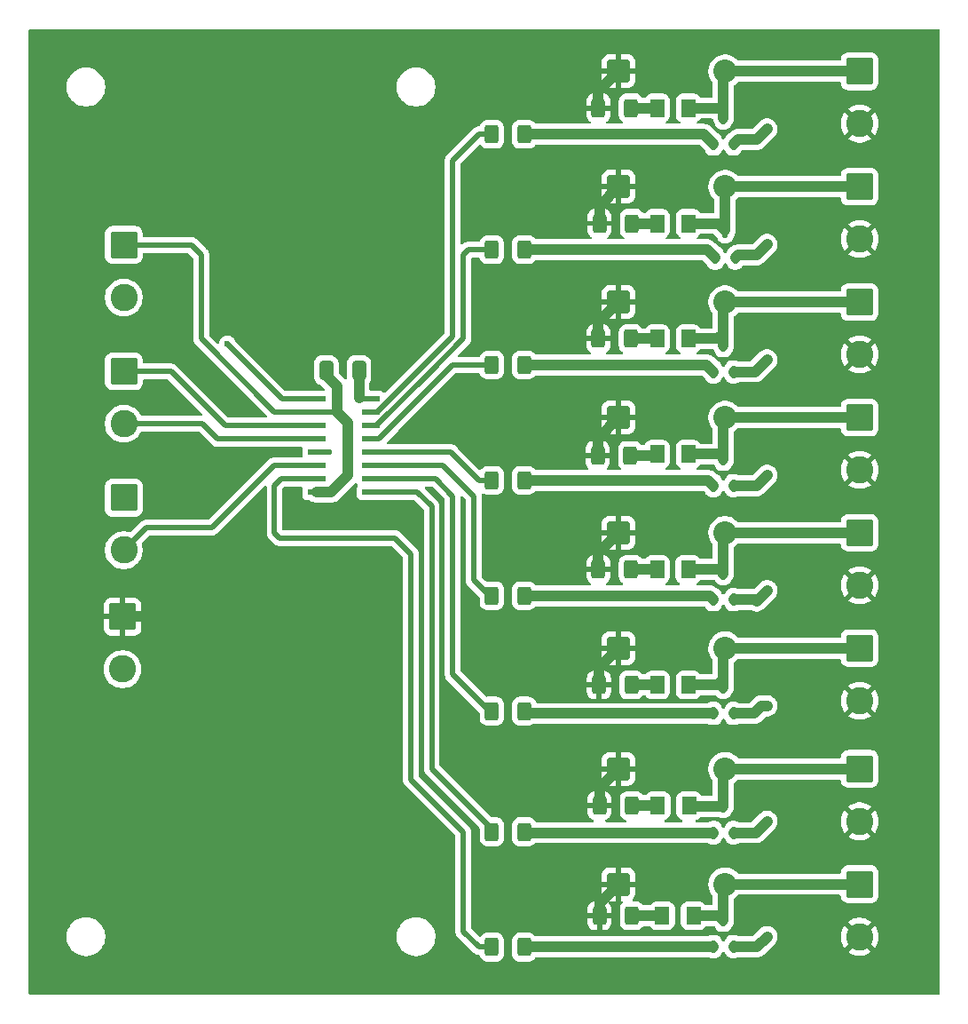
<source format=gbr>
%TF.GenerationSoftware,KiCad,Pcbnew,9.0.7*%
%TF.CreationDate,2026-02-04T22:16:56+01:00*%
%TF.ProjectId,shiftBoard,73686966-7442-46f6-9172-642e6b696361,rev?*%
%TF.SameCoordinates,Original*%
%TF.FileFunction,Copper,L1,Top*%
%TF.FilePolarity,Positive*%
%FSLAX46Y46*%
G04 Gerber Fmt 4.6, Leading zero omitted, Abs format (unit mm)*
G04 Created by KiCad (PCBNEW 9.0.7) date 2026-02-04 22:16:56*
%MOMM*%
%LPD*%
G01*
G04 APERTURE LIST*
G04 Aperture macros list*
%AMRoundRect*
0 Rectangle with rounded corners*
0 $1 Rounding radius*
0 $2 $3 $4 $5 $6 $7 $8 $9 X,Y pos of 4 corners*
0 Add a 4 corners polygon primitive as box body*
4,1,4,$2,$3,$4,$5,$6,$7,$8,$9,$2,$3,0*
0 Add four circle primitives for the rounded corners*
1,1,$1+$1,$2,$3*
1,1,$1+$1,$4,$5*
1,1,$1+$1,$6,$7*
1,1,$1+$1,$8,$9*
0 Add four rect primitives between the rounded corners*
20,1,$1+$1,$2,$3,$4,$5,0*
20,1,$1+$1,$4,$5,$6,$7,0*
20,1,$1+$1,$6,$7,$8,$9,0*
20,1,$1+$1,$8,$9,$2,$3,0*%
G04 Aperture macros list end*
%TA.AperFunction,ComponentPad*%
%ADD10RoundRect,0.249999X-0.850001X-0.850001X0.850001X-0.850001X0.850001X0.850001X-0.850001X0.850001X0*%
%TD*%
%TA.AperFunction,ComponentPad*%
%ADD11C,2.200000*%
%TD*%
%TA.AperFunction,SMDPad,CuDef*%
%ADD12RoundRect,0.147500X0.147500X-0.457500X0.147500X0.457500X-0.147500X0.457500X-0.147500X-0.457500X0*%
%TD*%
%TA.AperFunction,SMDPad,CuDef*%
%ADD13RoundRect,0.250000X0.400000X0.625000X-0.400000X0.625000X-0.400000X-0.625000X0.400000X-0.625000X0*%
%TD*%
%TA.AperFunction,SMDPad,CuDef*%
%ADD14RoundRect,0.250001X0.462499X0.624999X-0.462499X0.624999X-0.462499X-0.624999X0.462499X-0.624999X0*%
%TD*%
%TA.AperFunction,ComponentPad*%
%ADD15RoundRect,0.250000X-1.050000X1.050000X-1.050000X-1.050000X1.050000X-1.050000X1.050000X1.050000X0*%
%TD*%
%TA.AperFunction,ComponentPad*%
%ADD16C,2.600000*%
%TD*%
%TA.AperFunction,SMDPad,CuDef*%
%ADD17RoundRect,0.250000X-0.412500X-0.650000X0.412500X-0.650000X0.412500X0.650000X-0.412500X0.650000X0*%
%TD*%
%TA.AperFunction,SMDPad,CuDef*%
%ADD18R,1.701800X0.533400*%
%TD*%
%TA.AperFunction,ViaPad*%
%ADD19C,0.600000*%
%TD*%
%TA.AperFunction,Conductor*%
%ADD20C,0.500000*%
%TD*%
%TA.AperFunction,Conductor*%
%ADD21C,1.000000*%
%TD*%
%TA.AperFunction,Conductor*%
%ADD22C,0.200000*%
%TD*%
G04 APERTURE END LIST*
D10*
%TO.P,D6,1,K*%
%TO.N,/12v*%
X218827500Y-63500000D03*
D11*
%TO.P,D6,2,A*%
%TO.N,Net-(D14-K)*%
X228987500Y-63500000D03*
%TD*%
D12*
%TO.P,Q3,1*%
%TO.N,Net-(Q3-Pad1)*%
X227877500Y-102724285D03*
%TO.P,Q3,2*%
%TO.N,/GND*%
X229777500Y-102724285D03*
%TO.P,Q3,3*%
%TO.N,Net-(D11-K)*%
X228827500Y-100214285D03*
%TD*%
D13*
%TO.P,R14,1*%
%TO.N,Net-(Q6-Pad1)*%
X209827500Y-69500000D03*
%TO.P,R14,2*%
%TO.N,/Q6*%
X206727500Y-69500000D03*
%TD*%
D12*
%TO.P,Q7,1*%
%TO.N,Net-(Q7-Pad1)*%
X228050000Y-59295714D03*
%TO.P,Q7,2*%
%TO.N,/GND*%
X229950000Y-59295714D03*
%TO.P,Q7,3*%
%TO.N,Net-(D15-K)*%
X229000000Y-56785714D03*
%TD*%
D10*
%TO.P,D5,1,K*%
%TO.N,/12v*%
X218827500Y-74500000D03*
D11*
%TO.P,D5,2,A*%
%TO.N,Net-(D13-K)*%
X228987500Y-74500000D03*
%TD*%
D14*
%TO.P,D15,1,K*%
%TO.N,Net-(D15-K)*%
X225500000Y-56000000D03*
%TO.P,D15,2,A*%
%TO.N,Net-(D15-A)*%
X222525000Y-56000000D03*
%TD*%
D13*
%TO.P,R13,1*%
%TO.N,Net-(Q5-Pad1)*%
X209827500Y-80500000D03*
%TO.P,R13,2*%
%TO.N,/Q5*%
X206727500Y-80500000D03*
%TD*%
D14*
%TO.P,D9,1,K*%
%TO.N,Net-(D1-A)*%
X225975000Y-122000000D03*
%TO.P,D9,2,A*%
%TO.N,Net-(D9-A)*%
X223000000Y-122000000D03*
%TD*%
D15*
%TO.P,J8,1,Pin_1*%
%TO.N,Net-(D12-K)*%
X241827500Y-85500000D03*
D16*
%TO.P,J8,2,Pin_2*%
%TO.N,/12v*%
X241827500Y-90500000D03*
%TD*%
D13*
%TO.P,R9,1*%
%TO.N,Net-(Q1-Pad1)*%
X209827500Y-125000000D03*
%TO.P,R9,2*%
%TO.N,/Q1*%
X206727500Y-125000000D03*
%TD*%
D15*
%TO.P,J12,1,Pin_1*%
%TO.N,Net-(D16-K)*%
X241827500Y-41500000D03*
D16*
%TO.P,J12,2,Pin_2*%
%TO.N,/12v*%
X241827500Y-46500000D03*
%TD*%
D14*
%TO.P,D12,1,K*%
%TO.N,Net-(D12-K)*%
X225475000Y-89000000D03*
%TO.P,D12,2,A*%
%TO.N,Net-(D12-A)*%
X222500000Y-89000000D03*
%TD*%
D13*
%TO.P,R10,1*%
%TO.N,Net-(Q3-Pad1)*%
X209827500Y-102500000D03*
%TO.P,R10,2*%
%TO.N,/Q3*%
X206727500Y-102500000D03*
%TD*%
D10*
%TO.P,D4,1,K*%
%TO.N,/12v*%
X218827500Y-85500000D03*
D11*
%TO.P,D4,2,A*%
%TO.N,Net-(D12-K)*%
X228987500Y-85500000D03*
%TD*%
D15*
%TO.P,J1,1,Pin_1*%
%TO.N,/VCC*%
X171617500Y-58052500D03*
D16*
%TO.P,J1,2,Pin_2*%
%TO.N,/DAYISY CHAIN*%
X171617500Y-63052500D03*
%TD*%
D13*
%TO.P,R1,1*%
%TO.N,Net-(D9-A)*%
X220100000Y-122000000D03*
%TO.P,R1,2*%
%TO.N,/12v*%
X217000000Y-122000000D03*
%TD*%
D15*
%TO.P,J6,1,Pin_1*%
%TO.N,Net-(D10-K)*%
X241827500Y-108000000D03*
D16*
%TO.P,J6,2,Pin_2*%
%TO.N,/12v*%
X241827500Y-113000000D03*
%TD*%
D13*
%TO.P,R15,1*%
%TO.N,Net-(Q7-Pad1)*%
X209827500Y-58500000D03*
%TO.P,R15,2*%
%TO.N,/Q7*%
X206727500Y-58500000D03*
%TD*%
D17*
%TO.P,C1,1*%
%TO.N,/VCC*%
X190937500Y-70000000D03*
%TO.P,C1,2*%
%TO.N,/GND*%
X194062500Y-70000000D03*
%TD*%
D12*
%TO.P,Q1,1*%
%TO.N,Net-(Q1-Pad1)*%
X227877500Y-124938571D03*
%TO.P,Q1,2*%
%TO.N,/GND*%
X229777500Y-124938571D03*
%TO.P,Q1,3*%
%TO.N,Net-(D1-A)*%
X228827500Y-122428571D03*
%TD*%
D13*
%TO.P,R6,1*%
%TO.N,Net-(D14-A)*%
X220000000Y-67000000D03*
%TO.P,R6,2*%
%TO.N,/12v*%
X216900000Y-67000000D03*
%TD*%
D10*
%TO.P,D2,1,K*%
%TO.N,/12v*%
X218827500Y-108000000D03*
D11*
%TO.P,D2,2,A*%
%TO.N,Net-(D10-K)*%
X228987500Y-108000000D03*
%TD*%
D13*
%TO.P,R2,1*%
%TO.N,Net-(D10-A)*%
X220100000Y-111500000D03*
%TO.P,R2,2*%
%TO.N,/12v*%
X217000000Y-111500000D03*
%TD*%
D10*
%TO.P,D7,1,K*%
%TO.N,/12v*%
X218827500Y-52500000D03*
D11*
%TO.P,D7,2,A*%
%TO.N,Net-(D15-K)*%
X228987500Y-52500000D03*
%TD*%
D12*
%TO.P,Q4,1*%
%TO.N,Net-(Q4-Pad1)*%
X227877500Y-91867142D03*
%TO.P,Q4,2*%
%TO.N,/GND*%
X229777500Y-91867142D03*
%TO.P,Q4,3*%
%TO.N,Net-(D12-K)*%
X228827500Y-89357142D03*
%TD*%
D15*
%TO.P,J4,1,Pin_1*%
%TO.N,/12v*%
X171500000Y-93500000D03*
D16*
%TO.P,J4,2,Pin_2*%
%TO.N,/GND*%
X171500000Y-98500000D03*
%TD*%
D13*
%TO.P,R12,1*%
%TO.N,Net-(Q4-Pad1)*%
X209827500Y-91500000D03*
%TO.P,R12,2*%
%TO.N,/Q4*%
X206727500Y-91500000D03*
%TD*%
%TO.P,R3,1*%
%TO.N,Net-(D11-A)*%
X220050000Y-100000000D03*
%TO.P,R3,2*%
%TO.N,/12v*%
X216950000Y-100000000D03*
%TD*%
D14*
%TO.P,D11,1,K*%
%TO.N,Net-(D11-K)*%
X225500000Y-100000000D03*
%TO.P,D11,2,A*%
%TO.N,Net-(D11-A)*%
X222525000Y-100000000D03*
%TD*%
D12*
%TO.P,Q6,1*%
%TO.N,Net-(Q6-Pad1)*%
X227877500Y-70152857D03*
%TO.P,Q6,2*%
%TO.N,/GND*%
X229777500Y-70152857D03*
%TO.P,Q6,3*%
%TO.N,Net-(D14-K)*%
X228827500Y-67642857D03*
%TD*%
D15*
%TO.P,J9,1,Pin_1*%
%TO.N,Net-(D13-K)*%
X241827500Y-74500000D03*
D16*
%TO.P,J9,2,Pin_2*%
%TO.N,/12v*%
X241827500Y-79500000D03*
%TD*%
D14*
%TO.P,D16,1,K*%
%TO.N,Net-(D16-K)*%
X225500000Y-45000000D03*
%TO.P,D16,2,A*%
%TO.N,Net-(D16-A)*%
X222525000Y-45000000D03*
%TD*%
D10*
%TO.P,D1,1,K*%
%TO.N,/12v*%
X218827500Y-119000000D03*
D11*
%TO.P,D1,2,A*%
%TO.N,Net-(D1-A)*%
X228987500Y-119000000D03*
%TD*%
D13*
%TO.P,R16,1*%
%TO.N,Net-(Q8-Pad1)*%
X209827500Y-47500000D03*
%TO.P,R16,2*%
%TO.N,/Q8*%
X206727500Y-47500000D03*
%TD*%
%TO.P,R8,1*%
%TO.N,Net-(D16-A)*%
X220000000Y-45000000D03*
%TO.P,R8,2*%
%TO.N,/12v*%
X216900000Y-45000000D03*
%TD*%
D18*
%TO.P,U2,1,QB*%
%TO.N,/Q2*%
X195181600Y-81620000D03*
%TO.P,U2,2,QC*%
%TO.N,/Q3*%
X195181600Y-80350000D03*
%TO.P,U2,3,QD*%
%TO.N,/Q4*%
X195181600Y-79080000D03*
%TO.P,U2,4,QE*%
%TO.N,/Q5*%
X195181600Y-77810000D03*
%TO.P,U2,5,QF*%
%TO.N,/Q6*%
X195181600Y-76540000D03*
%TO.P,U2,6,QG*%
%TO.N,/Q7*%
X195181600Y-75270000D03*
%TO.P,U2,7,QH*%
%TO.N,/Q8*%
X195181600Y-74000000D03*
%TO.P,U2,8,GND*%
%TO.N,/GND*%
X195181600Y-72730000D03*
%TO.P,U2,9,QH'*%
%TO.N,/DAYISY CHAIN*%
X190000000Y-72730000D03*
%TO.P,U2,10,~{SRCLR}*%
%TO.N,/VCC*%
X190000000Y-74000000D03*
%TO.P,U2,11,SRCLK*%
%TO.N,/push*%
X190000000Y-75270000D03*
%TO.P,U2,12,RCLK*%
%TO.N,/shift*%
X190000000Y-76540000D03*
%TO.P,U2,13,~{OE}*%
%TO.N,/GND*%
X190000000Y-77810000D03*
%TO.P,U2,14,SER*%
%TO.N,/Bit*%
X190000000Y-79080000D03*
%TO.P,U2,15,QA*%
%TO.N,/Q1*%
X190000000Y-80350000D03*
%TO.P,U2,16,VCC*%
%TO.N,/VCC*%
X190000000Y-81620000D03*
%TD*%
D14*
%TO.P,D14,1,K*%
%TO.N,Net-(D14-K)*%
X225500000Y-67000000D03*
%TO.P,D14,2,A*%
%TO.N,Net-(D14-A)*%
X222525000Y-67000000D03*
%TD*%
D15*
%TO.P,J7,1,Pin_1*%
%TO.N,Net-(D11-K)*%
X241827500Y-96500000D03*
D16*
%TO.P,J7,2,Pin_2*%
%TO.N,/12v*%
X241827500Y-101500000D03*
%TD*%
D15*
%TO.P,J11,1,Pin_1*%
%TO.N,Net-(D15-K)*%
X241827500Y-52500000D03*
D16*
%TO.P,J11,2,Pin_2*%
%TO.N,/12v*%
X241827500Y-57500000D03*
%TD*%
D10*
%TO.P,D3,1,K*%
%TO.N,/12v*%
X218827500Y-96500000D03*
D11*
%TO.P,D3,2,A*%
%TO.N,Net-(D11-K)*%
X228987500Y-96500000D03*
%TD*%
D15*
%TO.P,J5,1,Pin_1*%
%TO.N,Net-(D1-A)*%
X241827500Y-119000000D03*
D16*
%TO.P,J5,2,Pin_2*%
%TO.N,/12v*%
X241827500Y-124000000D03*
%TD*%
D12*
%TO.P,Q8,1*%
%TO.N,Net-(Q8-Pad1)*%
X227877500Y-48438571D03*
%TO.P,Q8,2*%
%TO.N,/GND*%
X229777500Y-48438571D03*
%TO.P,Q8,3*%
%TO.N,Net-(D16-K)*%
X228827500Y-45928571D03*
%TD*%
D14*
%TO.P,D13,1,K*%
%TO.N,Net-(D13-K)*%
X225500000Y-78000000D03*
%TO.P,D13,2,A*%
%TO.N,Net-(D13-A)*%
X222525000Y-78000000D03*
%TD*%
D13*
%TO.P,R7,1*%
%TO.N,Net-(D15-A)*%
X220100000Y-56000000D03*
%TO.P,R7,2*%
%TO.N,/12v*%
X217000000Y-56000000D03*
%TD*%
D10*
%TO.P,D8,1,K*%
%TO.N,/12v*%
X218827500Y-41500000D03*
D11*
%TO.P,D8,2,A*%
%TO.N,Net-(D16-K)*%
X228987500Y-41500000D03*
%TD*%
D12*
%TO.P,Q2,1*%
%TO.N,Net-(Q2-Pad1)*%
X227877500Y-114081428D03*
%TO.P,Q2,2*%
%TO.N,/GND*%
X229777500Y-114081428D03*
%TO.P,Q2,3*%
%TO.N,Net-(D10-K)*%
X228827500Y-111571428D03*
%TD*%
%TO.P,Q5,1*%
%TO.N,Net-(Q5-Pad1)*%
X227877500Y-81010000D03*
%TO.P,Q5,2*%
%TO.N,/GND*%
X229777500Y-81010000D03*
%TO.P,Q5,3*%
%TO.N,Net-(D13-K)*%
X228827500Y-78500000D03*
%TD*%
D13*
%TO.P,R5,1*%
%TO.N,Net-(D13-A)*%
X219932500Y-78120000D03*
%TO.P,R5,2*%
%TO.N,/12v*%
X216832500Y-78120000D03*
%TD*%
D14*
%TO.P,D10,1,K*%
%TO.N,Net-(D10-K)*%
X225550000Y-111500000D03*
%TO.P,D10,2,A*%
%TO.N,Net-(D10-A)*%
X222575000Y-111500000D03*
%TD*%
D13*
%TO.P,R11,1*%
%TO.N,Net-(Q2-Pad1)*%
X209827500Y-114000000D03*
%TO.P,R11,2*%
%TO.N,/Q2*%
X206727500Y-114000000D03*
%TD*%
D15*
%TO.P,J2,1,Pin_1*%
%TO.N,/push*%
X171617500Y-70102500D03*
D16*
%TO.P,J2,2,Pin_2*%
%TO.N,/shift*%
X171617500Y-75102500D03*
%TD*%
D13*
%TO.P,R4,1*%
%TO.N,Net-(D12-A)*%
X220000000Y-89000000D03*
%TO.P,R4,2*%
%TO.N,/12v*%
X216900000Y-89000000D03*
%TD*%
D15*
%TO.P,J10,1,Pin_1*%
%TO.N,Net-(D14-K)*%
X241827500Y-63500000D03*
D16*
%TO.P,J10,2,Pin_2*%
%TO.N,/12v*%
X241827500Y-68500000D03*
%TD*%
D15*
%TO.P,J3,1,Pin_1*%
%TO.N,/GND*%
X171617500Y-82152500D03*
D16*
%TO.P,J3,2,Pin_2*%
%TO.N,/Bit*%
X171617500Y-87152500D03*
%TD*%
D19*
%TO.N,/GND*%
X194062500Y-71500000D03*
X233000000Y-69000000D03*
X233000000Y-80000000D03*
X233000000Y-91000000D03*
X233000000Y-124000000D03*
X233000000Y-102000000D03*
X191190000Y-77810000D03*
X194000000Y-72730000D03*
X233000000Y-47000000D03*
X233000000Y-113000000D03*
X233000000Y-58000000D03*
%TO.N,/12v*%
X188500000Y-98500000D03*
X187500000Y-98500000D03*
X186500000Y-98500000D03*
%TO.N,/DAYISY CHAIN*%
X181500000Y-67500000D03*
%TD*%
D20*
%TO.N,/Q4*%
X205000000Y-82000000D02*
X202080000Y-79080000D01*
X202080000Y-79080000D02*
X195181600Y-79080000D01*
X205000000Y-90000000D02*
X205000000Y-82000000D01*
X206500000Y-91500000D02*
X205000000Y-90000000D01*
X206727500Y-91500000D02*
X206500000Y-91500000D01*
%TO.N,/Q1*%
X186650000Y-80350000D02*
X190000000Y-80350000D01*
X186000000Y-81000000D02*
X186650000Y-80350000D01*
X186500000Y-86000000D02*
X186000000Y-85500000D01*
X199000000Y-87500000D02*
X197500000Y-86000000D01*
X204000000Y-114000000D02*
X199000000Y-109000000D01*
X204000000Y-123500000D02*
X204000000Y-114000000D01*
X205500000Y-125000000D02*
X204000000Y-123500000D01*
X186000000Y-85500000D02*
X186000000Y-81000000D01*
X197500000Y-86000000D02*
X186500000Y-86000000D01*
X206727500Y-125000000D02*
X205500000Y-125000000D01*
X199000000Y-109000000D02*
X199000000Y-87500000D01*
%TO.N,/Q3*%
X201350000Y-80350000D02*
X195181600Y-80350000D01*
X203000000Y-82000000D02*
X201350000Y-80350000D01*
X203000000Y-99000000D02*
X203000000Y-82000000D01*
X206500000Y-102500000D02*
X203000000Y-99000000D01*
X206727500Y-102500000D02*
X206500000Y-102500000D01*
%TO.N,/GND*%
X190000000Y-77810000D02*
X191190000Y-77810000D01*
X194062500Y-70000000D02*
X194062500Y-71500000D01*
D21*
X194062500Y-70500000D02*
X194062500Y-72667500D01*
D20*
%TO.N,/VCC*%
X171617500Y-58052500D02*
X178052500Y-58052500D01*
X179000000Y-59500000D02*
X179000000Y-60000000D01*
X186000000Y-74000000D02*
X179000000Y-67000000D01*
X179000000Y-59500000D02*
X179000000Y-59000000D01*
X190000000Y-74000000D02*
X186000000Y-74000000D01*
X179000000Y-67000000D02*
X179000000Y-60000000D01*
X179000000Y-59000000D02*
X178052500Y-58052500D01*
%TO.N,/DAYISY CHAIN*%
X186730000Y-72730000D02*
X190000000Y-72730000D01*
X181500000Y-67500000D02*
X186730000Y-72730000D01*
%TO.N,/shift*%
X179102500Y-75102500D02*
X171617500Y-75102500D01*
X180540000Y-76540000D02*
X179102500Y-75102500D01*
X190000000Y-76540000D02*
X180540000Y-76540000D01*
%TO.N,/push*%
X176102500Y-70102500D02*
X171617500Y-70102500D01*
X181270000Y-75270000D02*
X176102500Y-70102500D01*
X190000000Y-75270000D02*
X181270000Y-75270000D01*
%TO.N,/Bit*%
X180000000Y-85000000D02*
X173770000Y-85000000D01*
X173770000Y-85000000D02*
X171617500Y-87152500D01*
X190000000Y-79080000D02*
X185920000Y-79080000D01*
X185920000Y-79080000D02*
X180000000Y-85000000D01*
D21*
%TO.N,/VCC*%
X192000000Y-71562500D02*
X192000000Y-74000000D01*
X190937500Y-70500000D02*
X192000000Y-71562500D01*
%TO.N,/GND*%
X229777500Y-81010000D02*
X231990000Y-81010000D01*
X230245714Y-59000000D02*
X232000000Y-59000000D01*
X229777500Y-70152857D02*
X231847143Y-70152857D01*
X232061429Y-124938571D02*
X233000000Y-124000000D01*
X232000000Y-81000000D02*
X233000000Y-80000000D01*
X232000000Y-70000000D02*
X233000000Y-69000000D01*
X231847143Y-70152857D02*
X232000000Y-70000000D01*
D22*
X194062500Y-72667500D02*
X194000000Y-72730000D01*
D21*
X233000000Y-47000000D02*
X232000000Y-48000000D01*
X231867142Y-91867142D02*
X232000000Y-92000000D01*
X232000000Y-59000000D02*
X233000000Y-58000000D01*
X229777500Y-124938571D02*
X232061429Y-124938571D01*
X231918572Y-114081428D02*
X232000000Y-114000000D01*
X232000000Y-48000000D02*
X230216071Y-48000000D01*
X230216071Y-48000000D02*
X229777500Y-48438571D01*
D22*
X194000000Y-72730000D02*
X195181600Y-72730000D01*
D21*
X229777500Y-102724285D02*
X231724285Y-102724285D01*
X229777500Y-114081428D02*
X231918572Y-114081428D01*
X231990000Y-81010000D02*
X232000000Y-81000000D01*
X232000000Y-92000000D02*
X233000000Y-91000000D01*
X229777500Y-91867142D02*
X231867142Y-91867142D01*
X232000000Y-114000000D02*
X233000000Y-113000000D01*
X232448570Y-102000000D02*
X233000000Y-102000000D01*
X231724285Y-102724285D02*
X232448570Y-102000000D01*
X229950000Y-59295714D02*
X230245714Y-59000000D01*
%TO.N,/VCC*%
X193000000Y-80000000D02*
X193000000Y-75000000D01*
D20*
X191500000Y-74000000D02*
X190000000Y-74000000D01*
D21*
X193000000Y-75000000D02*
X192000000Y-74000000D01*
X190000000Y-81620000D02*
X191380000Y-81620000D01*
X191380000Y-81620000D02*
X193000000Y-80000000D01*
D20*
X192000000Y-74000000D02*
X191500000Y-74000000D01*
%TO.N,/Q2*%
X206727500Y-114000000D02*
X206727500Y-113727500D01*
X199620000Y-81620000D02*
X195181600Y-81620000D01*
X201000000Y-108000000D02*
X201000000Y-83000000D01*
X201000000Y-83000000D02*
X199620000Y-81620000D01*
X206727500Y-113727500D02*
X201000000Y-108000000D01*
%TO.N,/Q5*%
X206727500Y-80500000D02*
X205500000Y-80500000D01*
X205500000Y-80500000D02*
X202810000Y-77810000D01*
X202810000Y-77810000D02*
X195181600Y-77810000D01*
%TO.N,/Q6*%
X195960000Y-76540000D02*
X195181600Y-76540000D01*
X206727500Y-69500000D02*
X203000000Y-69500000D01*
X203000000Y-69500000D02*
X195960000Y-76540000D01*
%TO.N,/Q7*%
X204000000Y-67000000D02*
X200750000Y-70250000D01*
X204500000Y-58500000D02*
X204000000Y-59000000D01*
X200750000Y-70250000D02*
X195730000Y-75270000D01*
X206727500Y-58500000D02*
X204500000Y-58500000D01*
X204000000Y-59000000D02*
X204000000Y-67000000D01*
X195730000Y-75270000D02*
X195181600Y-75270000D01*
D21*
%TO.N,/12v*%
X188500000Y-98500000D02*
X189000000Y-98500000D01*
X186500000Y-98500000D02*
X188500000Y-98500000D01*
X216900000Y-67000000D02*
X216900000Y-65427500D01*
X216900000Y-65427500D02*
X218827500Y-63500000D01*
X216900000Y-89000000D02*
X216900000Y-87427500D01*
X216900000Y-43427500D02*
X218827500Y-41500000D01*
X217000000Y-111500000D02*
X217000000Y-109827500D01*
X217000000Y-54327500D02*
X218827500Y-52500000D01*
X216832500Y-78120000D02*
X216832500Y-76495000D01*
X216832500Y-76495000D02*
X218827500Y-74500000D01*
X216900000Y-45000000D02*
X216900000Y-43427500D01*
X181500000Y-93500000D02*
X171500000Y-93500000D01*
X217000000Y-122000000D02*
X217000000Y-120827500D01*
X216950000Y-100000000D02*
X216950000Y-98377500D01*
X217000000Y-109827500D02*
X218827500Y-108000000D01*
X216950000Y-98377500D02*
X218827500Y-96500000D01*
X186500000Y-98500000D02*
X181500000Y-93500000D01*
X216900000Y-87427500D02*
X218827500Y-85500000D01*
X217000000Y-56000000D02*
X217000000Y-54327500D01*
X217000000Y-120827500D02*
X218827500Y-119000000D01*
%TO.N,Net-(D1-A)*%
X228827500Y-122428571D02*
X228827500Y-119160000D01*
X228398929Y-122000000D02*
X228827500Y-122428571D01*
X228827500Y-119160000D02*
X228987500Y-119000000D01*
X241827500Y-119000000D02*
X228987500Y-119000000D01*
X225975000Y-122000000D02*
X228398929Y-122000000D01*
D20*
%TO.N,/Q8*%
X203000000Y-50000000D02*
X203000000Y-66765800D01*
X206727500Y-47500000D02*
X205500000Y-47500000D01*
X203000000Y-66765800D02*
X195765800Y-74000000D01*
X205500000Y-47500000D02*
X203000000Y-50000000D01*
X195765800Y-74000000D02*
X195181600Y-74000000D01*
D21*
%TO.N,Net-(Q1-Pad1)*%
X209888929Y-124938571D02*
X209827500Y-125000000D01*
X227877500Y-124938571D02*
X209888929Y-124938571D01*
%TO.N,Net-(Q2-Pad1)*%
X227877500Y-114081428D02*
X209908928Y-114081428D01*
X209908928Y-114081428D02*
X209827500Y-114000000D01*
%TO.N,Net-(Q3-Pad1)*%
X227877500Y-102724285D02*
X210051785Y-102724285D01*
X210051785Y-102724285D02*
X209827500Y-102500000D01*
%TO.N,Net-(Q4-Pad1)*%
X227510358Y-91500000D02*
X209827500Y-91500000D01*
X227877500Y-91867142D02*
X227510358Y-91500000D01*
%TO.N,Net-(Q5-Pad1)*%
X227367500Y-80500000D02*
X209827500Y-80500000D01*
X227877500Y-81010000D02*
X227367500Y-80500000D01*
%TO.N,Net-(Q6-Pad1)*%
X227224643Y-69500000D02*
X209827500Y-69500000D01*
X227877500Y-70152857D02*
X227224643Y-69500000D01*
%TO.N,Net-(Q7-Pad1)*%
X228050000Y-59295714D02*
X227254286Y-58500000D01*
X227254286Y-58500000D02*
X209827500Y-58500000D01*
%TO.N,Net-(Q8-Pad1)*%
X226938929Y-47500000D02*
X209827500Y-47500000D01*
X227877500Y-48438571D02*
X226938929Y-47500000D01*
%TO.N,Net-(D10-K)*%
X228827500Y-111571428D02*
X228827500Y-108160000D01*
X228827500Y-108160000D02*
X228987500Y-108000000D01*
X228987500Y-108000000D02*
X241827500Y-108000000D01*
X228827500Y-111571428D02*
X225621428Y-111571428D01*
X225621428Y-111571428D02*
X225550000Y-111500000D01*
%TO.N,Net-(D11-K)*%
X228987500Y-96500000D02*
X241827500Y-96500000D01*
X228827500Y-96660000D02*
X228987500Y-96500000D01*
X228327500Y-100000000D02*
X228827500Y-99500000D01*
X225500000Y-100000000D02*
X228327500Y-100000000D01*
X228827500Y-99500000D02*
X228827500Y-96660000D01*
X228827500Y-100214285D02*
X228827500Y-99500000D01*
%TO.N,Net-(D12-K)*%
X228827500Y-85660000D02*
X228987500Y-85500000D01*
X228470358Y-89000000D02*
X228827500Y-89357142D01*
X228827500Y-89357142D02*
X228827500Y-85660000D01*
X225475000Y-89000000D02*
X228470358Y-89000000D01*
X241827500Y-85500000D02*
X228987500Y-85500000D01*
%TO.N,Net-(D13-K)*%
X228827500Y-74660000D02*
X228987500Y-74500000D01*
X228827500Y-78000000D02*
X228827500Y-74660000D01*
X225500000Y-78000000D02*
X228827500Y-78000000D01*
X241827500Y-74500000D02*
X228987500Y-74500000D01*
X228827500Y-78500000D02*
X228827500Y-78000000D01*
%TO.N,Net-(D14-K)*%
X228827500Y-63660000D02*
X228987500Y-63500000D01*
X228827500Y-66500000D02*
X228827500Y-63660000D01*
X228327500Y-67000000D02*
X228827500Y-66500000D01*
X228827500Y-67642857D02*
X228827500Y-66500000D01*
X225500000Y-67000000D02*
X228327500Y-67000000D01*
X241827500Y-63500000D02*
X228987500Y-63500000D01*
%TO.N,Net-(D15-K)*%
X228987500Y-52500000D02*
X228987500Y-56625714D01*
X225500000Y-56000000D02*
X228361786Y-56000000D01*
X228361786Y-56000000D02*
X228987500Y-56625714D01*
X228987500Y-52500000D02*
X241827500Y-52500000D01*
%TO.N,Net-(D16-K)*%
X228827500Y-45928571D02*
X228827500Y-45000000D01*
X228827500Y-45000000D02*
X225500000Y-45000000D01*
X228827500Y-41660000D02*
X228987500Y-41500000D01*
X228827500Y-45000000D02*
X228827500Y-41660000D01*
X228987500Y-41500000D02*
X241827500Y-41500000D01*
%TO.N,Net-(D9-A)*%
X220100000Y-122000000D02*
X223000000Y-122000000D01*
%TO.N,Net-(D10-A)*%
X220100000Y-111500000D02*
X222575000Y-111500000D01*
%TO.N,Net-(D11-A)*%
X220050000Y-100000000D02*
X222525000Y-100000000D01*
%TO.N,Net-(D12-A)*%
X220000000Y-89000000D02*
X222500000Y-89000000D01*
%TO.N,Net-(D13-A)*%
X219932500Y-78120000D02*
X222405000Y-78120000D01*
X222405000Y-78120000D02*
X222525000Y-78000000D01*
%TO.N,Net-(D14-A)*%
X220000000Y-67000000D02*
X222525000Y-67000000D01*
%TO.N,Net-(D15-A)*%
X220100000Y-56000000D02*
X222525000Y-56000000D01*
%TO.N,Net-(D16-A)*%
X220000000Y-45000000D02*
X222525000Y-45000000D01*
%TD*%
%TA.AperFunction,Conductor*%
%TO.N,/12v*%
G36*
X249442539Y-37520185D02*
G01*
X249488294Y-37572989D01*
X249499500Y-37624500D01*
X249499500Y-129375500D01*
X249479815Y-129442539D01*
X249427011Y-129488294D01*
X249375500Y-129499500D01*
X162624500Y-129499500D01*
X162557461Y-129479815D01*
X162511706Y-129427011D01*
X162500500Y-129375500D01*
X162500500Y-123878711D01*
X166149500Y-123878711D01*
X166149500Y-124121288D01*
X166181161Y-124361785D01*
X166243947Y-124596104D01*
X166327504Y-124797828D01*
X166336776Y-124820212D01*
X166458064Y-125030289D01*
X166458066Y-125030292D01*
X166458067Y-125030293D01*
X166605733Y-125222736D01*
X166605739Y-125222743D01*
X166777256Y-125394260D01*
X166777262Y-125394265D01*
X166969711Y-125541936D01*
X167179788Y-125663224D01*
X167403900Y-125756054D01*
X167638211Y-125818838D01*
X167818586Y-125842584D01*
X167878711Y-125850500D01*
X167878712Y-125850500D01*
X168121289Y-125850500D01*
X168169388Y-125844167D01*
X168361789Y-125818838D01*
X168596100Y-125756054D01*
X168820212Y-125663224D01*
X169030289Y-125541936D01*
X169222738Y-125394265D01*
X169394265Y-125222738D01*
X169541936Y-125030289D01*
X169663224Y-124820212D01*
X169756054Y-124596100D01*
X169818838Y-124361789D01*
X169850500Y-124121288D01*
X169850500Y-123878712D01*
X169850500Y-123878711D01*
X197649500Y-123878711D01*
X197649500Y-124121288D01*
X197681161Y-124361785D01*
X197743947Y-124596104D01*
X197827504Y-124797828D01*
X197836776Y-124820212D01*
X197958064Y-125030289D01*
X197958066Y-125030292D01*
X197958067Y-125030293D01*
X198105733Y-125222736D01*
X198105739Y-125222743D01*
X198277256Y-125394260D01*
X198277262Y-125394265D01*
X198469711Y-125541936D01*
X198679788Y-125663224D01*
X198903900Y-125756054D01*
X199138211Y-125818838D01*
X199318586Y-125842584D01*
X199378711Y-125850500D01*
X199378712Y-125850500D01*
X199621289Y-125850500D01*
X199669388Y-125844167D01*
X199861789Y-125818838D01*
X200096100Y-125756054D01*
X200320212Y-125663224D01*
X200530289Y-125541936D01*
X200722738Y-125394265D01*
X200894265Y-125222738D01*
X201041936Y-125030289D01*
X201163224Y-124820212D01*
X201256054Y-124596100D01*
X201318838Y-124361789D01*
X201350500Y-124121288D01*
X201350500Y-123878712D01*
X201347443Y-123855495D01*
X201329462Y-123718913D01*
X201318838Y-123638211D01*
X201256054Y-123403900D01*
X201163224Y-123179788D01*
X201041936Y-122969711D01*
X200894599Y-122777697D01*
X200894266Y-122777263D01*
X200894260Y-122777256D01*
X200722743Y-122605739D01*
X200722736Y-122605733D01*
X200530293Y-122458067D01*
X200530292Y-122458066D01*
X200530289Y-122458064D01*
X200320212Y-122336776D01*
X200320205Y-122336773D01*
X200096104Y-122243947D01*
X199861785Y-122181161D01*
X199621289Y-122149500D01*
X199621288Y-122149500D01*
X199378712Y-122149500D01*
X199378711Y-122149500D01*
X199138214Y-122181161D01*
X198903895Y-122243947D01*
X198679794Y-122336773D01*
X198679785Y-122336777D01*
X198469706Y-122458067D01*
X198277263Y-122605733D01*
X198277256Y-122605739D01*
X198105739Y-122777256D01*
X198105733Y-122777263D01*
X197958067Y-122969706D01*
X197836777Y-123179785D01*
X197836773Y-123179794D01*
X197743947Y-123403895D01*
X197681161Y-123638214D01*
X197649500Y-123878711D01*
X169850500Y-123878711D01*
X169847443Y-123855495D01*
X169829462Y-123718913D01*
X169818838Y-123638211D01*
X169756054Y-123403900D01*
X169663224Y-123179788D01*
X169541936Y-122969711D01*
X169394599Y-122777697D01*
X169394266Y-122777263D01*
X169394260Y-122777256D01*
X169222743Y-122605739D01*
X169222736Y-122605733D01*
X169030293Y-122458067D01*
X169030292Y-122458066D01*
X169030289Y-122458064D01*
X168820212Y-122336776D01*
X168820205Y-122336773D01*
X168596104Y-122243947D01*
X168361785Y-122181161D01*
X168121289Y-122149500D01*
X168121288Y-122149500D01*
X167878712Y-122149500D01*
X167878711Y-122149500D01*
X167638214Y-122181161D01*
X167403895Y-122243947D01*
X167179794Y-122336773D01*
X167179785Y-122336777D01*
X166969706Y-122458067D01*
X166777263Y-122605733D01*
X166777256Y-122605739D01*
X166605739Y-122777256D01*
X166605733Y-122777263D01*
X166458067Y-122969706D01*
X166336777Y-123179785D01*
X166336773Y-123179794D01*
X166243947Y-123403895D01*
X166181161Y-123638214D01*
X166149500Y-123878711D01*
X162500500Y-123878711D01*
X162500500Y-98381995D01*
X169699500Y-98381995D01*
X169699500Y-98618004D01*
X169699501Y-98618020D01*
X169730306Y-98852010D01*
X169791394Y-99079993D01*
X169881714Y-99298045D01*
X169881719Y-99298056D01*
X169941420Y-99401459D01*
X169999727Y-99502450D01*
X169999729Y-99502453D01*
X169999730Y-99502454D01*
X170143406Y-99689697D01*
X170143412Y-99689704D01*
X170310295Y-99856587D01*
X170310301Y-99856592D01*
X170497550Y-100000273D01*
X170605713Y-100062721D01*
X170701943Y-100118280D01*
X170701948Y-100118282D01*
X170701951Y-100118284D01*
X170920007Y-100208606D01*
X171147986Y-100269693D01*
X171381989Y-100300500D01*
X171381996Y-100300500D01*
X171618004Y-100300500D01*
X171618011Y-100300500D01*
X171852014Y-100269693D01*
X172079993Y-100208606D01*
X172298049Y-100118284D01*
X172502450Y-100000273D01*
X172689699Y-99856592D01*
X172856592Y-99689699D01*
X173000273Y-99502450D01*
X173118284Y-99298049D01*
X173208606Y-99079993D01*
X173269693Y-98852014D01*
X173300500Y-98618011D01*
X173300500Y-98381989D01*
X173269693Y-98147986D01*
X173208606Y-97920007D01*
X173118284Y-97701951D01*
X173118282Y-97701948D01*
X173118280Y-97701943D01*
X173059427Y-97600008D01*
X173000273Y-97497550D01*
X172856592Y-97310301D01*
X172856587Y-97310295D01*
X172689704Y-97143412D01*
X172689697Y-97143406D01*
X172502454Y-96999730D01*
X172502453Y-96999729D01*
X172502450Y-96999727D01*
X172420957Y-96952677D01*
X172298056Y-96881719D01*
X172298045Y-96881714D01*
X172079993Y-96791394D01*
X171852010Y-96730306D01*
X171618020Y-96699501D01*
X171618017Y-96699500D01*
X171618011Y-96699500D01*
X171381989Y-96699500D01*
X171381983Y-96699500D01*
X171381979Y-96699501D01*
X171147989Y-96730306D01*
X170920006Y-96791394D01*
X170701954Y-96881714D01*
X170701943Y-96881719D01*
X170497545Y-96999730D01*
X170310302Y-97143406D01*
X170310295Y-97143412D01*
X170143412Y-97310295D01*
X170143406Y-97310302D01*
X169999730Y-97497545D01*
X169881719Y-97701943D01*
X169881714Y-97701954D01*
X169791394Y-97920006D01*
X169730306Y-98147989D01*
X169699501Y-98381979D01*
X169699500Y-98381995D01*
X162500500Y-98381995D01*
X162500500Y-92400013D01*
X169700000Y-92400013D01*
X169700000Y-93250000D01*
X170899999Y-93250000D01*
X170874979Y-93310402D01*
X170850000Y-93435981D01*
X170850000Y-93564019D01*
X170874979Y-93689598D01*
X170899999Y-93750000D01*
X169700001Y-93750000D01*
X169700001Y-94599986D01*
X169710494Y-94702697D01*
X169765641Y-94869119D01*
X169765643Y-94869124D01*
X169857684Y-95018345D01*
X169981654Y-95142315D01*
X170130875Y-95234356D01*
X170130880Y-95234358D01*
X170297302Y-95289505D01*
X170297309Y-95289506D01*
X170400019Y-95299999D01*
X171249999Y-95299999D01*
X171250000Y-95299998D01*
X171250000Y-94100001D01*
X171310402Y-94125021D01*
X171435981Y-94150000D01*
X171564019Y-94150000D01*
X171689598Y-94125021D01*
X171750000Y-94100001D01*
X171750000Y-95299999D01*
X172599972Y-95299999D01*
X172599986Y-95299998D01*
X172702697Y-95289505D01*
X172869119Y-95234358D01*
X172869124Y-95234356D01*
X173018345Y-95142315D01*
X173142315Y-95018345D01*
X173234356Y-94869124D01*
X173234358Y-94869119D01*
X173289505Y-94702697D01*
X173289506Y-94702690D01*
X173299999Y-94599986D01*
X173300000Y-94599973D01*
X173300000Y-93750000D01*
X172100001Y-93750000D01*
X172125021Y-93689598D01*
X172150000Y-93564019D01*
X172150000Y-93435981D01*
X172125021Y-93310402D01*
X172100001Y-93250000D01*
X173299999Y-93250000D01*
X173299999Y-92400028D01*
X173299998Y-92400013D01*
X173289505Y-92297302D01*
X173234358Y-92130880D01*
X173234356Y-92130875D01*
X173142315Y-91981654D01*
X173018345Y-91857684D01*
X172869124Y-91765643D01*
X172869119Y-91765641D01*
X172702697Y-91710494D01*
X172702690Y-91710493D01*
X172599986Y-91700000D01*
X171750000Y-91700000D01*
X171750000Y-92899998D01*
X171689598Y-92874979D01*
X171564019Y-92850000D01*
X171435981Y-92850000D01*
X171310402Y-92874979D01*
X171250000Y-92899998D01*
X171250000Y-91700000D01*
X170400028Y-91700000D01*
X170400012Y-91700001D01*
X170297302Y-91710494D01*
X170130880Y-91765641D01*
X170130875Y-91765643D01*
X169981654Y-91857684D01*
X169857684Y-91981654D01*
X169765643Y-92130875D01*
X169765641Y-92130880D01*
X169710494Y-92297302D01*
X169710493Y-92297309D01*
X169700000Y-92400013D01*
X162500500Y-92400013D01*
X162500500Y-81052483D01*
X169817000Y-81052483D01*
X169817000Y-83252501D01*
X169817001Y-83252518D01*
X169827500Y-83355296D01*
X169827501Y-83355299D01*
X169829798Y-83362230D01*
X169882686Y-83521834D01*
X169974788Y-83671156D01*
X170098844Y-83795212D01*
X170248166Y-83887314D01*
X170414703Y-83942499D01*
X170517491Y-83953000D01*
X172717508Y-83952999D01*
X172820297Y-83942499D01*
X172986834Y-83887314D01*
X173136156Y-83795212D01*
X173260212Y-83671156D01*
X173352314Y-83521834D01*
X173407499Y-83355297D01*
X173418000Y-83252509D01*
X173417999Y-81052492D01*
X173407499Y-80949703D01*
X173352314Y-80783166D01*
X173260212Y-80633844D01*
X173136156Y-80509788D01*
X172986834Y-80417686D01*
X172820297Y-80362501D01*
X172820295Y-80362500D01*
X172717510Y-80352000D01*
X170517498Y-80352000D01*
X170517481Y-80352001D01*
X170414703Y-80362500D01*
X170414700Y-80362501D01*
X170248168Y-80417685D01*
X170248163Y-80417687D01*
X170098842Y-80509789D01*
X169974789Y-80633842D01*
X169882687Y-80783163D01*
X169882685Y-80783168D01*
X169857547Y-80859029D01*
X169827501Y-80949703D01*
X169827501Y-80949704D01*
X169827500Y-80949704D01*
X169817000Y-81052483D01*
X162500500Y-81052483D01*
X162500500Y-62934495D01*
X169817000Y-62934495D01*
X169817000Y-63170504D01*
X169817001Y-63170520D01*
X169843794Y-63374038D01*
X169847807Y-63404514D01*
X169907144Y-63625961D01*
X169908894Y-63632493D01*
X169999214Y-63850545D01*
X169999219Y-63850556D01*
X170050924Y-63940110D01*
X170117227Y-64054950D01*
X170117229Y-64054953D01*
X170117230Y-64054954D01*
X170260906Y-64242197D01*
X170260912Y-64242204D01*
X170427795Y-64409087D01*
X170427801Y-64409092D01*
X170615050Y-64552773D01*
X170745266Y-64627953D01*
X170819443Y-64670780D01*
X170819448Y-64670782D01*
X170819451Y-64670784D01*
X171037507Y-64761106D01*
X171265486Y-64822193D01*
X171499489Y-64853000D01*
X171499496Y-64853000D01*
X171735504Y-64853000D01*
X171735511Y-64853000D01*
X171969514Y-64822193D01*
X172197493Y-64761106D01*
X172415549Y-64670784D01*
X172619950Y-64552773D01*
X172807199Y-64409092D01*
X172974092Y-64242199D01*
X173117773Y-64054950D01*
X173235784Y-63850549D01*
X173326106Y-63632493D01*
X173387193Y-63404514D01*
X173418000Y-63170511D01*
X173418000Y-62934489D01*
X173387193Y-62700486D01*
X173326106Y-62472507D01*
X173235784Y-62254451D01*
X173235782Y-62254448D01*
X173235780Y-62254443D01*
X173193618Y-62181418D01*
X173117773Y-62050050D01*
X172974092Y-61862801D01*
X172974087Y-61862795D01*
X172807204Y-61695912D01*
X172807197Y-61695906D01*
X172619954Y-61552230D01*
X172619953Y-61552229D01*
X172619950Y-61552227D01*
X172538457Y-61505177D01*
X172415556Y-61434219D01*
X172415545Y-61434214D01*
X172197493Y-61343894D01*
X171969510Y-61282806D01*
X171735520Y-61252001D01*
X171735517Y-61252000D01*
X171735511Y-61252000D01*
X171499489Y-61252000D01*
X171499483Y-61252000D01*
X171499479Y-61252001D01*
X171265489Y-61282806D01*
X171037506Y-61343894D01*
X170819454Y-61434214D01*
X170819443Y-61434219D01*
X170615045Y-61552230D01*
X170427802Y-61695906D01*
X170427795Y-61695912D01*
X170260912Y-61862795D01*
X170260906Y-61862802D01*
X170117230Y-62050045D01*
X169999219Y-62254443D01*
X169999214Y-62254454D01*
X169908894Y-62472506D01*
X169847806Y-62700489D01*
X169817001Y-62934479D01*
X169817000Y-62934495D01*
X162500500Y-62934495D01*
X162500500Y-56952483D01*
X169817000Y-56952483D01*
X169817000Y-59152501D01*
X169817001Y-59152518D01*
X169827500Y-59255296D01*
X169827501Y-59255299D01*
X169862935Y-59362229D01*
X169882686Y-59421834D01*
X169974788Y-59571156D01*
X170098844Y-59695212D01*
X170248166Y-59787314D01*
X170414703Y-59842499D01*
X170517491Y-59853000D01*
X172717508Y-59852999D01*
X172820297Y-59842499D01*
X172986834Y-59787314D01*
X173136156Y-59695212D01*
X173260212Y-59571156D01*
X173352314Y-59421834D01*
X173407499Y-59255297D01*
X173418000Y-59152509D01*
X173418000Y-58927000D01*
X173437685Y-58859961D01*
X173490489Y-58814206D01*
X173542000Y-58803000D01*
X177690270Y-58803000D01*
X177757309Y-58822685D01*
X177777951Y-58839319D01*
X178213181Y-59274548D01*
X178246666Y-59335871D01*
X178249500Y-59362229D01*
X178249500Y-59426082D01*
X178249500Y-59926082D01*
X178249500Y-67073918D01*
X178249500Y-67073920D01*
X178249499Y-67073920D01*
X178278340Y-67218907D01*
X178278343Y-67218917D01*
X178334914Y-67355492D01*
X178334915Y-67355494D01*
X178334916Y-67355495D01*
X178355718Y-67386628D01*
X178355720Y-67386630D01*
X178355721Y-67386633D01*
X178417046Y-67478414D01*
X178417052Y-67478421D01*
X185246451Y-74307819D01*
X185279936Y-74369142D01*
X185274952Y-74438834D01*
X185233080Y-74494767D01*
X185167616Y-74519184D01*
X185158770Y-74519500D01*
X181632229Y-74519500D01*
X181565190Y-74499815D01*
X181544548Y-74483181D01*
X176580921Y-69519552D01*
X176580914Y-69519546D01*
X176507229Y-69470312D01*
X176507229Y-69470313D01*
X176457991Y-69437413D01*
X176321417Y-69380843D01*
X176321407Y-69380840D01*
X176176420Y-69352000D01*
X176176418Y-69352000D01*
X173541999Y-69352000D01*
X173474960Y-69332315D01*
X173429205Y-69279511D01*
X173417999Y-69228000D01*
X173417999Y-69002498D01*
X173417998Y-69002481D01*
X173407499Y-68899703D01*
X173407498Y-68899700D01*
X173377075Y-68807890D01*
X173352314Y-68733166D01*
X173260212Y-68583844D01*
X173136156Y-68459788D01*
X172986834Y-68367686D01*
X172820297Y-68312501D01*
X172820295Y-68312500D01*
X172717510Y-68302000D01*
X170517498Y-68302000D01*
X170517481Y-68302001D01*
X170414703Y-68312500D01*
X170414700Y-68312501D01*
X170248168Y-68367685D01*
X170248163Y-68367687D01*
X170098842Y-68459789D01*
X169974789Y-68583842D01*
X169882687Y-68733163D01*
X169882685Y-68733168D01*
X169877273Y-68749500D01*
X169827501Y-68899703D01*
X169827501Y-68899704D01*
X169827500Y-68899704D01*
X169817000Y-69002483D01*
X169817000Y-71202501D01*
X169817001Y-71202518D01*
X169827500Y-71305296D01*
X169827501Y-71305299D01*
X169857091Y-71394593D01*
X169882686Y-71471834D01*
X169974788Y-71621156D01*
X170098844Y-71745212D01*
X170248166Y-71837314D01*
X170414703Y-71892499D01*
X170517491Y-71903000D01*
X172717508Y-71902999D01*
X172820297Y-71892499D01*
X172986834Y-71837314D01*
X173136156Y-71745212D01*
X173260212Y-71621156D01*
X173352314Y-71471834D01*
X173407499Y-71305297D01*
X173418000Y-71202509D01*
X173418000Y-70977000D01*
X173437685Y-70909961D01*
X173490489Y-70864206D01*
X173542000Y-70853000D01*
X175740270Y-70853000D01*
X175807309Y-70872685D01*
X175827951Y-70889319D01*
X179078952Y-74140319D01*
X179112437Y-74201642D01*
X179107453Y-74271334D01*
X179065581Y-74327267D01*
X179000117Y-74351684D01*
X178991271Y-74352000D01*
X173334828Y-74352000D01*
X173267789Y-74332315D01*
X173227441Y-74290000D01*
X173141022Y-74140319D01*
X173117773Y-74100050D01*
X172974092Y-73912801D01*
X172974087Y-73912795D01*
X172807204Y-73745912D01*
X172807197Y-73745906D01*
X172619954Y-73602230D01*
X172619953Y-73602229D01*
X172619950Y-73602227D01*
X172502152Y-73534216D01*
X172415556Y-73484219D01*
X172415545Y-73484214D01*
X172197493Y-73393894D01*
X171969510Y-73332806D01*
X171735520Y-73302001D01*
X171735517Y-73302000D01*
X171735511Y-73302000D01*
X171499489Y-73302000D01*
X171499483Y-73302000D01*
X171499479Y-73302001D01*
X171265489Y-73332806D01*
X171037506Y-73393894D01*
X170819454Y-73484214D01*
X170819443Y-73484219D01*
X170615045Y-73602230D01*
X170427802Y-73745906D01*
X170427795Y-73745912D01*
X170260912Y-73912795D01*
X170260906Y-73912802D01*
X170117230Y-74100045D01*
X169999219Y-74304443D01*
X169999214Y-74304454D01*
X169908894Y-74522506D01*
X169847806Y-74750489D01*
X169817001Y-74984479D01*
X169817000Y-74984495D01*
X169817000Y-75220504D01*
X169817001Y-75220520D01*
X169842528Y-75414420D01*
X169847807Y-75454514D01*
X169879552Y-75572989D01*
X169908894Y-75682493D01*
X169999214Y-75900545D01*
X169999219Y-75900556D01*
X170067405Y-76018656D01*
X170117227Y-76104950D01*
X170117229Y-76104953D01*
X170117230Y-76104954D01*
X170260906Y-76292197D01*
X170260912Y-76292204D01*
X170427795Y-76459087D01*
X170427801Y-76459092D01*
X170615050Y-76602773D01*
X170746418Y-76678618D01*
X170819443Y-76720780D01*
X170819448Y-76720782D01*
X170819451Y-76720784D01*
X171037507Y-76811106D01*
X171265486Y-76872193D01*
X171499489Y-76903000D01*
X171499496Y-76903000D01*
X171735504Y-76903000D01*
X171735511Y-76903000D01*
X171969514Y-76872193D01*
X172197493Y-76811106D01*
X172415549Y-76720784D01*
X172619950Y-76602773D01*
X172807199Y-76459092D01*
X172974092Y-76292199D01*
X173117773Y-76104950D01*
X173218291Y-75930848D01*
X173227441Y-75915000D01*
X173278008Y-75866784D01*
X173334828Y-75853000D01*
X178740270Y-75853000D01*
X178807309Y-75872685D01*
X178827951Y-75889319D01*
X180061578Y-77122947D01*
X180061581Y-77122950D01*
X180061584Y-77122952D01*
X180123386Y-77164246D01*
X180184505Y-77205084D01*
X180321087Y-77261658D01*
X180321091Y-77261658D01*
X180321092Y-77261659D01*
X180466079Y-77290500D01*
X180466082Y-77290500D01*
X180466083Y-77290500D01*
X180613917Y-77290500D01*
X188532631Y-77290500D01*
X188599670Y-77310185D01*
X188645425Y-77362989D01*
X188654771Y-77427989D01*
X188655839Y-77428104D01*
X188655010Y-77435814D01*
X188655009Y-77435817D01*
X188648600Y-77495427D01*
X188648600Y-77495434D01*
X188648600Y-77495435D01*
X188648600Y-78124570D01*
X188648601Y-78124576D01*
X188655838Y-78191896D01*
X188652485Y-78192256D01*
X188649574Y-78246735D01*
X188608716Y-78303413D01*
X188543702Y-78329005D01*
X188532631Y-78329500D01*
X185846080Y-78329500D01*
X185701092Y-78358340D01*
X185701082Y-78358343D01*
X185564511Y-78414912D01*
X185564498Y-78414919D01*
X185441584Y-78497048D01*
X185441580Y-78497051D01*
X179725451Y-84213181D01*
X179664128Y-84246666D01*
X179637770Y-84249500D01*
X173696076Y-84249500D01*
X173667242Y-84255234D01*
X173667243Y-84255235D01*
X173551092Y-84278339D01*
X173551086Y-84278341D01*
X173505551Y-84297203D01*
X173414504Y-84334916D01*
X173365270Y-84367811D01*
X173365271Y-84367812D01*
X173291581Y-84417049D01*
X172301149Y-85407481D01*
X172239826Y-85440966D01*
X172181375Y-85439575D01*
X171969512Y-85382806D01*
X171735520Y-85352001D01*
X171735517Y-85352000D01*
X171735511Y-85352000D01*
X171499489Y-85352000D01*
X171499483Y-85352000D01*
X171499479Y-85352001D01*
X171265489Y-85382806D01*
X171037506Y-85443894D01*
X170819454Y-85534214D01*
X170819443Y-85534219D01*
X170615045Y-85652230D01*
X170427802Y-85795906D01*
X170427795Y-85795912D01*
X170260912Y-85962795D01*
X170260906Y-85962802D01*
X170117230Y-86150045D01*
X169999219Y-86354443D01*
X169999214Y-86354454D01*
X169908894Y-86572506D01*
X169847806Y-86800489D01*
X169817001Y-87034479D01*
X169817000Y-87034495D01*
X169817000Y-87270504D01*
X169817001Y-87270520D01*
X169847806Y-87504510D01*
X169908894Y-87732493D01*
X169999214Y-87950545D01*
X169999219Y-87950556D01*
X170059904Y-88055664D01*
X170117227Y-88154950D01*
X170117229Y-88154953D01*
X170117230Y-88154954D01*
X170260906Y-88342197D01*
X170260912Y-88342204D01*
X170427795Y-88509087D01*
X170427801Y-88509092D01*
X170615050Y-88652773D01*
X170696850Y-88700000D01*
X170819443Y-88770780D01*
X170819448Y-88770782D01*
X170819451Y-88770784D01*
X171037507Y-88861106D01*
X171265486Y-88922193D01*
X171499489Y-88953000D01*
X171499496Y-88953000D01*
X171735504Y-88953000D01*
X171735511Y-88953000D01*
X171969514Y-88922193D01*
X172197493Y-88861106D01*
X172415549Y-88770784D01*
X172619950Y-88652773D01*
X172807199Y-88509092D01*
X172974092Y-88342199D01*
X173117773Y-88154950D01*
X173235784Y-87950549D01*
X173326106Y-87732493D01*
X173387193Y-87504514D01*
X173418000Y-87270511D01*
X173418000Y-87034489D01*
X173387193Y-86800486D01*
X173330424Y-86588621D01*
X173332087Y-86518773D01*
X173362516Y-86468850D01*
X174044549Y-85786819D01*
X174105872Y-85753334D01*
X174132230Y-85750500D01*
X180073920Y-85750500D01*
X180171462Y-85731096D01*
X180218913Y-85721658D01*
X180355495Y-85665084D01*
X180404729Y-85632186D01*
X180414045Y-85625962D01*
X180429071Y-85615921D01*
X180478416Y-85582952D01*
X185037819Y-81023546D01*
X185099142Y-80990062D01*
X185168834Y-80995046D01*
X185224767Y-81036918D01*
X185249184Y-81102382D01*
X185249500Y-81111228D01*
X185249500Y-85573918D01*
X185249500Y-85573920D01*
X185249499Y-85573920D01*
X185278340Y-85718907D01*
X185278343Y-85718917D01*
X185334914Y-85855492D01*
X185367812Y-85904727D01*
X185367813Y-85904730D01*
X185417046Y-85978414D01*
X185417052Y-85978421D01*
X186021581Y-86582950D01*
X186021584Y-86582952D01*
X186080101Y-86622051D01*
X186144505Y-86665084D01*
X186281087Y-86721658D01*
X186281091Y-86721658D01*
X186281092Y-86721659D01*
X186426079Y-86750500D01*
X186426082Y-86750500D01*
X186426083Y-86750500D01*
X186573918Y-86750500D01*
X197137770Y-86750500D01*
X197204809Y-86770185D01*
X197225451Y-86786819D01*
X198213181Y-87774548D01*
X198246666Y-87835871D01*
X198249500Y-87862229D01*
X198249500Y-109073918D01*
X198249500Y-109073920D01*
X198249499Y-109073920D01*
X198278340Y-109218907D01*
X198278343Y-109218917D01*
X198334913Y-109355490D01*
X198334914Y-109355491D01*
X198334916Y-109355495D01*
X198343852Y-109368868D01*
X198343853Y-109368871D01*
X198417046Y-109478414D01*
X198417052Y-109478421D01*
X203213181Y-114274549D01*
X203246666Y-114335872D01*
X203249500Y-114362230D01*
X203249500Y-123573918D01*
X203249500Y-123573920D01*
X203249499Y-123573920D01*
X203278340Y-123718907D01*
X203278343Y-123718917D01*
X203334912Y-123855488D01*
X203334920Y-123855503D01*
X203365628Y-123901459D01*
X203365630Y-123901462D01*
X203417043Y-123978410D01*
X203417047Y-123978415D01*
X203417048Y-123978416D01*
X204917048Y-125478415D01*
X204917049Y-125478416D01*
X204980565Y-125541932D01*
X205021585Y-125582952D01*
X205144498Y-125665080D01*
X205144511Y-125665087D01*
X205248425Y-125708129D01*
X205281087Y-125721658D01*
X205281091Y-125721658D01*
X205281092Y-125721659D01*
X205426079Y-125750500D01*
X205426082Y-125750500D01*
X205488915Y-125750500D01*
X205555954Y-125770185D01*
X205601709Y-125822989D01*
X205606618Y-125835489D01*
X205642686Y-125944334D01*
X205734788Y-126093656D01*
X205858844Y-126217712D01*
X206008166Y-126309814D01*
X206174703Y-126364999D01*
X206277491Y-126375500D01*
X207177508Y-126375499D01*
X207177516Y-126375498D01*
X207177519Y-126375498D01*
X207233802Y-126369748D01*
X207280297Y-126364999D01*
X207446834Y-126309814D01*
X207596156Y-126217712D01*
X207720212Y-126093656D01*
X207812314Y-125944334D01*
X207867499Y-125777797D01*
X207878000Y-125675009D01*
X207877999Y-124324992D01*
X207877998Y-124324983D01*
X208677000Y-124324983D01*
X208677000Y-125675001D01*
X208677001Y-125675018D01*
X208687500Y-125777796D01*
X208687501Y-125777799D01*
X208711592Y-125850500D01*
X208742686Y-125944334D01*
X208834788Y-126093656D01*
X208958844Y-126217712D01*
X209108166Y-126309814D01*
X209274703Y-126364999D01*
X209377491Y-126375500D01*
X210277508Y-126375499D01*
X210277516Y-126375498D01*
X210277519Y-126375498D01*
X210333802Y-126369748D01*
X210380297Y-126364999D01*
X210546834Y-126309814D01*
X210696156Y-126217712D01*
X210820212Y-126093656D01*
X210879228Y-125997974D01*
X210931176Y-125951250D01*
X210984767Y-125939071D01*
X227341261Y-125939071D01*
X227404381Y-125956338D01*
X227470603Y-125995502D01*
X227470604Y-125995502D01*
X227470607Y-125995504D01*
X227627820Y-126041179D01*
X227627823Y-126041179D01*
X227627825Y-126041180D01*
X227664560Y-126044071D01*
X227664568Y-126044071D01*
X228090432Y-126044071D01*
X228090440Y-126044071D01*
X228127175Y-126041180D01*
X228127177Y-126041179D01*
X228127179Y-126041179D01*
X228284392Y-125995504D01*
X228284393Y-125995503D01*
X228284397Y-125995502D01*
X228425320Y-125912161D01*
X228541090Y-125796391D01*
X228624431Y-125655468D01*
X228636519Y-125613857D01*
X228637243Y-125612302D01*
X228637260Y-125611401D01*
X228652493Y-125579563D01*
X228654635Y-125576356D01*
X228654639Y-125576353D01*
X228724399Y-125471948D01*
X228778009Y-125427146D01*
X228847334Y-125418439D01*
X228910361Y-125448593D01*
X228930601Y-125471951D01*
X229002505Y-125579563D01*
X229018479Y-125613857D01*
X229019636Y-125617839D01*
X229030569Y-125655468D01*
X229042130Y-125675016D01*
X229113908Y-125796388D01*
X229113914Y-125796396D01*
X229229674Y-125912156D01*
X229229678Y-125912159D01*
X229229680Y-125912161D01*
X229370603Y-125995502D01*
X229370604Y-125995502D01*
X229370607Y-125995504D01*
X229527820Y-126041179D01*
X229527823Y-126041179D01*
X229527825Y-126041180D01*
X229564560Y-126044071D01*
X229564568Y-126044071D01*
X229990432Y-126044071D01*
X229990440Y-126044071D01*
X230027175Y-126041180D01*
X230027177Y-126041179D01*
X230027179Y-126041179D01*
X230184392Y-125995504D01*
X230184393Y-125995503D01*
X230184397Y-125995502D01*
X230250618Y-125956338D01*
X230313739Y-125939071D01*
X232159971Y-125939071D01*
X232190995Y-125932899D01*
X232256617Y-125919846D01*
X232353265Y-125900622D01*
X232406594Y-125878532D01*
X232535343Y-125825203D01*
X232699211Y-125715710D01*
X232838568Y-125576353D01*
X232838569Y-125576350D01*
X232845635Y-125569285D01*
X232845637Y-125569281D01*
X233777139Y-124637781D01*
X233886631Y-124473914D01*
X233962051Y-124291836D01*
X234000500Y-124098540D01*
X234000500Y-123901460D01*
X234000500Y-123901459D01*
X234000500Y-123901457D01*
X234000499Y-123901452D01*
X233996632Y-123882014D01*
X240027500Y-123882014D01*
X240027500Y-124117985D01*
X240058299Y-124351914D01*
X240119370Y-124579837D01*
X240209660Y-124797819D01*
X240209665Y-124797828D01*
X240327644Y-125002171D01*
X240327645Y-125002172D01*
X240390221Y-125083723D01*
X241226458Y-124247487D01*
X241251478Y-124307890D01*
X241322612Y-124414351D01*
X241413149Y-124504888D01*
X241519610Y-124576022D01*
X241580011Y-124601041D01*
X240743775Y-125437277D01*
X240825327Y-125499854D01*
X240825328Y-125499855D01*
X241029671Y-125617834D01*
X241029680Y-125617839D01*
X241247663Y-125708129D01*
X241247661Y-125708129D01*
X241475585Y-125769200D01*
X241709514Y-125799999D01*
X241709529Y-125800000D01*
X241945471Y-125800000D01*
X241945485Y-125799999D01*
X242179414Y-125769200D01*
X242407337Y-125708129D01*
X242625319Y-125617839D01*
X242625328Y-125617834D01*
X242829681Y-125499850D01*
X242911223Y-125437279D01*
X242911223Y-125437276D01*
X242074987Y-124601041D01*
X242135390Y-124576022D01*
X242241851Y-124504888D01*
X242332388Y-124414351D01*
X242403522Y-124307890D01*
X242428541Y-124247488D01*
X243264776Y-125083723D01*
X243264779Y-125083723D01*
X243327350Y-125002181D01*
X243445334Y-124797828D01*
X243445339Y-124797819D01*
X243535629Y-124579837D01*
X243596700Y-124351914D01*
X243627499Y-124117985D01*
X243627500Y-124117971D01*
X243627500Y-123882028D01*
X243627499Y-123882014D01*
X243596700Y-123648085D01*
X243535629Y-123420162D01*
X243445339Y-123202180D01*
X243445334Y-123202171D01*
X243327355Y-122997828D01*
X243327354Y-122997827D01*
X243264777Y-122916275D01*
X242428541Y-123752511D01*
X242403522Y-123692110D01*
X242332388Y-123585649D01*
X242241851Y-123495112D01*
X242135390Y-123423978D01*
X242074988Y-123398958D01*
X242911223Y-122562721D01*
X242829672Y-122500145D01*
X242829671Y-122500144D01*
X242625328Y-122382165D01*
X242625319Y-122382160D01*
X242407336Y-122291870D01*
X242407338Y-122291870D01*
X242179414Y-122230799D01*
X241945485Y-122200000D01*
X241709514Y-122200000D01*
X241475585Y-122230799D01*
X241247662Y-122291870D01*
X241029680Y-122382160D01*
X241029671Y-122382165D01*
X240825328Y-122500144D01*
X240825318Y-122500150D01*
X240743775Y-122562720D01*
X240743775Y-122562721D01*
X241580012Y-123398958D01*
X241519610Y-123423978D01*
X241413149Y-123495112D01*
X241322612Y-123585649D01*
X241251478Y-123692110D01*
X241226458Y-123752511D01*
X240390221Y-122916275D01*
X240390220Y-122916275D01*
X240327650Y-122997818D01*
X240327644Y-122997828D01*
X240209665Y-123202171D01*
X240209660Y-123202180D01*
X240119370Y-123420162D01*
X240058299Y-123648085D01*
X240027500Y-123882014D01*
X233996632Y-123882014D01*
X233962052Y-123708171D01*
X233962051Y-123708164D01*
X233886631Y-123526086D01*
X233886629Y-123526083D01*
X233886627Y-123526079D01*
X233777139Y-123362219D01*
X233777136Y-123362215D01*
X233637784Y-123222863D01*
X233637780Y-123222860D01*
X233473920Y-123113372D01*
X233473910Y-123113367D01*
X233291836Y-123037949D01*
X233291828Y-123037947D01*
X233098543Y-122999500D01*
X233098540Y-122999500D01*
X232901460Y-122999500D01*
X232901457Y-122999500D01*
X232708171Y-123037947D01*
X232708163Y-123037949D01*
X232526089Y-123113367D01*
X232526079Y-123113372D01*
X232362219Y-123222860D01*
X232362215Y-123222863D01*
X231683328Y-123901752D01*
X231622005Y-123935237D01*
X231595647Y-123938071D01*
X230313739Y-123938071D01*
X230250618Y-123920803D01*
X230226166Y-123906342D01*
X230184397Y-123881640D01*
X230184396Y-123881639D01*
X230184395Y-123881639D01*
X230184392Y-123881637D01*
X230027179Y-123835962D01*
X230027173Y-123835961D01*
X229990447Y-123833071D01*
X229990440Y-123833071D01*
X229564560Y-123833071D01*
X229564552Y-123833071D01*
X229527826Y-123835961D01*
X229527820Y-123835962D01*
X229370607Y-123881637D01*
X229370604Y-123881639D01*
X229229682Y-123964979D01*
X229229674Y-123964985D01*
X229113914Y-124080745D01*
X229113908Y-124080753D01*
X229030568Y-124221675D01*
X229018479Y-124263285D01*
X229017754Y-124264841D01*
X229017738Y-124265741D01*
X229002505Y-124297578D01*
X228930602Y-124405189D01*
X228876990Y-124449995D01*
X228807665Y-124458702D01*
X228744638Y-124428548D01*
X228724398Y-124405190D01*
X228652492Y-124297576D01*
X228636519Y-124263283D01*
X228624431Y-124221674D01*
X228605461Y-124189598D01*
X228541091Y-124080753D01*
X228541090Y-124080751D01*
X228541088Y-124080749D01*
X228541085Y-124080745D01*
X228425325Y-123964985D01*
X228425317Y-123964979D01*
X228317906Y-123901457D01*
X228284397Y-123881640D01*
X228284396Y-123881639D01*
X228284395Y-123881639D01*
X228284392Y-123881637D01*
X228127179Y-123835962D01*
X228127173Y-123835961D01*
X228090447Y-123833071D01*
X228090440Y-123833071D01*
X227664560Y-123833071D01*
X227664552Y-123833071D01*
X227627826Y-123835961D01*
X227627820Y-123835962D01*
X227470607Y-123881637D01*
X227470604Y-123881639D01*
X227404382Y-123920803D01*
X227341261Y-123938071D01*
X210903301Y-123938071D01*
X210836262Y-123918386D01*
X210815620Y-123901752D01*
X210696157Y-123782289D01*
X210696156Y-123782288D01*
X210575980Y-123708163D01*
X210546836Y-123690187D01*
X210546831Y-123690185D01*
X210545362Y-123689698D01*
X210380297Y-123635001D01*
X210380295Y-123635000D01*
X210277510Y-123624500D01*
X209377498Y-123624500D01*
X209377480Y-123624501D01*
X209274703Y-123635000D01*
X209274700Y-123635001D01*
X209108168Y-123690185D01*
X209108163Y-123690187D01*
X208958842Y-123782289D01*
X208834789Y-123906342D01*
X208742687Y-124055663D01*
X208742685Y-124055668D01*
X208722040Y-124117971D01*
X208687501Y-124222203D01*
X208687501Y-124222204D01*
X208687500Y-124222204D01*
X208677000Y-124324983D01*
X207877998Y-124324983D01*
X207875198Y-124297576D01*
X207867499Y-124222203D01*
X207867498Y-124222200D01*
X207834059Y-124121288D01*
X207812314Y-124055666D01*
X207720212Y-123906344D01*
X207596156Y-123782288D01*
X207475980Y-123708163D01*
X207446836Y-123690187D01*
X207446831Y-123690185D01*
X207445362Y-123689698D01*
X207280297Y-123635001D01*
X207280295Y-123635000D01*
X207177510Y-123624500D01*
X206277498Y-123624500D01*
X206277480Y-123624501D01*
X206174703Y-123635000D01*
X206174700Y-123635001D01*
X206008168Y-123690185D01*
X206008163Y-123690187D01*
X205858842Y-123782289D01*
X205734787Y-123906344D01*
X205715227Y-123938057D01*
X205663279Y-123984781D01*
X205594316Y-123996002D01*
X205530234Y-123968159D01*
X205522008Y-123960640D01*
X204786819Y-123225451D01*
X204753334Y-123164128D01*
X204750500Y-123137770D01*
X204750500Y-122674986D01*
X215850001Y-122674986D01*
X215860494Y-122777697D01*
X215915641Y-122944119D01*
X215915643Y-122944124D01*
X216007684Y-123093345D01*
X216131654Y-123217315D01*
X216280875Y-123309356D01*
X216280880Y-123309358D01*
X216447302Y-123364505D01*
X216447309Y-123364506D01*
X216550019Y-123374999D01*
X216749999Y-123374999D01*
X217250000Y-123374999D01*
X217449972Y-123374999D01*
X217449986Y-123374998D01*
X217552697Y-123364505D01*
X217719119Y-123309358D01*
X217719124Y-123309356D01*
X217868345Y-123217315D01*
X217992315Y-123093345D01*
X218084356Y-122944124D01*
X218084358Y-122944119D01*
X218139505Y-122777697D01*
X218139506Y-122777690D01*
X218149999Y-122674986D01*
X218150000Y-122674973D01*
X218150000Y-122250000D01*
X217250000Y-122250000D01*
X217250000Y-123374999D01*
X216749999Y-123374999D01*
X216750000Y-123374998D01*
X216750000Y-122250000D01*
X215850001Y-122250000D01*
X215850001Y-122674986D01*
X204750500Y-122674986D01*
X204750500Y-121325013D01*
X215850000Y-121325013D01*
X215850000Y-121750000D01*
X216750000Y-121750000D01*
X216750000Y-120625000D01*
X216550029Y-120625000D01*
X216550012Y-120625001D01*
X216447302Y-120635494D01*
X216280880Y-120690641D01*
X216280875Y-120690643D01*
X216131654Y-120782684D01*
X216007684Y-120906654D01*
X215915643Y-121055875D01*
X215915641Y-121055880D01*
X215860494Y-121222302D01*
X215860493Y-121222309D01*
X215850000Y-121325013D01*
X204750500Y-121325013D01*
X204750500Y-118100013D01*
X217227500Y-118100013D01*
X217227500Y-118750000D01*
X218336752Y-118750000D01*
X218314982Y-118787708D01*
X218277500Y-118927591D01*
X218277500Y-119072409D01*
X218314982Y-119212292D01*
X218336752Y-119250000D01*
X217227501Y-119250000D01*
X217227501Y-119899986D01*
X217237994Y-120002696D01*
X217237994Y-120002698D01*
X217293140Y-120169119D01*
X217293145Y-120169130D01*
X217385180Y-120318340D01*
X217385183Y-120318344D01*
X217480158Y-120413319D01*
X217513643Y-120474642D01*
X217508659Y-120544334D01*
X217466787Y-120600267D01*
X217401323Y-120624684D01*
X217392477Y-120625000D01*
X217250000Y-120625000D01*
X217250000Y-121750000D01*
X218149999Y-121750000D01*
X218149999Y-121325024D01*
X218149998Y-121325016D01*
X218139505Y-121222302D01*
X218084358Y-121055880D01*
X218084356Y-121055875D01*
X217992315Y-120906654D01*
X217897341Y-120811680D01*
X217863856Y-120750357D01*
X217868840Y-120680665D01*
X217910712Y-120624732D01*
X217976176Y-120600315D01*
X217985022Y-120599999D01*
X218577499Y-120599999D01*
X218577500Y-120599998D01*
X218577500Y-119490747D01*
X218615208Y-119512518D01*
X218755091Y-119550000D01*
X218899909Y-119550000D01*
X219039792Y-119512518D01*
X219077500Y-119490747D01*
X219077500Y-120599999D01*
X219114271Y-120599999D01*
X219181310Y-120619684D01*
X219227065Y-120672488D01*
X219237009Y-120741646D01*
X219207984Y-120805202D01*
X219201952Y-120811680D01*
X219107289Y-120906342D01*
X219015187Y-121055663D01*
X219015185Y-121055668D01*
X219015115Y-121055880D01*
X218960001Y-121222203D01*
X218960001Y-121222204D01*
X218960000Y-121222204D01*
X218949500Y-121324983D01*
X218949500Y-122675001D01*
X218949501Y-122675018D01*
X218960000Y-122777796D01*
X218960001Y-122777799D01*
X219015185Y-122944331D01*
X219015187Y-122944336D01*
X219048175Y-122997818D01*
X219107288Y-123093656D01*
X219231344Y-123217712D01*
X219380666Y-123309814D01*
X219547203Y-123364999D01*
X219649991Y-123375500D01*
X220550008Y-123375499D01*
X220550016Y-123375498D01*
X220550019Y-123375498D01*
X220606302Y-123369748D01*
X220652797Y-123364999D01*
X220819334Y-123309814D01*
X220968656Y-123217712D01*
X221092712Y-123093656D01*
X221113839Y-123059402D01*
X221165787Y-123012679D01*
X221219378Y-123000500D01*
X221818124Y-123000500D01*
X221885163Y-123020185D01*
X221923661Y-123059402D01*
X221927949Y-123066353D01*
X221944788Y-123093654D01*
X222068844Y-123217710D01*
X222068848Y-123217713D01*
X222218162Y-123309812D01*
X222218164Y-123309813D01*
X222218166Y-123309814D01*
X222384703Y-123364999D01*
X222487492Y-123375500D01*
X222487497Y-123375500D01*
X223512503Y-123375500D01*
X223512508Y-123375500D01*
X223615297Y-123364999D01*
X223781834Y-123309814D01*
X223931155Y-123217711D01*
X224055211Y-123093655D01*
X224147314Y-122944334D01*
X224202499Y-122777797D01*
X224213000Y-122675008D01*
X224213000Y-121324992D01*
X224212999Y-121324984D01*
X224762000Y-121324984D01*
X224762000Y-122675015D01*
X224772500Y-122777795D01*
X224772501Y-122777796D01*
X224827686Y-122944335D01*
X224827687Y-122944337D01*
X224919786Y-123093651D01*
X224919789Y-123093655D01*
X225043844Y-123217710D01*
X225043848Y-123217713D01*
X225193162Y-123309812D01*
X225193164Y-123309813D01*
X225193166Y-123309814D01*
X225359703Y-123364999D01*
X225462492Y-123375500D01*
X225462497Y-123375500D01*
X226487503Y-123375500D01*
X226487508Y-123375500D01*
X226590297Y-123364999D01*
X226756834Y-123309814D01*
X226906155Y-123217711D01*
X227030211Y-123093655D01*
X227051337Y-123059403D01*
X227103285Y-123012679D01*
X227156876Y-123000500D01*
X227933147Y-123000500D01*
X227962587Y-123009144D01*
X227992574Y-123015668D01*
X227997589Y-123019422D01*
X228000186Y-123020185D01*
X228020828Y-123036819D01*
X228038027Y-123054018D01*
X228069422Y-123107103D01*
X228080567Y-123145464D01*
X228080568Y-123145466D01*
X228080569Y-123145468D01*
X228100864Y-123179785D01*
X228163908Y-123286388D01*
X228163914Y-123286396D01*
X228279674Y-123402156D01*
X228279678Y-123402159D01*
X228279680Y-123402161D01*
X228420603Y-123485502D01*
X228420604Y-123485502D01*
X228420607Y-123485504D01*
X228577820Y-123531179D01*
X228577823Y-123531179D01*
X228577825Y-123531180D01*
X228614560Y-123534071D01*
X228614568Y-123534071D01*
X229040432Y-123534071D01*
X229040440Y-123534071D01*
X229077175Y-123531180D01*
X229077177Y-123531179D01*
X229077179Y-123531179D01*
X229234392Y-123485504D01*
X229234393Y-123485503D01*
X229234397Y-123485502D01*
X229375320Y-123402161D01*
X229491090Y-123286391D01*
X229574431Y-123145468D01*
X229586519Y-123103857D01*
X229602493Y-123069563D01*
X229604635Y-123066356D01*
X229604639Y-123066353D01*
X229714132Y-122902485D01*
X229789551Y-122720406D01*
X229812361Y-122605735D01*
X229816191Y-122586482D01*
X229816191Y-122586481D01*
X229827999Y-122527116D01*
X229828000Y-122527114D01*
X229828000Y-120430848D01*
X229847685Y-120363809D01*
X229879111Y-120330532D01*
X230030156Y-120220793D01*
X230208293Y-120042656D01*
X230208293Y-120042655D01*
X230211738Y-120039211D01*
X230212812Y-120040285D01*
X230265680Y-120005775D01*
X230301462Y-120000500D01*
X239904857Y-120000500D01*
X239971896Y-120020185D01*
X240017651Y-120072989D01*
X240028215Y-120111898D01*
X240037501Y-120202797D01*
X240037501Y-120202799D01*
X240079827Y-120330529D01*
X240092686Y-120369334D01*
X240184788Y-120518656D01*
X240308844Y-120642712D01*
X240458166Y-120734814D01*
X240624703Y-120789999D01*
X240727491Y-120800500D01*
X242927508Y-120800499D01*
X243030297Y-120789999D01*
X243196834Y-120734814D01*
X243346156Y-120642712D01*
X243470212Y-120518656D01*
X243562314Y-120369334D01*
X243617499Y-120202797D01*
X243628000Y-120100009D01*
X243627999Y-117899992D01*
X243617499Y-117797203D01*
X243562314Y-117630666D01*
X243470212Y-117481344D01*
X243346156Y-117357288D01*
X243196834Y-117265186D01*
X243030297Y-117210001D01*
X243030295Y-117210000D01*
X242927510Y-117199500D01*
X240727498Y-117199500D01*
X240727481Y-117199501D01*
X240624703Y-117210000D01*
X240624700Y-117210001D01*
X240458168Y-117265185D01*
X240458163Y-117265187D01*
X240308842Y-117357289D01*
X240184789Y-117481342D01*
X240092687Y-117630663D01*
X240092685Y-117630668D01*
X240064849Y-117714670D01*
X240043465Y-117779207D01*
X240037501Y-117797204D01*
X240037500Y-117797205D01*
X240028214Y-117888103D01*
X240001817Y-117952795D01*
X239944636Y-117992946D01*
X239904856Y-117999500D01*
X230301462Y-117999500D01*
X230234423Y-117979815D01*
X230212150Y-117960376D01*
X230211738Y-117960789D01*
X230030154Y-117779205D01*
X230030149Y-117779201D01*
X229826348Y-117631132D01*
X229826347Y-117631131D01*
X229826345Y-117631130D01*
X229756247Y-117595413D01*
X229601883Y-117516760D01*
X229362285Y-117438910D01*
X229113462Y-117399500D01*
X228861538Y-117399500D01*
X228737126Y-117419205D01*
X228612714Y-117438910D01*
X228373116Y-117516760D01*
X228148651Y-117631132D01*
X227944850Y-117779201D01*
X227944845Y-117779205D01*
X227766705Y-117957345D01*
X227766701Y-117957350D01*
X227618632Y-118161151D01*
X227504260Y-118385616D01*
X227426410Y-118625214D01*
X227406646Y-118750000D01*
X227387000Y-118874038D01*
X227387000Y-119125962D01*
X227406646Y-119250000D01*
X227426410Y-119374785D01*
X227504260Y-119614383D01*
X227618632Y-119838848D01*
X227766701Y-120042649D01*
X227766705Y-120042654D01*
X227790681Y-120066630D01*
X227824166Y-120127953D01*
X227827000Y-120154311D01*
X227827000Y-120875500D01*
X227807315Y-120942539D01*
X227754511Y-120988294D01*
X227703000Y-120999500D01*
X227156876Y-120999500D01*
X227089837Y-120979815D01*
X227051337Y-120940596D01*
X227030211Y-120906345D01*
X226906155Y-120782289D01*
X226906151Y-120782286D01*
X226756837Y-120690187D01*
X226756835Y-120690186D01*
X226673565Y-120662593D01*
X226590297Y-120635001D01*
X226590295Y-120635000D01*
X226487515Y-120624500D01*
X226487508Y-120624500D01*
X225462492Y-120624500D01*
X225462484Y-120624500D01*
X225359704Y-120635000D01*
X225359703Y-120635001D01*
X225193164Y-120690186D01*
X225193162Y-120690187D01*
X225043848Y-120782286D01*
X225043844Y-120782289D01*
X224919789Y-120906344D01*
X224919786Y-120906348D01*
X224827687Y-121055662D01*
X224827686Y-121055664D01*
X224772501Y-121222203D01*
X224772500Y-121222204D01*
X224762000Y-121324984D01*
X224212999Y-121324984D01*
X224202499Y-121222203D01*
X224147314Y-121055666D01*
X224147313Y-121055664D01*
X224147312Y-121055662D01*
X224055213Y-120906348D01*
X224055210Y-120906344D01*
X223931155Y-120782289D01*
X223931151Y-120782286D01*
X223781837Y-120690187D01*
X223781835Y-120690186D01*
X223698565Y-120662593D01*
X223615297Y-120635001D01*
X223615295Y-120635000D01*
X223512515Y-120624500D01*
X223512508Y-120624500D01*
X222487492Y-120624500D01*
X222487484Y-120624500D01*
X222384704Y-120635000D01*
X222384703Y-120635001D01*
X222218164Y-120690186D01*
X222218162Y-120690187D01*
X222068848Y-120782286D01*
X222068844Y-120782289D01*
X221944788Y-120906345D01*
X221923663Y-120940596D01*
X221871715Y-120987321D01*
X221818124Y-120999500D01*
X221219378Y-120999500D01*
X221152339Y-120979815D01*
X221113839Y-120940597D01*
X221092712Y-120906344D01*
X220968656Y-120782288D01*
X220819334Y-120690186D01*
X220652797Y-120635001D01*
X220652795Y-120635000D01*
X220550016Y-120624500D01*
X220263022Y-120624500D01*
X220195983Y-120604815D01*
X220150228Y-120552011D01*
X220140284Y-120482853D01*
X220169309Y-120419297D01*
X220175341Y-120412818D01*
X220269820Y-120318339D01*
X220361854Y-120169130D01*
X220361859Y-120169119D01*
X220417005Y-120002697D01*
X220427499Y-119899986D01*
X220427500Y-119899973D01*
X220427500Y-119250000D01*
X219318248Y-119250000D01*
X219340018Y-119212292D01*
X219377500Y-119072409D01*
X219377500Y-118927591D01*
X219340018Y-118787708D01*
X219318248Y-118750000D01*
X220427499Y-118750000D01*
X220427499Y-118100028D01*
X220427498Y-118100013D01*
X220417005Y-117997303D01*
X220417005Y-117997301D01*
X220361859Y-117830880D01*
X220361854Y-117830869D01*
X220269819Y-117681659D01*
X220269816Y-117681655D01*
X220145844Y-117557683D01*
X220145840Y-117557680D01*
X219996630Y-117465645D01*
X219996619Y-117465640D01*
X219830197Y-117410494D01*
X219727486Y-117400000D01*
X219077500Y-117400000D01*
X219077500Y-118509252D01*
X219039792Y-118487482D01*
X218899909Y-118450000D01*
X218755091Y-118450000D01*
X218615208Y-118487482D01*
X218577500Y-118509252D01*
X218577500Y-117400000D01*
X217927528Y-117400000D01*
X217927512Y-117400001D01*
X217824803Y-117410494D01*
X217824801Y-117410494D01*
X217658380Y-117465640D01*
X217658369Y-117465645D01*
X217509159Y-117557680D01*
X217509155Y-117557683D01*
X217385183Y-117681655D01*
X217385180Y-117681659D01*
X217293145Y-117830869D01*
X217293140Y-117830880D01*
X217237994Y-117997302D01*
X217227500Y-118100013D01*
X204750500Y-118100013D01*
X204750500Y-113926079D01*
X204721659Y-113781092D01*
X204721658Y-113781091D01*
X204721658Y-113781087D01*
X204713130Y-113760499D01*
X204665087Y-113644511D01*
X204665085Y-113644507D01*
X204665084Y-113644505D01*
X204619621Y-113576465D01*
X204616240Y-113571405D01*
X204582954Y-113521586D01*
X199786819Y-108725451D01*
X199753334Y-108664128D01*
X199750500Y-108637770D01*
X199750500Y-87426079D01*
X199721659Y-87281092D01*
X199721658Y-87281091D01*
X199721658Y-87281087D01*
X199702491Y-87234814D01*
X199665087Y-87144511D01*
X199665080Y-87144498D01*
X199582952Y-87021585D01*
X199580023Y-87018656D01*
X199478416Y-86917049D01*
X199104016Y-86542649D01*
X197978421Y-85417052D01*
X197978414Y-85417046D01*
X197904729Y-85367812D01*
X197904729Y-85367813D01*
X197855491Y-85334913D01*
X197718917Y-85278343D01*
X197718907Y-85278340D01*
X197573920Y-85249500D01*
X197573918Y-85249500D01*
X186874500Y-85249500D01*
X186807461Y-85229815D01*
X186761706Y-85177011D01*
X186750500Y-85125500D01*
X186750500Y-81362230D01*
X186759144Y-81332789D01*
X186765668Y-81302803D01*
X186769422Y-81297787D01*
X186770185Y-81295191D01*
X186786819Y-81274549D01*
X186924549Y-81136819D01*
X186985872Y-81103334D01*
X187012230Y-81100500D01*
X188532631Y-81100500D01*
X188599670Y-81120185D01*
X188645425Y-81172989D01*
X188654771Y-81237989D01*
X188655839Y-81238104D01*
X188655010Y-81245813D01*
X188655009Y-81245817D01*
X188648600Y-81305427D01*
X188648600Y-81305434D01*
X188648600Y-81305435D01*
X188648600Y-81934570D01*
X188648601Y-81934576D01*
X188655008Y-81994183D01*
X188705302Y-82129028D01*
X188705306Y-82129035D01*
X188791552Y-82244244D01*
X188791555Y-82244247D01*
X188906764Y-82330493D01*
X188906771Y-82330497D01*
X188921180Y-82335871D01*
X189041617Y-82380791D01*
X189101227Y-82387200D01*
X189309725Y-82387199D01*
X189376765Y-82406883D01*
X189378617Y-82408097D01*
X189526079Y-82506628D01*
X189526092Y-82506635D01*
X189708160Y-82582049D01*
X189708165Y-82582051D01*
X189708169Y-82582051D01*
X189708170Y-82582052D01*
X189901456Y-82620500D01*
X189901459Y-82620500D01*
X191478542Y-82620500D01*
X191509566Y-82614328D01*
X191575188Y-82601275D01*
X191671836Y-82582051D01*
X191725165Y-82559961D01*
X191853914Y-82506632D01*
X192017782Y-82397139D01*
X192157139Y-82257782D01*
X192157140Y-82257779D01*
X192164206Y-82250714D01*
X192164209Y-82250710D01*
X193637778Y-80777141D01*
X193637782Y-80777139D01*
X193660551Y-80754369D01*
X193682506Y-80742382D01*
X193721867Y-80720889D01*
X193721870Y-80720889D01*
X193721873Y-80720888D01*
X193754298Y-80723208D01*
X193791559Y-80725873D01*
X193791561Y-80725874D01*
X193791564Y-80725875D01*
X193817568Y-80745342D01*
X193847493Y-80767743D01*
X193847494Y-80767746D01*
X193847497Y-80767748D01*
X193847499Y-80767755D01*
X193864409Y-80798721D01*
X193886903Y-80859029D01*
X193886904Y-80859031D01*
X193925575Y-80910689D01*
X193949992Y-80976154D01*
X193935140Y-81044427D01*
X193925575Y-81059311D01*
X193886904Y-81110968D01*
X193886902Y-81110971D01*
X193836610Y-81245813D01*
X193836609Y-81245817D01*
X193830200Y-81305427D01*
X193830200Y-81305434D01*
X193830200Y-81305435D01*
X193830200Y-81934570D01*
X193830201Y-81934576D01*
X193836608Y-81994183D01*
X193886902Y-82129028D01*
X193886906Y-82129035D01*
X193973152Y-82244244D01*
X193973155Y-82244247D01*
X194088364Y-82330493D01*
X194088371Y-82330497D01*
X194223217Y-82380791D01*
X194223216Y-82380791D01*
X194230144Y-82381535D01*
X194282827Y-82387200D01*
X196080372Y-82387199D01*
X196139983Y-82380791D01*
X196146614Y-82378317D01*
X196189946Y-82370500D01*
X199257770Y-82370500D01*
X199324809Y-82390185D01*
X199345451Y-82406819D01*
X200213181Y-83274549D01*
X200246666Y-83335872D01*
X200249500Y-83362230D01*
X200249500Y-108073918D01*
X200249500Y-108073920D01*
X200249499Y-108073920D01*
X200278340Y-108218907D01*
X200278343Y-108218917D01*
X200334914Y-108355492D01*
X200367812Y-108404727D01*
X200367813Y-108404730D01*
X200417046Y-108478414D01*
X200417052Y-108478421D01*
X205540681Y-113602048D01*
X205574166Y-113663371D01*
X205577000Y-113689729D01*
X205577000Y-114675001D01*
X205577001Y-114675019D01*
X205587500Y-114777796D01*
X205587501Y-114777799D01*
X205641000Y-114939245D01*
X205642686Y-114944334D01*
X205734788Y-115093656D01*
X205858844Y-115217712D01*
X206008166Y-115309814D01*
X206174703Y-115364999D01*
X206277491Y-115375500D01*
X207177508Y-115375499D01*
X207177516Y-115375498D01*
X207177519Y-115375498D01*
X207233802Y-115369748D01*
X207280297Y-115364999D01*
X207446834Y-115309814D01*
X207596156Y-115217712D01*
X207720212Y-115093656D01*
X207812314Y-114944334D01*
X207867499Y-114777797D01*
X207878000Y-114675009D01*
X207877999Y-113324992D01*
X207877998Y-113324983D01*
X208677000Y-113324983D01*
X208677000Y-114675001D01*
X208677001Y-114675018D01*
X208687500Y-114777796D01*
X208687501Y-114777799D01*
X208741000Y-114939245D01*
X208742686Y-114944334D01*
X208834788Y-115093656D01*
X208958844Y-115217712D01*
X209108166Y-115309814D01*
X209274703Y-115364999D01*
X209377491Y-115375500D01*
X210277508Y-115375499D01*
X210277516Y-115375498D01*
X210277519Y-115375498D01*
X210333802Y-115369748D01*
X210380297Y-115364999D01*
X210546834Y-115309814D01*
X210696156Y-115217712D01*
X210795621Y-115118247D01*
X210856944Y-115084762D01*
X210883302Y-115081928D01*
X227341261Y-115081928D01*
X227404381Y-115099195D01*
X227470603Y-115138359D01*
X227470604Y-115138359D01*
X227470607Y-115138361D01*
X227627820Y-115184036D01*
X227627823Y-115184036D01*
X227627825Y-115184037D01*
X227664560Y-115186928D01*
X227664568Y-115186928D01*
X228090432Y-115186928D01*
X228090440Y-115186928D01*
X228127175Y-115184037D01*
X228127177Y-115184036D01*
X228127179Y-115184036D01*
X228284392Y-115138361D01*
X228284393Y-115138360D01*
X228284397Y-115138359D01*
X228425320Y-115055018D01*
X228541090Y-114939248D01*
X228624431Y-114798325D01*
X228636519Y-114756714D01*
X228637243Y-114755159D01*
X228637260Y-114754258D01*
X228652493Y-114722420D01*
X228654635Y-114719213D01*
X228654639Y-114719210D01*
X228724399Y-114614805D01*
X228778009Y-114570003D01*
X228847334Y-114561296D01*
X228910361Y-114591450D01*
X228930601Y-114614808D01*
X229002505Y-114722420D01*
X229018479Y-114756714D01*
X229030568Y-114798323D01*
X229113908Y-114939245D01*
X229113914Y-114939253D01*
X229229674Y-115055013D01*
X229229678Y-115055016D01*
X229229680Y-115055018D01*
X229370603Y-115138359D01*
X229370604Y-115138359D01*
X229370607Y-115138361D01*
X229527820Y-115184036D01*
X229527823Y-115184036D01*
X229527825Y-115184037D01*
X229564560Y-115186928D01*
X229564568Y-115186928D01*
X229990432Y-115186928D01*
X229990440Y-115186928D01*
X230027175Y-115184037D01*
X230027177Y-115184036D01*
X230027179Y-115184036D01*
X230184392Y-115138361D01*
X230184393Y-115138360D01*
X230184397Y-115138359D01*
X230250618Y-115099195D01*
X230313739Y-115081928D01*
X232017114Y-115081928D01*
X232048138Y-115075756D01*
X232113760Y-115062703D01*
X232210408Y-115043479D01*
X232263737Y-115021389D01*
X232392486Y-114968060D01*
X232556354Y-114858567D01*
X232695711Y-114719210D01*
X232695711Y-114719208D01*
X232777140Y-114637781D01*
X232777141Y-114637778D01*
X233777140Y-113637781D01*
X233886632Y-113473914D01*
X233962052Y-113291835D01*
X234000501Y-113098540D01*
X234000501Y-112901459D01*
X234000501Y-112901456D01*
X234000500Y-112901453D01*
X233996633Y-112882014D01*
X240027500Y-112882014D01*
X240027500Y-113117985D01*
X240058299Y-113351914D01*
X240119370Y-113579837D01*
X240209660Y-113797819D01*
X240209665Y-113797828D01*
X240327644Y-114002171D01*
X240327645Y-114002172D01*
X240390221Y-114083723D01*
X241226458Y-113247487D01*
X241251478Y-113307890D01*
X241322612Y-113414351D01*
X241413149Y-113504888D01*
X241519610Y-113576022D01*
X241580011Y-113601041D01*
X240743775Y-114437277D01*
X240825327Y-114499854D01*
X240825328Y-114499855D01*
X241029671Y-114617834D01*
X241029680Y-114617839D01*
X241247663Y-114708129D01*
X241247661Y-114708129D01*
X241475585Y-114769200D01*
X241709514Y-114799999D01*
X241709529Y-114800000D01*
X241945471Y-114800000D01*
X241945485Y-114799999D01*
X242179414Y-114769200D01*
X242407337Y-114708129D01*
X242625319Y-114617839D01*
X242625328Y-114617834D01*
X242829681Y-114499850D01*
X242911223Y-114437279D01*
X242911223Y-114437276D01*
X242074987Y-113601041D01*
X242135390Y-113576022D01*
X242241851Y-113504888D01*
X242332388Y-113414351D01*
X242403522Y-113307890D01*
X242428541Y-113247488D01*
X243264776Y-114083723D01*
X243264779Y-114083723D01*
X243327350Y-114002181D01*
X243445334Y-113797828D01*
X243445339Y-113797819D01*
X243535629Y-113579837D01*
X243596700Y-113351914D01*
X243627499Y-113117985D01*
X243627500Y-113117971D01*
X243627500Y-112882028D01*
X243627499Y-112882014D01*
X243596700Y-112648085D01*
X243535629Y-112420162D01*
X243445339Y-112202180D01*
X243445334Y-112202171D01*
X243327355Y-111997828D01*
X243327354Y-111997827D01*
X243264777Y-111916275D01*
X242428541Y-112752511D01*
X242403522Y-112692110D01*
X242332388Y-112585649D01*
X242241851Y-112495112D01*
X242135390Y-112423978D01*
X242074988Y-112398958D01*
X242911223Y-111562721D01*
X242829672Y-111500145D01*
X242829671Y-111500144D01*
X242625328Y-111382165D01*
X242625319Y-111382160D01*
X242407336Y-111291870D01*
X242407338Y-111291870D01*
X242179414Y-111230799D01*
X241945485Y-111200000D01*
X241709514Y-111200000D01*
X241475585Y-111230799D01*
X241247662Y-111291870D01*
X241029680Y-111382160D01*
X241029671Y-111382165D01*
X240825328Y-111500144D01*
X240825318Y-111500150D01*
X240743775Y-111562720D01*
X240743775Y-111562721D01*
X241580012Y-112398958D01*
X241519610Y-112423978D01*
X241413149Y-112495112D01*
X241322612Y-112585649D01*
X241251478Y-112692110D01*
X241226458Y-112752511D01*
X240390221Y-111916275D01*
X240390220Y-111916275D01*
X240327650Y-111997818D01*
X240327644Y-111997828D01*
X240209665Y-112202171D01*
X240209660Y-112202180D01*
X240119370Y-112420162D01*
X240058299Y-112648085D01*
X240027500Y-112882014D01*
X233996633Y-112882014D01*
X233987803Y-112837623D01*
X233962052Y-112708164D01*
X233894472Y-112545013D01*
X233886633Y-112526087D01*
X233886628Y-112526078D01*
X233777140Y-112362218D01*
X233777137Y-112362214D01*
X233637785Y-112222862D01*
X233637781Y-112222859D01*
X233473921Y-112113371D01*
X233473912Y-112113366D01*
X233291836Y-112037948D01*
X233291828Y-112037946D01*
X233098544Y-111999499D01*
X233098541Y-111999499D01*
X232901460Y-111999499D01*
X232901457Y-111999499D01*
X232708172Y-112037946D01*
X232708164Y-112037948D01*
X232526088Y-112113366D01*
X232526079Y-112113371D01*
X232362219Y-112222859D01*
X232362215Y-112222862D01*
X231540471Y-113044609D01*
X231479148Y-113078094D01*
X231452790Y-113080928D01*
X230313739Y-113080928D01*
X230250618Y-113063660D01*
X230237096Y-113055663D01*
X230184397Y-113024497D01*
X230184396Y-113024496D01*
X230184395Y-113024496D01*
X230184392Y-113024494D01*
X230027179Y-112978819D01*
X230027173Y-112978818D01*
X229990447Y-112975928D01*
X229990440Y-112975928D01*
X229564560Y-112975928D01*
X229564552Y-112975928D01*
X229527826Y-112978818D01*
X229527820Y-112978819D01*
X229370607Y-113024494D01*
X229370604Y-113024496D01*
X229229682Y-113107836D01*
X229229674Y-113107842D01*
X229113914Y-113223602D01*
X229113908Y-113223610D01*
X229030568Y-113364532D01*
X229018479Y-113406142D01*
X229017754Y-113407698D01*
X229017738Y-113408598D01*
X229002505Y-113440435D01*
X228930602Y-113548046D01*
X228876990Y-113592852D01*
X228807665Y-113601559D01*
X228744638Y-113571405D01*
X228724398Y-113548047D01*
X228652492Y-113440433D01*
X228636519Y-113406140D01*
X228624431Y-113364531D01*
X228616969Y-113351914D01*
X228541091Y-113223610D01*
X228541090Y-113223608D01*
X228541088Y-113223606D01*
X228541085Y-113223602D01*
X228425325Y-113107842D01*
X228425317Y-113107836D01*
X228284395Y-113024496D01*
X228284392Y-113024494D01*
X228127179Y-112978819D01*
X228127173Y-112978818D01*
X228090447Y-112975928D01*
X228090440Y-112975928D01*
X227664560Y-112975928D01*
X227664552Y-112975928D01*
X227627826Y-112978818D01*
X227627820Y-112978819D01*
X227470607Y-113024494D01*
X227470604Y-113024496D01*
X227404382Y-113063660D01*
X227341261Y-113080928D01*
X226282090Y-113080928D01*
X226215051Y-113061243D01*
X226169296Y-113008439D01*
X226159352Y-112939281D01*
X226188377Y-112875725D01*
X226243085Y-112839222D01*
X226331834Y-112809814D01*
X226481155Y-112717711D01*
X226590619Y-112608247D01*
X226651942Y-112574762D01*
X226678300Y-112571928D01*
X228291261Y-112571928D01*
X228354381Y-112589195D01*
X228420603Y-112628359D01*
X228420604Y-112628359D01*
X228420607Y-112628361D01*
X228577820Y-112674036D01*
X228577823Y-112674036D01*
X228577825Y-112674037D01*
X228614560Y-112676928D01*
X228614568Y-112676928D01*
X229040432Y-112676928D01*
X229040440Y-112676928D01*
X229077175Y-112674037D01*
X229077177Y-112674036D01*
X229077179Y-112674036D01*
X229234392Y-112628361D01*
X229234393Y-112628360D01*
X229234397Y-112628359D01*
X229375320Y-112545018D01*
X229491090Y-112429248D01*
X229574431Y-112288325D01*
X229586519Y-112246714D01*
X229602493Y-112212420D01*
X229604635Y-112209213D01*
X229604639Y-112209210D01*
X229714132Y-112045342D01*
X229717196Y-112037946D01*
X229789549Y-111863267D01*
X229789551Y-111863263D01*
X229828000Y-111669969D01*
X229828000Y-109430848D01*
X229847685Y-109363809D01*
X229879111Y-109330532D01*
X230030156Y-109220793D01*
X230208293Y-109042656D01*
X230208293Y-109042655D01*
X230211738Y-109039211D01*
X230212812Y-109040285D01*
X230265680Y-109005775D01*
X230301462Y-109000500D01*
X239904857Y-109000500D01*
X239971896Y-109020185D01*
X240017651Y-109072989D01*
X240028215Y-109111898D01*
X240037501Y-109202797D01*
X240037501Y-109202799D01*
X240088099Y-109355491D01*
X240092686Y-109369334D01*
X240184788Y-109518656D01*
X240308844Y-109642712D01*
X240458166Y-109734814D01*
X240624703Y-109789999D01*
X240727491Y-109800500D01*
X242927508Y-109800499D01*
X243030297Y-109789999D01*
X243196834Y-109734814D01*
X243346156Y-109642712D01*
X243470212Y-109518656D01*
X243562314Y-109369334D01*
X243617499Y-109202797D01*
X243628000Y-109100009D01*
X243627999Y-106899992D01*
X243617499Y-106797203D01*
X243562314Y-106630666D01*
X243470212Y-106481344D01*
X243346156Y-106357288D01*
X243196834Y-106265186D01*
X243030297Y-106210001D01*
X243030295Y-106210000D01*
X242927510Y-106199500D01*
X240727498Y-106199500D01*
X240727481Y-106199501D01*
X240624703Y-106210000D01*
X240624700Y-106210001D01*
X240458168Y-106265185D01*
X240458163Y-106265187D01*
X240308842Y-106357289D01*
X240184789Y-106481342D01*
X240092687Y-106630663D01*
X240092685Y-106630668D01*
X240064849Y-106714670D01*
X240043465Y-106779207D01*
X240037501Y-106797204D01*
X240037500Y-106797205D01*
X240028214Y-106888103D01*
X240001817Y-106952795D01*
X239944636Y-106992946D01*
X239904856Y-106999500D01*
X230301462Y-106999500D01*
X230234423Y-106979815D01*
X230212150Y-106960376D01*
X230211738Y-106960789D01*
X230030154Y-106779205D01*
X230030149Y-106779201D01*
X229826348Y-106631132D01*
X229826347Y-106631131D01*
X229826345Y-106631130D01*
X229756247Y-106595413D01*
X229601883Y-106516760D01*
X229362285Y-106438910D01*
X229113462Y-106399500D01*
X228861538Y-106399500D01*
X228737126Y-106419205D01*
X228612714Y-106438910D01*
X228373116Y-106516760D01*
X228148651Y-106631132D01*
X227944850Y-106779201D01*
X227944845Y-106779205D01*
X227766705Y-106957345D01*
X227766701Y-106957350D01*
X227618632Y-107161151D01*
X227504260Y-107385616D01*
X227426410Y-107625214D01*
X227420247Y-107664128D01*
X227387000Y-107874038D01*
X227387000Y-108125962D01*
X227401721Y-108218907D01*
X227426410Y-108374785D01*
X227504260Y-108614383D01*
X227618632Y-108838848D01*
X227766701Y-109042649D01*
X227766705Y-109042654D01*
X227790681Y-109066630D01*
X227824166Y-109127953D01*
X227827000Y-109154311D01*
X227827000Y-110446928D01*
X227807315Y-110513967D01*
X227754511Y-110559722D01*
X227703000Y-110570928D01*
X226775934Y-110570928D01*
X226708895Y-110551243D01*
X226670396Y-110512025D01*
X226605213Y-110406348D01*
X226605210Y-110406344D01*
X226481155Y-110282289D01*
X226481151Y-110282286D01*
X226331837Y-110190187D01*
X226331835Y-110190186D01*
X226248565Y-110162593D01*
X226165297Y-110135001D01*
X226165295Y-110135000D01*
X226062515Y-110124500D01*
X226062508Y-110124500D01*
X225037492Y-110124500D01*
X225037484Y-110124500D01*
X224934704Y-110135000D01*
X224934703Y-110135001D01*
X224768164Y-110190186D01*
X224768162Y-110190187D01*
X224618848Y-110282286D01*
X224618844Y-110282289D01*
X224494789Y-110406344D01*
X224494786Y-110406348D01*
X224402687Y-110555662D01*
X224402686Y-110555664D01*
X224347501Y-110722203D01*
X224347500Y-110722204D01*
X224337000Y-110824984D01*
X224337000Y-112175015D01*
X224347500Y-112277795D01*
X224347501Y-112277796D01*
X224402686Y-112444335D01*
X224402687Y-112444337D01*
X224494786Y-112593651D01*
X224494789Y-112593655D01*
X224618844Y-112717710D01*
X224618848Y-112717713D01*
X224768162Y-112809812D01*
X224768164Y-112809813D01*
X224768166Y-112809814D01*
X224856914Y-112839222D01*
X224914359Y-112878995D01*
X224941182Y-112943510D01*
X224928867Y-113012286D01*
X224881324Y-113063486D01*
X224817910Y-113080928D01*
X223307090Y-113080928D01*
X223240051Y-113061243D01*
X223194296Y-113008439D01*
X223184352Y-112939281D01*
X223213377Y-112875725D01*
X223268085Y-112839222D01*
X223356834Y-112809814D01*
X223506155Y-112717711D01*
X223630211Y-112593655D01*
X223722314Y-112444334D01*
X223777499Y-112277797D01*
X223788000Y-112175008D01*
X223788000Y-110824992D01*
X223777499Y-110722203D01*
X223722314Y-110555666D01*
X223722313Y-110555664D01*
X223722312Y-110555662D01*
X223630213Y-110406348D01*
X223630210Y-110406344D01*
X223506155Y-110282289D01*
X223506151Y-110282286D01*
X223356837Y-110190187D01*
X223356835Y-110190186D01*
X223273565Y-110162593D01*
X223190297Y-110135001D01*
X223190295Y-110135000D01*
X223087515Y-110124500D01*
X223087508Y-110124500D01*
X222062492Y-110124500D01*
X222062484Y-110124500D01*
X221959704Y-110135000D01*
X221959703Y-110135001D01*
X221793164Y-110190186D01*
X221793162Y-110190187D01*
X221643848Y-110282286D01*
X221643844Y-110282289D01*
X221519788Y-110406345D01*
X221498663Y-110440596D01*
X221491076Y-110447419D01*
X221486837Y-110456703D01*
X221465536Y-110470391D01*
X221446715Y-110487321D01*
X221435079Y-110489965D01*
X221428059Y-110494477D01*
X221393124Y-110499500D01*
X221219378Y-110499500D01*
X221152339Y-110479815D01*
X221113839Y-110440597D01*
X221092712Y-110406344D01*
X220968656Y-110282288D01*
X220819334Y-110190186D01*
X220652797Y-110135001D01*
X220652795Y-110135000D01*
X220550010Y-110124500D01*
X219649998Y-110124500D01*
X219649980Y-110124501D01*
X219547203Y-110135000D01*
X219547200Y-110135001D01*
X219380668Y-110190185D01*
X219380663Y-110190187D01*
X219231342Y-110282289D01*
X219107289Y-110406342D01*
X219015187Y-110555663D01*
X219015185Y-110555668D01*
X218987349Y-110639670D01*
X218960001Y-110722203D01*
X218960001Y-110722204D01*
X218960000Y-110722204D01*
X218949500Y-110824983D01*
X218949500Y-112175001D01*
X218949501Y-112175018D01*
X218960000Y-112277796D01*
X218960001Y-112277799D01*
X218987974Y-112362214D01*
X219015186Y-112444334D01*
X219107288Y-112593656D01*
X219231344Y-112717712D01*
X219380666Y-112809814D01*
X219469416Y-112839223D01*
X219526860Y-112878995D01*
X219553683Y-112943510D01*
X219541368Y-113012286D01*
X219493825Y-113063486D01*
X219430411Y-113080928D01*
X217668002Y-113080928D01*
X217600963Y-113061243D01*
X217555208Y-113008439D01*
X217545264Y-112939281D01*
X217574289Y-112875725D01*
X217628998Y-112839222D01*
X217719119Y-112809358D01*
X217719124Y-112809356D01*
X217868345Y-112717315D01*
X217992315Y-112593345D01*
X218084356Y-112444124D01*
X218084358Y-112444119D01*
X218139505Y-112277697D01*
X218139506Y-112277690D01*
X218149999Y-112174986D01*
X218150000Y-112174973D01*
X218150000Y-111750000D01*
X215850001Y-111750000D01*
X215850001Y-112174986D01*
X215860494Y-112277697D01*
X215915641Y-112444119D01*
X215915643Y-112444124D01*
X216007684Y-112593345D01*
X216131654Y-112717315D01*
X216280875Y-112809356D01*
X216280880Y-112809358D01*
X216371003Y-112839222D01*
X216428448Y-112878995D01*
X216455271Y-112943510D01*
X216442956Y-113012286D01*
X216395413Y-113063486D01*
X216331999Y-113080928D01*
X210997103Y-113080928D01*
X210930064Y-113061243D01*
X210891564Y-113022025D01*
X210883184Y-113008439D01*
X210820212Y-112906344D01*
X210696156Y-112782288D01*
X210575980Y-112708163D01*
X210546836Y-112690187D01*
X210546831Y-112690185D01*
X210506821Y-112676927D01*
X210380297Y-112635001D01*
X210380295Y-112635000D01*
X210277510Y-112624500D01*
X209377498Y-112624500D01*
X209377480Y-112624501D01*
X209274703Y-112635000D01*
X209274700Y-112635001D01*
X209108168Y-112690185D01*
X209108163Y-112690187D01*
X208958842Y-112782289D01*
X208834789Y-112906342D01*
X208742687Y-113055663D01*
X208742685Y-113055668D01*
X208722040Y-113117971D01*
X208687501Y-113222203D01*
X208687501Y-113222204D01*
X208687500Y-113222204D01*
X208677000Y-113324983D01*
X207877998Y-113324983D01*
X207867499Y-113222203D01*
X207812314Y-113055666D01*
X207720212Y-112906344D01*
X207596156Y-112782288D01*
X207475980Y-112708163D01*
X207446836Y-112690187D01*
X207446831Y-112690185D01*
X207406821Y-112676927D01*
X207280297Y-112635001D01*
X207280295Y-112635000D01*
X207177516Y-112624500D01*
X207177509Y-112624500D01*
X206737229Y-112624500D01*
X206670190Y-112604815D01*
X206649548Y-112588181D01*
X204970912Y-110909545D01*
X204886380Y-110825013D01*
X215850000Y-110825013D01*
X215850000Y-111250000D01*
X216750000Y-111250000D01*
X217250000Y-111250000D01*
X218149999Y-111250000D01*
X218149999Y-110825028D01*
X218149998Y-110825013D01*
X218139505Y-110722302D01*
X218084358Y-110555880D01*
X218084356Y-110555875D01*
X217992315Y-110406654D01*
X217868345Y-110282684D01*
X217719124Y-110190643D01*
X217719119Y-110190641D01*
X217552697Y-110135494D01*
X217552690Y-110135493D01*
X217449986Y-110125000D01*
X217250000Y-110125000D01*
X217250000Y-111250000D01*
X216750000Y-111250000D01*
X216750000Y-110125000D01*
X216550029Y-110125000D01*
X216550012Y-110125001D01*
X216447302Y-110135494D01*
X216280880Y-110190641D01*
X216280875Y-110190643D01*
X216131654Y-110282684D01*
X216007684Y-110406654D01*
X215915643Y-110555875D01*
X215915641Y-110555880D01*
X215860494Y-110722302D01*
X215860493Y-110722309D01*
X215850000Y-110825013D01*
X204886380Y-110825013D01*
X204196861Y-110135494D01*
X201786819Y-107725451D01*
X201753334Y-107664128D01*
X201750500Y-107637770D01*
X201750500Y-107100013D01*
X217227500Y-107100013D01*
X217227500Y-107750000D01*
X218336752Y-107750000D01*
X218314982Y-107787708D01*
X218277500Y-107927591D01*
X218277500Y-108072409D01*
X218314982Y-108212292D01*
X218336752Y-108250000D01*
X217227501Y-108250000D01*
X217227501Y-108899986D01*
X217237994Y-109002696D01*
X217237994Y-109002698D01*
X217293140Y-109169119D01*
X217293145Y-109169130D01*
X217385180Y-109318340D01*
X217385183Y-109318344D01*
X217509155Y-109442316D01*
X217509159Y-109442319D01*
X217658369Y-109534354D01*
X217658380Y-109534359D01*
X217824802Y-109589505D01*
X217927519Y-109599999D01*
X218577499Y-109599999D01*
X218577500Y-109599998D01*
X218577500Y-108490747D01*
X218615208Y-108512518D01*
X218755091Y-108550000D01*
X218899909Y-108550000D01*
X219039792Y-108512518D01*
X219077500Y-108490747D01*
X219077500Y-109599999D01*
X219727472Y-109599999D01*
X219727486Y-109599998D01*
X219830196Y-109589505D01*
X219830198Y-109589505D01*
X219996619Y-109534359D01*
X219996630Y-109534354D01*
X220145840Y-109442319D01*
X220145844Y-109442316D01*
X220269816Y-109318344D01*
X220269819Y-109318340D01*
X220361854Y-109169130D01*
X220361859Y-109169119D01*
X220417005Y-109002697D01*
X220427499Y-108899986D01*
X220427500Y-108899973D01*
X220427500Y-108250000D01*
X219318248Y-108250000D01*
X219340018Y-108212292D01*
X219377500Y-108072409D01*
X219377500Y-107927591D01*
X219340018Y-107787708D01*
X219318248Y-107750000D01*
X220427499Y-107750000D01*
X220427499Y-107100028D01*
X220427498Y-107100013D01*
X220417005Y-106997303D01*
X220417005Y-106997301D01*
X220361859Y-106830880D01*
X220361854Y-106830869D01*
X220269819Y-106681659D01*
X220269816Y-106681655D01*
X220145844Y-106557683D01*
X220145840Y-106557680D01*
X219996630Y-106465645D01*
X219996619Y-106465640D01*
X219830197Y-106410494D01*
X219727486Y-106400000D01*
X219077500Y-106400000D01*
X219077500Y-107509252D01*
X219039792Y-107487482D01*
X218899909Y-107450000D01*
X218755091Y-107450000D01*
X218615208Y-107487482D01*
X218577500Y-107509252D01*
X218577500Y-106400000D01*
X217927528Y-106400000D01*
X217927512Y-106400001D01*
X217824803Y-106410494D01*
X217824801Y-106410494D01*
X217658380Y-106465640D01*
X217658369Y-106465645D01*
X217509159Y-106557680D01*
X217509155Y-106557683D01*
X217385183Y-106681655D01*
X217385180Y-106681659D01*
X217293145Y-106830869D01*
X217293140Y-106830880D01*
X217237994Y-106997302D01*
X217227500Y-107100013D01*
X201750500Y-107100013D01*
X201750500Y-82926081D01*
X201744763Y-82897242D01*
X201744763Y-82897240D01*
X201721660Y-82781095D01*
X201721659Y-82781088D01*
X201667408Y-82650117D01*
X201665765Y-82645525D01*
X201665084Y-82644505D01*
X201623354Y-82582051D01*
X201623354Y-82582050D01*
X201582950Y-82521581D01*
X201582947Y-82521578D01*
X200373549Y-81312181D01*
X200340064Y-81250858D01*
X200345048Y-81181166D01*
X200386920Y-81125233D01*
X200452384Y-81100816D01*
X200461230Y-81100500D01*
X200987770Y-81100500D01*
X201054809Y-81120185D01*
X201075451Y-81136819D01*
X202213181Y-82274548D01*
X202246666Y-82335871D01*
X202249500Y-82362229D01*
X202249500Y-99073918D01*
X202249500Y-99073920D01*
X202249499Y-99073920D01*
X202278340Y-99218907D01*
X202278343Y-99218917D01*
X202334913Y-99355490D01*
X202334914Y-99355492D01*
X202334915Y-99355494D01*
X202334916Y-99355495D01*
X202339405Y-99362213D01*
X202339407Y-99362219D01*
X202339408Y-99362219D01*
X202417046Y-99478414D01*
X202417052Y-99478421D01*
X205540681Y-102602048D01*
X205574166Y-102663371D01*
X205577000Y-102689729D01*
X205577000Y-103175001D01*
X205577001Y-103175019D01*
X205587500Y-103277796D01*
X205587501Y-103277799D01*
X205627039Y-103397115D01*
X205642686Y-103444334D01*
X205734788Y-103593656D01*
X205858844Y-103717712D01*
X206008166Y-103809814D01*
X206174703Y-103864999D01*
X206277491Y-103875500D01*
X207177508Y-103875499D01*
X207177516Y-103875498D01*
X207177519Y-103875498D01*
X207233802Y-103869748D01*
X207280297Y-103864999D01*
X207446834Y-103809814D01*
X207596156Y-103717712D01*
X207720212Y-103593656D01*
X207812314Y-103444334D01*
X207867499Y-103277797D01*
X207878000Y-103175009D01*
X207877999Y-101824992D01*
X207877998Y-101824983D01*
X208677000Y-101824983D01*
X208677000Y-103175001D01*
X208677001Y-103175018D01*
X208687500Y-103277796D01*
X208687501Y-103277799D01*
X208727039Y-103397115D01*
X208742686Y-103444334D01*
X208834788Y-103593656D01*
X208958844Y-103717712D01*
X209108166Y-103809814D01*
X209274703Y-103864999D01*
X209377491Y-103875500D01*
X210277508Y-103875499D01*
X210277516Y-103875498D01*
X210277519Y-103875498D01*
X210333802Y-103869748D01*
X210380297Y-103864999D01*
X210546834Y-103809814D01*
X210654759Y-103743246D01*
X210719855Y-103724785D01*
X227341261Y-103724785D01*
X227404381Y-103742052D01*
X227470603Y-103781216D01*
X227470604Y-103781216D01*
X227470607Y-103781218D01*
X227627820Y-103826893D01*
X227627823Y-103826893D01*
X227627825Y-103826894D01*
X227664560Y-103829785D01*
X227664568Y-103829785D01*
X228090432Y-103829785D01*
X228090440Y-103829785D01*
X228127175Y-103826894D01*
X228127177Y-103826893D01*
X228127179Y-103826893D01*
X228284392Y-103781218D01*
X228284393Y-103781217D01*
X228284397Y-103781216D01*
X228425320Y-103697875D01*
X228541090Y-103582105D01*
X228624431Y-103441182D01*
X228636519Y-103399571D01*
X228637243Y-103398016D01*
X228637260Y-103397115D01*
X228652493Y-103365277D01*
X228654635Y-103362070D01*
X228654639Y-103362067D01*
X228724399Y-103257662D01*
X228778009Y-103212860D01*
X228847334Y-103204153D01*
X228910361Y-103234307D01*
X228930601Y-103257665D01*
X229002505Y-103365277D01*
X229018479Y-103399571D01*
X229030568Y-103441180D01*
X229113908Y-103582102D01*
X229113914Y-103582110D01*
X229229674Y-103697870D01*
X229229678Y-103697873D01*
X229229680Y-103697875D01*
X229370603Y-103781216D01*
X229370604Y-103781216D01*
X229370607Y-103781218D01*
X229527820Y-103826893D01*
X229527823Y-103826893D01*
X229527825Y-103826894D01*
X229564560Y-103829785D01*
X229564568Y-103829785D01*
X229990432Y-103829785D01*
X229990440Y-103829785D01*
X230027175Y-103826894D01*
X230027177Y-103826893D01*
X230027179Y-103826893D01*
X230184392Y-103781218D01*
X230184393Y-103781217D01*
X230184397Y-103781216D01*
X230250618Y-103742052D01*
X230313739Y-103724785D01*
X231822827Y-103724785D01*
X231858393Y-103717710D01*
X231919473Y-103705560D01*
X232016121Y-103686336D01*
X232069450Y-103664246D01*
X232198199Y-103610917D01*
X232362067Y-103501424D01*
X232501424Y-103362067D01*
X232501425Y-103362064D01*
X232826673Y-103036817D01*
X232887995Y-103003334D01*
X232914353Y-103000500D01*
X233098543Y-103000500D01*
X233228582Y-102974632D01*
X233291835Y-102962051D01*
X233473914Y-102886632D01*
X233637782Y-102777139D01*
X233777139Y-102637782D01*
X233886632Y-102473914D01*
X233962051Y-102291835D01*
X234000500Y-102098541D01*
X234000500Y-101901459D01*
X234000500Y-101901456D01*
X233962052Y-101708170D01*
X233962051Y-101708169D01*
X233962051Y-101708165D01*
X233945146Y-101667353D01*
X233886635Y-101526092D01*
X233886628Y-101526079D01*
X233833691Y-101446854D01*
X233833690Y-101446852D01*
X233790367Y-101382014D01*
X240027500Y-101382014D01*
X240027500Y-101617985D01*
X240058299Y-101851914D01*
X240119370Y-102079837D01*
X240209656Y-102297809D01*
X240209665Y-102297828D01*
X240327644Y-102502171D01*
X240327645Y-102502172D01*
X240390221Y-102583723D01*
X241226458Y-101747487D01*
X241251478Y-101807890D01*
X241322612Y-101914351D01*
X241413149Y-102004888D01*
X241519610Y-102076022D01*
X241580011Y-102101041D01*
X240743775Y-102937277D01*
X240825327Y-102999854D01*
X240825328Y-102999855D01*
X241029671Y-103117834D01*
X241029680Y-103117839D01*
X241247663Y-103208129D01*
X241247661Y-103208129D01*
X241475585Y-103269200D01*
X241709514Y-103299999D01*
X241709529Y-103300000D01*
X241945471Y-103300000D01*
X241945485Y-103299999D01*
X242179414Y-103269200D01*
X242407337Y-103208129D01*
X242625319Y-103117839D01*
X242625328Y-103117834D01*
X242829681Y-102999850D01*
X242911223Y-102937279D01*
X242911223Y-102937276D01*
X242074987Y-102101041D01*
X242135390Y-102076022D01*
X242241851Y-102004888D01*
X242332388Y-101914351D01*
X242403522Y-101807890D01*
X242428541Y-101747488D01*
X243264776Y-102583723D01*
X243264779Y-102583723D01*
X243327350Y-102502181D01*
X243445334Y-102297828D01*
X243445344Y-102297809D01*
X243535629Y-102079837D01*
X243596700Y-101851914D01*
X243627499Y-101617985D01*
X243627500Y-101617971D01*
X243627500Y-101382028D01*
X243627499Y-101382014D01*
X243596700Y-101148085D01*
X243535629Y-100920162D01*
X243445339Y-100702180D01*
X243445334Y-100702171D01*
X243327355Y-100497828D01*
X243327354Y-100497827D01*
X243264777Y-100416275D01*
X242428541Y-101252511D01*
X242403522Y-101192110D01*
X242332388Y-101085649D01*
X242241851Y-100995112D01*
X242135390Y-100923978D01*
X242074988Y-100898958D01*
X242911223Y-100062721D01*
X242829672Y-100000145D01*
X242829671Y-100000144D01*
X242625328Y-99882165D01*
X242625319Y-99882160D01*
X242407336Y-99791870D01*
X242407338Y-99791870D01*
X242179414Y-99730799D01*
X241945485Y-99700000D01*
X241709514Y-99700000D01*
X241475585Y-99730799D01*
X241247662Y-99791870D01*
X241029680Y-99882160D01*
X241029671Y-99882165D01*
X240825328Y-100000144D01*
X240825318Y-100000150D01*
X240743775Y-100062720D01*
X240743775Y-100062721D01*
X241580012Y-100898958D01*
X241519610Y-100923978D01*
X241413149Y-100995112D01*
X241322612Y-101085649D01*
X241251478Y-101192110D01*
X241226458Y-101252511D01*
X240390221Y-100416275D01*
X240390220Y-100416275D01*
X240327650Y-100497818D01*
X240327644Y-100497828D01*
X240209665Y-100702171D01*
X240209660Y-100702180D01*
X240119370Y-100920162D01*
X240058299Y-101148085D01*
X240027500Y-101382014D01*
X233790367Y-101382014D01*
X233777142Y-101362222D01*
X233777136Y-101362214D01*
X233637785Y-101222863D01*
X233637781Y-101222860D01*
X233473920Y-101113371D01*
X233473907Y-101113364D01*
X233291839Y-101037950D01*
X233291829Y-101037947D01*
X233098543Y-100999500D01*
X233098541Y-100999500D01*
X232350029Y-100999500D01*
X232350024Y-100999500D01*
X232317961Y-101005876D01*
X232317962Y-101005877D01*
X232156740Y-101037946D01*
X232156734Y-101037948D01*
X231974658Y-101113366D01*
X231974649Y-101113371D01*
X231810789Y-101222859D01*
X231810785Y-101222862D01*
X231346184Y-101687466D01*
X231284861Y-101720951D01*
X231258503Y-101723785D01*
X230313739Y-101723785D01*
X230250618Y-101706517D01*
X230246531Y-101704100D01*
X230184397Y-101667354D01*
X230184396Y-101667353D01*
X230184395Y-101667353D01*
X230184392Y-101667351D01*
X230027179Y-101621676D01*
X230027173Y-101621675D01*
X229990447Y-101618785D01*
X229990440Y-101618785D01*
X229564560Y-101618785D01*
X229564552Y-101618785D01*
X229527826Y-101621675D01*
X229527820Y-101621676D01*
X229370607Y-101667351D01*
X229370604Y-101667353D01*
X229229682Y-101750693D01*
X229229674Y-101750699D01*
X229113914Y-101866459D01*
X229113908Y-101866467D01*
X229030568Y-102007389D01*
X229018479Y-102048999D01*
X229017754Y-102050555D01*
X229017738Y-102051455D01*
X229002505Y-102083292D01*
X228930602Y-102190903D01*
X228876990Y-102235709D01*
X228807665Y-102244416D01*
X228744638Y-102214262D01*
X228724398Y-102190904D01*
X228662684Y-102098543D01*
X228654639Y-102086503D01*
X228654638Y-102086502D01*
X228652492Y-102083290D01*
X228636519Y-102048997D01*
X228624431Y-102007388D01*
X228541090Y-101866465D01*
X228541088Y-101866463D01*
X228541085Y-101866459D01*
X228425325Y-101750699D01*
X228425317Y-101750693D01*
X228284395Y-101667353D01*
X228284392Y-101667351D01*
X228127179Y-101621676D01*
X228127173Y-101621675D01*
X228090447Y-101618785D01*
X228090440Y-101618785D01*
X227664560Y-101618785D01*
X227664552Y-101618785D01*
X227627826Y-101621675D01*
X227627820Y-101621676D01*
X227470607Y-101667351D01*
X227470604Y-101667353D01*
X227404382Y-101706517D01*
X227341261Y-101723785D01*
X211057564Y-101723785D01*
X210990525Y-101704100D01*
X210944770Y-101651296D01*
X210939858Y-101638789D01*
X210912314Y-101555666D01*
X210820212Y-101406344D01*
X210696156Y-101282288D01*
X210590817Y-101217315D01*
X210546836Y-101190187D01*
X210546831Y-101190185D01*
X210539845Y-101187870D01*
X210380297Y-101135001D01*
X210380295Y-101135000D01*
X210277510Y-101124500D01*
X209377498Y-101124500D01*
X209377480Y-101124501D01*
X209274703Y-101135000D01*
X209274700Y-101135001D01*
X209108168Y-101190185D01*
X209108163Y-101190187D01*
X208958842Y-101282289D01*
X208834789Y-101406342D01*
X208742687Y-101555663D01*
X208742686Y-101555666D01*
X208687501Y-101722203D01*
X208687501Y-101722204D01*
X208687500Y-101722204D01*
X208677000Y-101824983D01*
X207877998Y-101824983D01*
X207870409Y-101750695D01*
X207867499Y-101722203D01*
X207867498Y-101722200D01*
X207849323Y-101667351D01*
X207812314Y-101555666D01*
X207720212Y-101406344D01*
X207596156Y-101282288D01*
X207490817Y-101217315D01*
X207446836Y-101190187D01*
X207446831Y-101190185D01*
X207439845Y-101187870D01*
X207280297Y-101135001D01*
X207280295Y-101135000D01*
X207177510Y-101124500D01*
X206277499Y-101124500D01*
X206277488Y-101124501D01*
X206252972Y-101127005D01*
X206184280Y-101114232D01*
X206152695Y-101091327D01*
X205736354Y-100674986D01*
X215800001Y-100674986D01*
X215810494Y-100777697D01*
X215865641Y-100944119D01*
X215865643Y-100944124D01*
X215957684Y-101093345D01*
X216081654Y-101217315D01*
X216230875Y-101309356D01*
X216230880Y-101309358D01*
X216397302Y-101364505D01*
X216397309Y-101364506D01*
X216500019Y-101374999D01*
X216699999Y-101374999D01*
X217200000Y-101374999D01*
X217399972Y-101374999D01*
X217399986Y-101374998D01*
X217502697Y-101364505D01*
X217669119Y-101309358D01*
X217669124Y-101309356D01*
X217818345Y-101217315D01*
X217942315Y-101093345D01*
X218034356Y-100944124D01*
X218034358Y-100944119D01*
X218089505Y-100777697D01*
X218089506Y-100777690D01*
X218099999Y-100674986D01*
X218100000Y-100674973D01*
X218100000Y-100250000D01*
X217200000Y-100250000D01*
X217200000Y-101374999D01*
X216699999Y-101374999D01*
X216700000Y-101374998D01*
X216700000Y-100250000D01*
X215800001Y-100250000D01*
X215800001Y-100674986D01*
X205736354Y-100674986D01*
X204386381Y-99325013D01*
X215800000Y-99325013D01*
X215800000Y-99750000D01*
X216700000Y-99750000D01*
X217200000Y-99750000D01*
X218099999Y-99750000D01*
X218099999Y-99325024D01*
X218099998Y-99325016D01*
X218099995Y-99324983D01*
X218899500Y-99324983D01*
X218899500Y-100675001D01*
X218899501Y-100675018D01*
X218910000Y-100777796D01*
X218910001Y-100777799D01*
X218957176Y-100920162D01*
X218965186Y-100944334D01*
X219057288Y-101093656D01*
X219181344Y-101217712D01*
X219330666Y-101309814D01*
X219497203Y-101364999D01*
X219599991Y-101375500D01*
X220500008Y-101375499D01*
X220500016Y-101375498D01*
X220500019Y-101375498D01*
X220556302Y-101369748D01*
X220602797Y-101364999D01*
X220769334Y-101309814D01*
X220918656Y-101217712D01*
X221042712Y-101093656D01*
X221063839Y-101059402D01*
X221071426Y-101052578D01*
X221075665Y-101043297D01*
X221096964Y-101029608D01*
X221115787Y-101012679D01*
X221127422Y-101010034D01*
X221134443Y-101005523D01*
X221169378Y-101000500D01*
X221343124Y-101000500D01*
X221410163Y-101020185D01*
X221448663Y-101059404D01*
X221469788Y-101093654D01*
X221593844Y-101217710D01*
X221593848Y-101217713D01*
X221743162Y-101309812D01*
X221743164Y-101309813D01*
X221743166Y-101309814D01*
X221909703Y-101364999D01*
X222012492Y-101375500D01*
X222012497Y-101375500D01*
X223037503Y-101375500D01*
X223037508Y-101375500D01*
X223140297Y-101364999D01*
X223306834Y-101309814D01*
X223456155Y-101217711D01*
X223580211Y-101093655D01*
X223672314Y-100944334D01*
X223727499Y-100777797D01*
X223738000Y-100675008D01*
X223738000Y-99324992D01*
X223737999Y-99324984D01*
X224287000Y-99324984D01*
X224287000Y-100675015D01*
X224297500Y-100777795D01*
X224297501Y-100777796D01*
X224352686Y-100944335D01*
X224352687Y-100944337D01*
X224444786Y-101093651D01*
X224444789Y-101093655D01*
X224568844Y-101217710D01*
X224568848Y-101217713D01*
X224718162Y-101309812D01*
X224718164Y-101309813D01*
X224718166Y-101309814D01*
X224884703Y-101364999D01*
X224987492Y-101375500D01*
X224987497Y-101375500D01*
X226012503Y-101375500D01*
X226012508Y-101375500D01*
X226115297Y-101364999D01*
X226281834Y-101309814D01*
X226431155Y-101217711D01*
X226555211Y-101093655D01*
X226576337Y-101059403D01*
X226628285Y-101012679D01*
X226681876Y-101000500D01*
X228050834Y-101000500D01*
X228117873Y-101020185D01*
X228157565Y-101061377D01*
X228163907Y-101072101D01*
X228163914Y-101072110D01*
X228279674Y-101187870D01*
X228279678Y-101187873D01*
X228279680Y-101187875D01*
X228420603Y-101271216D01*
X228420604Y-101271216D01*
X228420607Y-101271218D01*
X228577820Y-101316893D01*
X228577823Y-101316893D01*
X228577825Y-101316894D01*
X228614560Y-101319785D01*
X228614568Y-101319785D01*
X229040432Y-101319785D01*
X229040440Y-101319785D01*
X229077175Y-101316894D01*
X229077177Y-101316893D01*
X229077179Y-101316893D01*
X229234392Y-101271218D01*
X229234393Y-101271217D01*
X229234397Y-101271216D01*
X229375320Y-101187875D01*
X229491090Y-101072105D01*
X229574431Y-100931182D01*
X229586519Y-100889571D01*
X229602493Y-100855277D01*
X229604635Y-100852070D01*
X229604639Y-100852067D01*
X229714132Y-100688199D01*
X229789551Y-100506120D01*
X229802132Y-100442867D01*
X229828000Y-100312828D01*
X229828000Y-97930848D01*
X229847685Y-97863809D01*
X229879111Y-97830532D01*
X230030156Y-97720793D01*
X230208293Y-97542656D01*
X230208293Y-97542655D01*
X230211738Y-97539211D01*
X230212812Y-97540285D01*
X230265680Y-97505775D01*
X230301462Y-97500500D01*
X239904857Y-97500500D01*
X239971896Y-97520185D01*
X240017651Y-97572989D01*
X240028215Y-97611898D01*
X240037501Y-97702797D01*
X240037501Y-97702799D01*
X240079827Y-97830529D01*
X240092686Y-97869334D01*
X240184788Y-98018656D01*
X240308844Y-98142712D01*
X240458166Y-98234814D01*
X240624703Y-98289999D01*
X240727491Y-98300500D01*
X242927508Y-98300499D01*
X243030297Y-98289999D01*
X243196834Y-98234814D01*
X243346156Y-98142712D01*
X243470212Y-98018656D01*
X243562314Y-97869334D01*
X243617499Y-97702797D01*
X243628000Y-97600009D01*
X243627999Y-95399992D01*
X243617499Y-95297203D01*
X243562314Y-95130666D01*
X243470212Y-94981344D01*
X243346156Y-94857288D01*
X243196834Y-94765186D01*
X243030297Y-94710001D01*
X243030295Y-94710000D01*
X242927510Y-94699500D01*
X240727498Y-94699500D01*
X240727481Y-94699501D01*
X240624703Y-94710000D01*
X240624700Y-94710001D01*
X240458168Y-94765185D01*
X240458163Y-94765187D01*
X240308842Y-94857289D01*
X240184789Y-94981342D01*
X240092687Y-95130663D01*
X240092685Y-95130668D01*
X240064849Y-95214670D01*
X240043465Y-95279207D01*
X240037501Y-95297204D01*
X240037500Y-95297205D01*
X240028214Y-95388103D01*
X240001817Y-95452795D01*
X239944636Y-95492946D01*
X239904856Y-95499500D01*
X230301462Y-95499500D01*
X230234423Y-95479815D01*
X230212150Y-95460376D01*
X230211738Y-95460789D01*
X230030154Y-95279205D01*
X230030149Y-95279201D01*
X229826348Y-95131132D01*
X229826347Y-95131131D01*
X229826345Y-95131130D01*
X229756247Y-95095413D01*
X229601883Y-95016760D01*
X229362285Y-94938910D01*
X229113462Y-94899500D01*
X228861538Y-94899500D01*
X228737126Y-94919205D01*
X228612714Y-94938910D01*
X228373116Y-95016760D01*
X228148651Y-95131132D01*
X227944850Y-95279201D01*
X227944845Y-95279205D01*
X227766705Y-95457345D01*
X227766701Y-95457350D01*
X227618632Y-95661151D01*
X227504260Y-95885616D01*
X227426410Y-96125214D01*
X227406646Y-96250000D01*
X227387000Y-96374038D01*
X227387000Y-96625962D01*
X227403527Y-96730306D01*
X227426410Y-96874785D01*
X227504260Y-97114383D01*
X227618632Y-97338848D01*
X227766701Y-97542649D01*
X227766705Y-97542654D01*
X227790681Y-97566630D01*
X227824166Y-97627953D01*
X227827000Y-97654311D01*
X227827000Y-98875500D01*
X227807315Y-98942539D01*
X227754511Y-98988294D01*
X227703000Y-98999500D01*
X226681876Y-98999500D01*
X226614837Y-98979815D01*
X226576337Y-98940596D01*
X226555211Y-98906345D01*
X226431155Y-98782289D01*
X226431151Y-98782286D01*
X226281837Y-98690187D01*
X226281835Y-98690186D01*
X226198565Y-98662593D01*
X226115297Y-98635001D01*
X226115295Y-98635000D01*
X226012515Y-98624500D01*
X226012508Y-98624500D01*
X224987492Y-98624500D01*
X224987484Y-98624500D01*
X224884704Y-98635000D01*
X224884703Y-98635001D01*
X224718164Y-98690186D01*
X224718162Y-98690187D01*
X224568848Y-98782286D01*
X224568844Y-98782289D01*
X224444789Y-98906344D01*
X224444786Y-98906348D01*
X224352687Y-99055662D01*
X224352686Y-99055664D01*
X224297501Y-99222203D01*
X224297500Y-99222204D01*
X224287000Y-99324984D01*
X223737999Y-99324984D01*
X223727499Y-99222203D01*
X223672314Y-99055666D01*
X223672313Y-99055664D01*
X223672312Y-99055662D01*
X223580213Y-98906348D01*
X223580210Y-98906344D01*
X223456155Y-98782289D01*
X223456151Y-98782286D01*
X223306837Y-98690187D01*
X223306835Y-98690186D01*
X223223565Y-98662593D01*
X223140297Y-98635001D01*
X223140295Y-98635000D01*
X223037515Y-98624500D01*
X223037508Y-98624500D01*
X222012492Y-98624500D01*
X222012484Y-98624500D01*
X221909704Y-98635000D01*
X221909703Y-98635001D01*
X221743164Y-98690186D01*
X221743162Y-98690187D01*
X221593848Y-98782286D01*
X221593844Y-98782289D01*
X221469788Y-98906345D01*
X221448663Y-98940596D01*
X221441076Y-98947419D01*
X221436837Y-98956703D01*
X221415536Y-98970391D01*
X221396715Y-98987321D01*
X221385079Y-98989965D01*
X221378059Y-98994477D01*
X221343124Y-98999500D01*
X221169378Y-98999500D01*
X221102339Y-98979815D01*
X221063839Y-98940597D01*
X221042712Y-98906344D01*
X220918656Y-98782288D01*
X220769334Y-98690186D01*
X220602797Y-98635001D01*
X220602795Y-98635000D01*
X220500010Y-98624500D01*
X219599998Y-98624500D01*
X219599980Y-98624501D01*
X219497203Y-98635000D01*
X219497200Y-98635001D01*
X219330668Y-98690185D01*
X219330663Y-98690187D01*
X219181342Y-98782289D01*
X219057289Y-98906342D01*
X218965187Y-99055663D01*
X218965185Y-99055668D01*
X218965115Y-99055880D01*
X218910001Y-99222203D01*
X218910001Y-99222204D01*
X218910000Y-99222204D01*
X218899500Y-99324983D01*
X218099995Y-99324983D01*
X218089505Y-99222302D01*
X218034358Y-99055880D01*
X218034356Y-99055875D01*
X217942315Y-98906654D01*
X217818345Y-98782684D01*
X217669124Y-98690643D01*
X217669119Y-98690641D01*
X217502697Y-98635494D01*
X217502690Y-98635493D01*
X217399986Y-98625000D01*
X217200000Y-98625000D01*
X217200000Y-99750000D01*
X216700000Y-99750000D01*
X216700000Y-98625000D01*
X216500029Y-98625000D01*
X216500012Y-98625001D01*
X216397302Y-98635494D01*
X216230880Y-98690641D01*
X216230875Y-98690643D01*
X216081654Y-98782684D01*
X215957684Y-98906654D01*
X215865643Y-99055875D01*
X215865641Y-99055880D01*
X215810494Y-99222302D01*
X215810493Y-99222309D01*
X215800000Y-99325013D01*
X204386381Y-99325013D01*
X203786819Y-98725451D01*
X203753334Y-98664128D01*
X203750500Y-98637770D01*
X203750500Y-95600013D01*
X217227500Y-95600013D01*
X217227500Y-96250000D01*
X218336752Y-96250000D01*
X218314982Y-96287708D01*
X218277500Y-96427591D01*
X218277500Y-96572409D01*
X218314982Y-96712292D01*
X218336752Y-96750000D01*
X217227501Y-96750000D01*
X217227501Y-97399986D01*
X217237994Y-97502696D01*
X217237994Y-97502698D01*
X217293140Y-97669119D01*
X217293145Y-97669130D01*
X217385180Y-97818340D01*
X217385183Y-97818344D01*
X217509155Y-97942316D01*
X217509159Y-97942319D01*
X217658369Y-98034354D01*
X217658380Y-98034359D01*
X217824802Y-98089505D01*
X217927519Y-98099999D01*
X218577499Y-98099999D01*
X218577500Y-98099998D01*
X218577500Y-96990747D01*
X218615208Y-97012518D01*
X218755091Y-97050000D01*
X218899909Y-97050000D01*
X219039792Y-97012518D01*
X219077500Y-96990747D01*
X219077500Y-98099999D01*
X219727472Y-98099999D01*
X219727486Y-98099998D01*
X219830196Y-98089505D01*
X219830198Y-98089505D01*
X219996619Y-98034359D01*
X219996630Y-98034354D01*
X220145840Y-97942319D01*
X220145844Y-97942316D01*
X220269816Y-97818344D01*
X220269819Y-97818340D01*
X220361854Y-97669130D01*
X220361859Y-97669119D01*
X220417005Y-97502697D01*
X220427499Y-97399986D01*
X220427500Y-97399973D01*
X220427500Y-96750000D01*
X219318248Y-96750000D01*
X219340018Y-96712292D01*
X219377500Y-96572409D01*
X219377500Y-96427591D01*
X219340018Y-96287708D01*
X219318248Y-96250000D01*
X220427499Y-96250000D01*
X220427499Y-95600028D01*
X220427498Y-95600013D01*
X220417005Y-95497303D01*
X220417005Y-95497301D01*
X220361859Y-95330880D01*
X220361854Y-95330869D01*
X220269819Y-95181659D01*
X220269816Y-95181655D01*
X220145844Y-95057683D01*
X220145840Y-95057680D01*
X219996630Y-94965645D01*
X219996619Y-94965640D01*
X219830197Y-94910494D01*
X219727486Y-94900000D01*
X219077500Y-94900000D01*
X219077500Y-96009252D01*
X219039792Y-95987482D01*
X218899909Y-95950000D01*
X218755091Y-95950000D01*
X218615208Y-95987482D01*
X218577500Y-96009252D01*
X218577500Y-94900000D01*
X217927528Y-94900000D01*
X217927512Y-94900001D01*
X217824803Y-94910494D01*
X217824801Y-94910494D01*
X217658380Y-94965640D01*
X217658369Y-94965645D01*
X217509159Y-95057680D01*
X217509155Y-95057683D01*
X217385183Y-95181655D01*
X217385180Y-95181659D01*
X217293145Y-95330869D01*
X217293140Y-95330880D01*
X217237994Y-95497302D01*
X217227500Y-95600013D01*
X203750500Y-95600013D01*
X203750500Y-82111229D01*
X203770185Y-82044190D01*
X203822989Y-81998435D01*
X203892147Y-81988491D01*
X203955703Y-82017516D01*
X203962181Y-82023548D01*
X204213181Y-82274548D01*
X204246666Y-82335871D01*
X204249500Y-82362229D01*
X204249500Y-90073918D01*
X204249500Y-90073920D01*
X204249499Y-90073920D01*
X204278340Y-90218907D01*
X204278343Y-90218917D01*
X204334914Y-90355492D01*
X204334915Y-90355494D01*
X204334916Y-90355495D01*
X204352635Y-90382014D01*
X204367812Y-90404727D01*
X204367813Y-90404730D01*
X204417046Y-90478414D01*
X204417052Y-90478421D01*
X205540681Y-91602048D01*
X205574166Y-91663371D01*
X205577000Y-91689729D01*
X205577000Y-92175001D01*
X205577001Y-92175019D01*
X205587500Y-92277796D01*
X205587501Y-92277799D01*
X205594858Y-92300000D01*
X205642686Y-92444334D01*
X205734788Y-92593656D01*
X205858844Y-92717712D01*
X206008166Y-92809814D01*
X206174703Y-92864999D01*
X206277491Y-92875500D01*
X207177508Y-92875499D01*
X207177516Y-92875498D01*
X207177519Y-92875498D01*
X207233802Y-92869748D01*
X207280297Y-92864999D01*
X207446834Y-92809814D01*
X207596156Y-92717712D01*
X207720212Y-92593656D01*
X207812314Y-92444334D01*
X207867499Y-92277797D01*
X207878000Y-92175009D01*
X207877999Y-90824992D01*
X207877998Y-90824983D01*
X208677000Y-90824983D01*
X208677000Y-92175001D01*
X208677001Y-92175018D01*
X208687500Y-92277796D01*
X208687501Y-92277799D01*
X208694858Y-92300000D01*
X208742686Y-92444334D01*
X208834788Y-92593656D01*
X208958844Y-92717712D01*
X209108166Y-92809814D01*
X209274703Y-92864999D01*
X209377491Y-92875500D01*
X210277508Y-92875499D01*
X210277516Y-92875498D01*
X210277519Y-92875498D01*
X210333802Y-92869748D01*
X210380297Y-92864999D01*
X210546834Y-92809814D01*
X210696156Y-92717712D01*
X210820212Y-92593656D01*
X210841339Y-92559402D01*
X210893287Y-92512679D01*
X210946878Y-92500500D01*
X227013197Y-92500500D01*
X227080236Y-92520185D01*
X227125991Y-92572989D01*
X227127441Y-92576892D01*
X227127471Y-92576880D01*
X227130568Y-92584036D01*
X227130569Y-92584039D01*
X227136257Y-92593657D01*
X227213908Y-92724959D01*
X227213914Y-92724967D01*
X227329674Y-92840727D01*
X227329678Y-92840730D01*
X227329680Y-92840732D01*
X227470603Y-92924073D01*
X227470604Y-92924073D01*
X227470607Y-92924075D01*
X227627820Y-92969750D01*
X227627823Y-92969750D01*
X227627825Y-92969751D01*
X227664560Y-92972642D01*
X227664568Y-92972642D01*
X228090432Y-92972642D01*
X228090440Y-92972642D01*
X228127175Y-92969751D01*
X228127177Y-92969750D01*
X228127179Y-92969750D01*
X228284392Y-92924075D01*
X228284393Y-92924074D01*
X228284397Y-92924073D01*
X228425320Y-92840732D01*
X228541090Y-92724962D01*
X228624431Y-92584039D01*
X228636520Y-92542426D01*
X228637244Y-92540871D01*
X228637261Y-92539971D01*
X228652493Y-92508133D01*
X228654635Y-92504926D01*
X228654639Y-92504923D01*
X228724397Y-92400521D01*
X228778009Y-92355717D01*
X228847334Y-92347010D01*
X228910362Y-92377165D01*
X228930601Y-92400522D01*
X229002505Y-92508134D01*
X229018479Y-92542428D01*
X229030568Y-92584036D01*
X229030569Y-92584039D01*
X229036257Y-92593657D01*
X229113908Y-92724959D01*
X229113914Y-92724967D01*
X229229674Y-92840727D01*
X229229678Y-92840730D01*
X229229680Y-92840732D01*
X229370603Y-92924073D01*
X229370604Y-92924073D01*
X229370607Y-92924075D01*
X229527820Y-92969750D01*
X229527823Y-92969750D01*
X229527825Y-92969751D01*
X229564560Y-92972642D01*
X229564568Y-92972642D01*
X229990432Y-92972642D01*
X229990440Y-92972642D01*
X230027175Y-92969751D01*
X230027177Y-92969750D01*
X230027179Y-92969750D01*
X230184392Y-92924075D01*
X230184393Y-92924074D01*
X230184397Y-92924073D01*
X230250618Y-92884909D01*
X230313739Y-92867642D01*
X231460050Y-92867642D01*
X231519933Y-92885225D01*
X231520716Y-92883762D01*
X231526084Y-92886631D01*
X231526085Y-92886631D01*
X231526086Y-92886632D01*
X231708165Y-92962052D01*
X231874368Y-92995112D01*
X231901455Y-93000500D01*
X231901458Y-93000501D01*
X231901460Y-93000501D01*
X232098543Y-93000501D01*
X232098544Y-93000500D01*
X232291836Y-92962052D01*
X232473915Y-92886632D01*
X232637782Y-92777140D01*
X232777140Y-92637782D01*
X232777141Y-92637778D01*
X232784202Y-92630718D01*
X232784208Y-92630710D01*
X233777140Y-91637781D01*
X233886632Y-91473914D01*
X233962052Y-91291835D01*
X234000501Y-91098540D01*
X234000501Y-90901459D01*
X234000501Y-90901456D01*
X234000500Y-90901454D01*
X233990646Y-90851914D01*
X233962052Y-90708164D01*
X233886632Y-90526085D01*
X233886631Y-90526084D01*
X233886628Y-90526078D01*
X233833692Y-90446854D01*
X233833691Y-90446852D01*
X233790368Y-90382014D01*
X240027500Y-90382014D01*
X240027500Y-90617985D01*
X240058299Y-90851914D01*
X240119370Y-91079837D01*
X240209660Y-91297819D01*
X240209665Y-91297828D01*
X240327644Y-91502171D01*
X240327645Y-91502172D01*
X240390221Y-91583723D01*
X241226458Y-90747487D01*
X241251478Y-90807890D01*
X241322612Y-90914351D01*
X241413149Y-91004888D01*
X241519610Y-91076022D01*
X241580011Y-91101041D01*
X240743775Y-91937277D01*
X240825327Y-91999854D01*
X240825328Y-91999855D01*
X241029671Y-92117834D01*
X241029680Y-92117839D01*
X241247663Y-92208129D01*
X241247661Y-92208129D01*
X241475585Y-92269200D01*
X241709514Y-92299999D01*
X241709529Y-92300000D01*
X241945471Y-92300000D01*
X241945485Y-92299999D01*
X242179414Y-92269200D01*
X242407337Y-92208129D01*
X242625319Y-92117839D01*
X242625328Y-92117834D01*
X242829681Y-91999850D01*
X242911223Y-91937279D01*
X242911223Y-91937276D01*
X242074987Y-91101041D01*
X242135390Y-91076022D01*
X242241851Y-91004888D01*
X242332388Y-90914351D01*
X242403522Y-90807890D01*
X242428541Y-90747488D01*
X243264776Y-91583723D01*
X243264779Y-91583723D01*
X243327350Y-91502181D01*
X243445334Y-91297828D01*
X243445339Y-91297819D01*
X243535629Y-91079837D01*
X243596700Y-90851914D01*
X243627499Y-90617985D01*
X243627500Y-90617971D01*
X243627500Y-90382028D01*
X243627499Y-90382014D01*
X243596700Y-90148085D01*
X243535629Y-89920162D01*
X243445339Y-89702180D01*
X243445334Y-89702171D01*
X243327355Y-89497828D01*
X243327354Y-89497827D01*
X243264777Y-89416275D01*
X242428541Y-90252511D01*
X242403522Y-90192110D01*
X242332388Y-90085649D01*
X242241851Y-89995112D01*
X242135390Y-89923978D01*
X242074988Y-89898958D01*
X242911223Y-89062721D01*
X242829672Y-89000145D01*
X242829671Y-89000144D01*
X242625328Y-88882165D01*
X242625319Y-88882160D01*
X242407336Y-88791870D01*
X242407338Y-88791870D01*
X242179414Y-88730799D01*
X241945485Y-88700000D01*
X241709514Y-88700000D01*
X241475585Y-88730799D01*
X241247662Y-88791870D01*
X241029680Y-88882160D01*
X241029671Y-88882165D01*
X240825328Y-89000144D01*
X240825318Y-89000150D01*
X240743775Y-89062720D01*
X240743775Y-89062721D01*
X241580012Y-89898958D01*
X241519610Y-89923978D01*
X241413149Y-89995112D01*
X241322612Y-90085649D01*
X241251478Y-90192110D01*
X241226458Y-90252511D01*
X240390221Y-89416275D01*
X240390220Y-89416275D01*
X240327650Y-89497818D01*
X240327644Y-89497828D01*
X240209665Y-89702171D01*
X240209660Y-89702180D01*
X240119370Y-89920162D01*
X240058299Y-90148085D01*
X240027500Y-90382014D01*
X233790368Y-90382014D01*
X233777143Y-90362222D01*
X233777137Y-90362214D01*
X233637785Y-90222862D01*
X233637781Y-90222859D01*
X233473921Y-90113371D01*
X233473912Y-90113366D01*
X233291836Y-90037948D01*
X233291828Y-90037946D01*
X233098544Y-89999499D01*
X233098541Y-89999499D01*
X232901460Y-89999499D01*
X232901457Y-89999499D01*
X232708172Y-90037946D01*
X232708164Y-90037948D01*
X232526088Y-90113366D01*
X232526079Y-90113371D01*
X232362219Y-90222859D01*
X232362215Y-90222862D01*
X231754757Y-90830323D01*
X231693434Y-90863808D01*
X231667076Y-90866642D01*
X230313739Y-90866642D01*
X230250618Y-90849374D01*
X230184397Y-90810211D01*
X230184396Y-90810210D01*
X230184395Y-90810210D01*
X230184392Y-90810208D01*
X230027179Y-90764533D01*
X230027173Y-90764532D01*
X229990447Y-90761642D01*
X229990440Y-90761642D01*
X229564560Y-90761642D01*
X229564552Y-90761642D01*
X229527826Y-90764532D01*
X229527820Y-90764533D01*
X229370607Y-90810208D01*
X229370604Y-90810210D01*
X229229682Y-90893550D01*
X229229674Y-90893556D01*
X229113914Y-91009316D01*
X229113908Y-91009324D01*
X229030568Y-91150246D01*
X229018479Y-91191856D01*
X229017753Y-91193414D01*
X229017737Y-91194312D01*
X229002505Y-91226150D01*
X228930601Y-91333761D01*
X228876989Y-91378566D01*
X228807664Y-91387273D01*
X228744636Y-91357118D01*
X228724397Y-91333761D01*
X228652493Y-91226150D01*
X228636520Y-91191855D01*
X228624431Y-91150245D01*
X228541090Y-91009322D01*
X228541088Y-91009320D01*
X228541085Y-91009316D01*
X228425325Y-90893556D01*
X228425317Y-90893550D01*
X228284395Y-90810210D01*
X228284392Y-90810208D01*
X228246035Y-90799065D01*
X228192948Y-90767669D01*
X228148143Y-90722863D01*
X228148139Y-90722860D01*
X227984278Y-90613371D01*
X227984265Y-90613364D01*
X227852338Y-90558719D01*
X227852334Y-90558717D01*
X227844966Y-90555666D01*
X227802194Y-90537949D01*
X227705546Y-90518724D01*
X227701424Y-90517904D01*
X227608902Y-90499500D01*
X227608899Y-90499500D01*
X226386541Y-90499500D01*
X226319502Y-90479815D01*
X226273747Y-90427011D01*
X226263803Y-90357853D01*
X226292828Y-90294297D01*
X226321444Y-90269962D01*
X226349382Y-90252728D01*
X226406155Y-90217711D01*
X226530211Y-90093655D01*
X226551337Y-90059403D01*
X226603285Y-90012679D01*
X226656876Y-90000500D01*
X227967293Y-90000500D01*
X228034332Y-90020185D01*
X228075659Y-90067879D01*
X228076598Y-90067324D01*
X228079649Y-90072484D01*
X228080087Y-90072989D01*
X228080508Y-90073936D01*
X228163908Y-90214959D01*
X228163914Y-90214967D01*
X228279674Y-90330727D01*
X228279678Y-90330730D01*
X228279680Y-90330732D01*
X228420603Y-90414073D01*
X228420604Y-90414073D01*
X228420607Y-90414075D01*
X228577820Y-90459750D01*
X228577823Y-90459750D01*
X228577825Y-90459751D01*
X228614560Y-90462642D01*
X228614568Y-90462642D01*
X229040432Y-90462642D01*
X229040440Y-90462642D01*
X229077175Y-90459751D01*
X229077177Y-90459750D01*
X229077179Y-90459750D01*
X229234392Y-90414075D01*
X229234393Y-90414074D01*
X229234397Y-90414073D01*
X229375320Y-90330732D01*
X229491090Y-90214962D01*
X229574431Y-90074039D01*
X229586519Y-90032428D01*
X229602493Y-89998134D01*
X229604635Y-89994927D01*
X229604639Y-89994924D01*
X229714132Y-89831056D01*
X229789551Y-89648977D01*
X229789551Y-89648974D01*
X229789553Y-89648970D01*
X229790443Y-89644500D01*
X229814891Y-89521588D01*
X229814891Y-89521584D01*
X229828000Y-89455683D01*
X229828000Y-86930848D01*
X229847685Y-86863809D01*
X229879111Y-86830532D01*
X230030156Y-86720793D01*
X230208293Y-86542656D01*
X230208293Y-86542655D01*
X230211738Y-86539211D01*
X230212812Y-86540285D01*
X230265680Y-86505775D01*
X230301462Y-86500500D01*
X239904857Y-86500500D01*
X239971896Y-86520185D01*
X240017651Y-86572989D01*
X240028215Y-86611898D01*
X240037501Y-86702797D01*
X240037501Y-86702799D01*
X240079827Y-86830529D01*
X240092686Y-86869334D01*
X240184788Y-87018656D01*
X240308844Y-87142712D01*
X240458166Y-87234814D01*
X240624703Y-87289999D01*
X240727491Y-87300500D01*
X242927508Y-87300499D01*
X243030297Y-87289999D01*
X243196834Y-87234814D01*
X243346156Y-87142712D01*
X243470212Y-87018656D01*
X243562314Y-86869334D01*
X243617499Y-86702797D01*
X243628000Y-86600009D01*
X243627999Y-84399992D01*
X243617499Y-84297203D01*
X243562314Y-84130666D01*
X243470212Y-83981344D01*
X243346156Y-83857288D01*
X243196834Y-83765186D01*
X243030297Y-83710001D01*
X243030295Y-83710000D01*
X242927510Y-83699500D01*
X240727498Y-83699500D01*
X240727481Y-83699501D01*
X240624703Y-83710000D01*
X240624700Y-83710001D01*
X240458168Y-83765185D01*
X240458163Y-83765187D01*
X240308842Y-83857289D01*
X240184789Y-83981342D01*
X240092687Y-84130663D01*
X240092685Y-84130668D01*
X240037501Y-84297203D01*
X240028214Y-84388103D01*
X240001817Y-84452795D01*
X239944636Y-84492946D01*
X239904856Y-84499500D01*
X230301462Y-84499500D01*
X230234423Y-84479815D01*
X230212150Y-84460376D01*
X230211738Y-84460789D01*
X230030154Y-84279205D01*
X230030149Y-84279201D01*
X229826348Y-84131132D01*
X229826347Y-84131131D01*
X229826345Y-84131130D01*
X229756247Y-84095413D01*
X229601883Y-84016760D01*
X229362285Y-83938910D01*
X229113462Y-83899500D01*
X228861538Y-83899500D01*
X228737126Y-83919205D01*
X228612714Y-83938910D01*
X228373116Y-84016760D01*
X228148651Y-84131132D01*
X227944850Y-84279201D01*
X227944845Y-84279205D01*
X227766705Y-84457345D01*
X227766701Y-84457350D01*
X227618632Y-84661151D01*
X227504260Y-84885616D01*
X227426410Y-85125214D01*
X227390490Y-85352001D01*
X227387000Y-85374038D01*
X227387000Y-85625962D01*
X227413917Y-85795906D01*
X227426410Y-85874785D01*
X227504260Y-86114383D01*
X227618632Y-86338848D01*
X227766701Y-86542649D01*
X227766705Y-86542654D01*
X227790681Y-86566630D01*
X227824166Y-86627953D01*
X227827000Y-86654311D01*
X227827000Y-87875500D01*
X227807315Y-87942539D01*
X227754511Y-87988294D01*
X227703000Y-87999500D01*
X226656876Y-87999500D01*
X226589837Y-87979815D01*
X226551337Y-87940596D01*
X226530211Y-87906345D01*
X226406155Y-87782289D01*
X226406151Y-87782286D01*
X226256837Y-87690187D01*
X226256835Y-87690186D01*
X226173565Y-87662593D01*
X226090297Y-87635001D01*
X226090295Y-87635000D01*
X225987515Y-87624500D01*
X225987508Y-87624500D01*
X224962492Y-87624500D01*
X224962484Y-87624500D01*
X224859704Y-87635000D01*
X224859703Y-87635001D01*
X224693164Y-87690186D01*
X224693162Y-87690187D01*
X224543848Y-87782286D01*
X224543844Y-87782289D01*
X224419789Y-87906344D01*
X224419786Y-87906348D01*
X224327687Y-88055662D01*
X224327686Y-88055664D01*
X224272501Y-88222203D01*
X224272500Y-88222204D01*
X224262000Y-88324984D01*
X224262000Y-89675015D01*
X224272500Y-89777795D01*
X224272501Y-89777796D01*
X224327686Y-89944335D01*
X224327687Y-89944337D01*
X224419786Y-90093651D01*
X224419789Y-90093655D01*
X224543844Y-90217710D01*
X224543848Y-90217713D01*
X224628556Y-90269962D01*
X224675281Y-90321909D01*
X224686502Y-90390872D01*
X224658659Y-90454954D01*
X224600590Y-90493810D01*
X224563459Y-90499500D01*
X223411541Y-90499500D01*
X223344502Y-90479815D01*
X223298747Y-90427011D01*
X223288803Y-90357853D01*
X223317828Y-90294297D01*
X223346444Y-90269962D01*
X223374382Y-90252728D01*
X223431155Y-90217711D01*
X223555211Y-90093655D01*
X223647314Y-89944334D01*
X223702499Y-89777797D01*
X223713000Y-89675008D01*
X223713000Y-88324992D01*
X223702499Y-88222203D01*
X223647314Y-88055666D01*
X223647313Y-88055664D01*
X223647312Y-88055662D01*
X223555213Y-87906348D01*
X223555210Y-87906344D01*
X223431155Y-87782289D01*
X223431151Y-87782286D01*
X223281837Y-87690187D01*
X223281835Y-87690186D01*
X223198565Y-87662593D01*
X223115297Y-87635001D01*
X223115295Y-87635000D01*
X223012515Y-87624500D01*
X223012508Y-87624500D01*
X221987492Y-87624500D01*
X221987484Y-87624500D01*
X221884704Y-87635000D01*
X221884703Y-87635001D01*
X221718164Y-87690186D01*
X221718162Y-87690187D01*
X221568848Y-87782286D01*
X221568844Y-87782289D01*
X221444788Y-87906345D01*
X221423663Y-87940596D01*
X221416076Y-87947419D01*
X221411837Y-87956703D01*
X221390536Y-87970391D01*
X221371715Y-87987321D01*
X221360079Y-87989965D01*
X221353059Y-87994477D01*
X221318124Y-87999500D01*
X221119378Y-87999500D01*
X221052339Y-87979815D01*
X221013839Y-87940597D01*
X220992712Y-87906344D01*
X220868656Y-87782288D01*
X220719334Y-87690186D01*
X220552797Y-87635001D01*
X220552795Y-87635000D01*
X220450010Y-87624500D01*
X219549998Y-87624500D01*
X219549980Y-87624501D01*
X219447203Y-87635000D01*
X219447200Y-87635001D01*
X219280668Y-87690185D01*
X219280663Y-87690187D01*
X219131342Y-87782289D01*
X219007289Y-87906342D01*
X218915187Y-88055663D01*
X218915185Y-88055668D01*
X218915115Y-88055880D01*
X218860001Y-88222203D01*
X218860001Y-88222204D01*
X218860000Y-88222204D01*
X218849500Y-88324983D01*
X218849500Y-89675001D01*
X218849501Y-89675018D01*
X218860000Y-89777796D01*
X218860001Y-89777799D01*
X218892204Y-89874979D01*
X218915186Y-89944334D01*
X219007288Y-90093656D01*
X219131344Y-90217712D01*
X219216054Y-90269961D01*
X219262778Y-90321909D01*
X219274001Y-90390872D01*
X219246157Y-90454954D01*
X219188089Y-90493810D01*
X219150957Y-90499500D01*
X217748091Y-90499500D01*
X217681052Y-90479815D01*
X217635297Y-90427011D01*
X217625353Y-90357853D01*
X217654378Y-90294297D01*
X217682994Y-90269961D01*
X217768345Y-90217315D01*
X217892315Y-90093345D01*
X217984356Y-89944124D01*
X217984358Y-89944119D01*
X218039505Y-89777697D01*
X218039506Y-89777690D01*
X218049999Y-89674986D01*
X218050000Y-89674973D01*
X218050000Y-89250000D01*
X215750001Y-89250000D01*
X215750001Y-89674986D01*
X215760494Y-89777697D01*
X215815641Y-89944119D01*
X215815643Y-89944124D01*
X215907684Y-90093345D01*
X216031654Y-90217315D01*
X216117006Y-90269961D01*
X216163730Y-90321909D01*
X216174953Y-90390872D01*
X216147109Y-90454954D01*
X216089040Y-90493810D01*
X216051909Y-90499500D01*
X210946878Y-90499500D01*
X210879839Y-90479815D01*
X210841339Y-90440597D01*
X210832959Y-90427011D01*
X210820212Y-90406344D01*
X210696156Y-90282288D01*
X210586998Y-90214959D01*
X210546836Y-90190187D01*
X210546831Y-90190185D01*
X210545362Y-90189698D01*
X210380297Y-90135001D01*
X210380295Y-90135000D01*
X210277510Y-90124500D01*
X209377498Y-90124500D01*
X209377480Y-90124501D01*
X209274703Y-90135000D01*
X209274700Y-90135001D01*
X209108168Y-90190185D01*
X209108163Y-90190187D01*
X208958842Y-90282289D01*
X208834789Y-90406342D01*
X208742687Y-90555663D01*
X208742686Y-90555666D01*
X208687501Y-90722203D01*
X208687501Y-90722204D01*
X208687500Y-90722204D01*
X208677000Y-90824983D01*
X207877998Y-90824983D01*
X207867499Y-90722203D01*
X207812314Y-90555666D01*
X207720212Y-90406344D01*
X207596156Y-90282288D01*
X207486998Y-90214959D01*
X207446836Y-90190187D01*
X207446831Y-90190185D01*
X207445362Y-90189698D01*
X207280297Y-90135001D01*
X207280295Y-90135000D01*
X207177510Y-90124500D01*
X206277499Y-90124500D01*
X206277488Y-90124501D01*
X206252972Y-90127005D01*
X206184280Y-90114232D01*
X206152695Y-90091327D01*
X205786819Y-89725451D01*
X205753334Y-89664128D01*
X205750500Y-89637770D01*
X205750500Y-88325013D01*
X215750000Y-88325013D01*
X215750000Y-88750000D01*
X216650000Y-88750000D01*
X217150000Y-88750000D01*
X218049999Y-88750000D01*
X218049999Y-88325028D01*
X218049998Y-88325013D01*
X218039505Y-88222302D01*
X217984358Y-88055880D01*
X217984356Y-88055875D01*
X217892315Y-87906654D01*
X217768345Y-87782684D01*
X217619124Y-87690643D01*
X217619119Y-87690641D01*
X217452697Y-87635494D01*
X217452690Y-87635493D01*
X217349986Y-87625000D01*
X217150000Y-87625000D01*
X217150000Y-88750000D01*
X216650000Y-88750000D01*
X216650000Y-87625000D01*
X216450029Y-87625000D01*
X216450012Y-87625001D01*
X216347302Y-87635494D01*
X216180880Y-87690641D01*
X216180875Y-87690643D01*
X216031654Y-87782684D01*
X215907684Y-87906654D01*
X215815643Y-88055875D01*
X215815641Y-88055880D01*
X215760494Y-88222302D01*
X215760493Y-88222309D01*
X215750000Y-88325013D01*
X205750500Y-88325013D01*
X205750500Y-84600013D01*
X217227500Y-84600013D01*
X217227500Y-85250000D01*
X218336752Y-85250000D01*
X218314982Y-85287708D01*
X218277500Y-85427591D01*
X218277500Y-85572409D01*
X218314982Y-85712292D01*
X218336752Y-85750000D01*
X217227501Y-85750000D01*
X217227501Y-86399986D01*
X217237994Y-86502696D01*
X217237994Y-86502698D01*
X217293140Y-86669119D01*
X217293145Y-86669130D01*
X217385180Y-86818340D01*
X217385183Y-86818344D01*
X217509155Y-86942316D01*
X217509159Y-86942319D01*
X217658369Y-87034354D01*
X217658380Y-87034359D01*
X217824802Y-87089505D01*
X217927519Y-87099999D01*
X218577499Y-87099999D01*
X218577500Y-87099998D01*
X218577500Y-85990747D01*
X218615208Y-86012518D01*
X218755091Y-86050000D01*
X218899909Y-86050000D01*
X219039792Y-86012518D01*
X219077500Y-85990747D01*
X219077500Y-87099999D01*
X219727472Y-87099999D01*
X219727486Y-87099998D01*
X219830196Y-87089505D01*
X219830198Y-87089505D01*
X219996619Y-87034359D01*
X219996630Y-87034354D01*
X220145840Y-86942319D01*
X220145844Y-86942316D01*
X220269816Y-86818344D01*
X220269819Y-86818340D01*
X220361854Y-86669130D01*
X220361859Y-86669119D01*
X220417005Y-86502697D01*
X220427499Y-86399986D01*
X220427500Y-86399973D01*
X220427500Y-85750000D01*
X219318248Y-85750000D01*
X219340018Y-85712292D01*
X219377500Y-85572409D01*
X219377500Y-85427591D01*
X219340018Y-85287708D01*
X219318248Y-85250000D01*
X220427499Y-85250000D01*
X220427499Y-84600028D01*
X220427498Y-84600013D01*
X220417005Y-84497303D01*
X220417005Y-84497301D01*
X220361859Y-84330880D01*
X220361854Y-84330869D01*
X220269819Y-84181659D01*
X220269816Y-84181655D01*
X220145844Y-84057683D01*
X220145840Y-84057680D01*
X219996630Y-83965645D01*
X219996619Y-83965640D01*
X219830197Y-83910494D01*
X219727486Y-83900000D01*
X219077500Y-83900000D01*
X219077500Y-85009252D01*
X219039792Y-84987482D01*
X218899909Y-84950000D01*
X218755091Y-84950000D01*
X218615208Y-84987482D01*
X218577500Y-85009252D01*
X218577500Y-83900000D01*
X217927528Y-83900000D01*
X217927512Y-83900001D01*
X217824803Y-83910494D01*
X217824801Y-83910494D01*
X217658380Y-83965640D01*
X217658369Y-83965645D01*
X217509159Y-84057680D01*
X217509155Y-84057683D01*
X217385183Y-84181655D01*
X217385180Y-84181659D01*
X217293145Y-84330869D01*
X217293140Y-84330880D01*
X217237994Y-84497302D01*
X217227500Y-84600013D01*
X205750500Y-84600013D01*
X205750500Y-81926082D01*
X205743629Y-81891542D01*
X205749855Y-81821955D01*
X205792716Y-81766776D01*
X205858605Y-81743529D01*
X205926602Y-81759595D01*
X205930315Y-81761795D01*
X206008166Y-81809814D01*
X206174703Y-81864999D01*
X206277491Y-81875500D01*
X207177508Y-81875499D01*
X207177516Y-81875498D01*
X207177519Y-81875498D01*
X207252710Y-81867817D01*
X207280297Y-81864999D01*
X207446834Y-81809814D01*
X207596156Y-81717712D01*
X207720212Y-81593656D01*
X207812314Y-81444334D01*
X207867499Y-81277797D01*
X207878000Y-81175009D01*
X207877999Y-79824992D01*
X207877998Y-79824983D01*
X208677000Y-79824983D01*
X208677000Y-81175001D01*
X208677001Y-81175018D01*
X208687500Y-81277796D01*
X208687501Y-81277799D01*
X208715479Y-81362230D01*
X208742686Y-81444334D01*
X208834788Y-81593656D01*
X208958844Y-81717712D01*
X209108166Y-81809814D01*
X209274703Y-81864999D01*
X209377491Y-81875500D01*
X210277508Y-81875499D01*
X210277516Y-81875498D01*
X210277519Y-81875498D01*
X210352710Y-81867817D01*
X210380297Y-81864999D01*
X210546834Y-81809814D01*
X210696156Y-81717712D01*
X210820212Y-81593656D01*
X210841339Y-81559402D01*
X210893287Y-81512679D01*
X210946878Y-81500500D01*
X226901718Y-81500500D01*
X226931158Y-81509144D01*
X226961145Y-81515668D01*
X226966160Y-81519422D01*
X226968757Y-81520185D01*
X226989399Y-81536819D01*
X227088027Y-81635447D01*
X227119421Y-81688529D01*
X227130569Y-81726897D01*
X227151218Y-81761812D01*
X227213908Y-81867817D01*
X227213914Y-81867825D01*
X227329674Y-81983585D01*
X227329678Y-81983588D01*
X227329680Y-81983590D01*
X227470603Y-82066931D01*
X227470604Y-82066931D01*
X227470607Y-82066933D01*
X227627820Y-82112608D01*
X227627823Y-82112608D01*
X227627825Y-82112609D01*
X227664560Y-82115500D01*
X227664568Y-82115500D01*
X228090432Y-82115500D01*
X228090440Y-82115500D01*
X228127175Y-82112609D01*
X228127177Y-82112608D01*
X228127179Y-82112608D01*
X228284392Y-82066933D01*
X228284393Y-82066932D01*
X228284397Y-82066931D01*
X228425320Y-81983590D01*
X228541090Y-81867820D01*
X228624431Y-81726897D01*
X228636520Y-81685284D01*
X228637244Y-81683729D01*
X228637261Y-81682829D01*
X228652493Y-81650991D01*
X228654635Y-81647784D01*
X228654639Y-81647781D01*
X228724397Y-81543379D01*
X228778009Y-81498575D01*
X228847334Y-81489868D01*
X228910362Y-81520023D01*
X228930601Y-81543380D01*
X229002505Y-81650992D01*
X229018479Y-81685286D01*
X229030568Y-81726895D01*
X229113908Y-81867817D01*
X229113914Y-81867825D01*
X229229674Y-81983585D01*
X229229678Y-81983588D01*
X229229680Y-81983590D01*
X229370603Y-82066931D01*
X229370604Y-82066931D01*
X229370607Y-82066933D01*
X229527820Y-82112608D01*
X229527823Y-82112608D01*
X229527825Y-82112609D01*
X229564560Y-82115500D01*
X229564568Y-82115500D01*
X229990432Y-82115500D01*
X229990440Y-82115500D01*
X230027175Y-82112609D01*
X230027177Y-82112608D01*
X230027179Y-82112608D01*
X230184392Y-82066933D01*
X230184393Y-82066932D01*
X230184397Y-82066931D01*
X230250618Y-82027767D01*
X230313739Y-82010500D01*
X232088542Y-82010500D01*
X232119566Y-82004328D01*
X232185188Y-81991275D01*
X232281836Y-81972051D01*
X232335165Y-81949961D01*
X232463914Y-81896632D01*
X232627782Y-81787139D01*
X232767139Y-81647782D01*
X232767141Y-81647778D01*
X232777139Y-81637781D01*
X232777138Y-81637781D01*
X233777140Y-80637781D01*
X233886632Y-80473914D01*
X233962052Y-80291835D01*
X234000501Y-80098540D01*
X234000501Y-79901459D01*
X234000501Y-79901456D01*
X234000500Y-79901454D01*
X233993559Y-79866559D01*
X233962052Y-79708164D01*
X233891546Y-79537949D01*
X233886633Y-79526087D01*
X233886628Y-79526078D01*
X233833692Y-79446854D01*
X233833691Y-79446852D01*
X233790368Y-79382014D01*
X240027500Y-79382014D01*
X240027500Y-79617985D01*
X240058299Y-79851914D01*
X240119370Y-80079837D01*
X240209660Y-80297819D01*
X240209665Y-80297828D01*
X240327644Y-80502171D01*
X240327645Y-80502172D01*
X240390221Y-80583723D01*
X241226458Y-79747487D01*
X241251478Y-79807890D01*
X241322612Y-79914351D01*
X241413149Y-80004888D01*
X241519610Y-80076022D01*
X241580011Y-80101041D01*
X240743775Y-80937277D01*
X240825327Y-80999854D01*
X240825328Y-80999855D01*
X241029671Y-81117834D01*
X241029680Y-81117839D01*
X241247663Y-81208129D01*
X241247661Y-81208129D01*
X241475585Y-81269200D01*
X241709514Y-81299999D01*
X241709529Y-81300000D01*
X241945471Y-81300000D01*
X241945485Y-81299999D01*
X242179414Y-81269200D01*
X242407337Y-81208129D01*
X242625319Y-81117839D01*
X242625328Y-81117834D01*
X242829681Y-80999850D01*
X242911223Y-80937279D01*
X242911223Y-80937276D01*
X242074987Y-80101041D01*
X242135390Y-80076022D01*
X242241851Y-80004888D01*
X242332388Y-79914351D01*
X242403522Y-79807890D01*
X242428541Y-79747488D01*
X243264776Y-80583723D01*
X243264779Y-80583723D01*
X243327350Y-80502181D01*
X243445334Y-80297828D01*
X243445339Y-80297819D01*
X243535629Y-80079837D01*
X243596700Y-79851914D01*
X243627499Y-79617985D01*
X243627500Y-79617971D01*
X243627500Y-79382028D01*
X243627499Y-79382014D01*
X243596700Y-79148085D01*
X243535629Y-78920162D01*
X243445339Y-78702180D01*
X243445334Y-78702171D01*
X243327355Y-78497828D01*
X243327354Y-78497827D01*
X243264777Y-78416275D01*
X242428541Y-79252511D01*
X242403522Y-79192110D01*
X242332388Y-79085649D01*
X242241851Y-78995112D01*
X242135390Y-78923978D01*
X242074988Y-78898958D01*
X242911223Y-78062721D01*
X242829672Y-78000145D01*
X242829671Y-78000144D01*
X242625328Y-77882165D01*
X242625319Y-77882160D01*
X242407336Y-77791870D01*
X242407338Y-77791870D01*
X242179414Y-77730799D01*
X241945485Y-77700000D01*
X241709514Y-77700000D01*
X241475585Y-77730799D01*
X241247662Y-77791870D01*
X241029680Y-77882160D01*
X241029671Y-77882165D01*
X240825328Y-78000144D01*
X240825318Y-78000150D01*
X240743775Y-78062720D01*
X240743775Y-78062721D01*
X241580012Y-78898958D01*
X241519610Y-78923978D01*
X241413149Y-78995112D01*
X241322612Y-79085649D01*
X241251478Y-79192110D01*
X241226458Y-79252511D01*
X240390221Y-78416275D01*
X240390220Y-78416275D01*
X240327650Y-78497818D01*
X240327644Y-78497828D01*
X240209665Y-78702171D01*
X240209660Y-78702180D01*
X240119370Y-78920162D01*
X240058299Y-79148085D01*
X240027500Y-79382014D01*
X233790368Y-79382014D01*
X233777143Y-79362222D01*
X233777137Y-79362214D01*
X233637785Y-79222862D01*
X233637781Y-79222859D01*
X233473921Y-79113371D01*
X233473912Y-79113366D01*
X233291836Y-79037948D01*
X233291828Y-79037946D01*
X233098544Y-78999499D01*
X233098541Y-78999499D01*
X232901460Y-78999499D01*
X232901457Y-78999499D01*
X232708172Y-79037946D01*
X232708164Y-79037948D01*
X232526088Y-79113366D01*
X232526079Y-79113371D01*
X232362219Y-79222859D01*
X232362215Y-79222862D01*
X231611899Y-79973181D01*
X231550576Y-80006666D01*
X231524218Y-80009500D01*
X230313739Y-80009500D01*
X230250618Y-79992232D01*
X230222862Y-79975817D01*
X230184397Y-79953069D01*
X230184396Y-79953068D01*
X230184395Y-79953068D01*
X230184392Y-79953066D01*
X230027179Y-79907391D01*
X230027173Y-79907390D01*
X229990447Y-79904500D01*
X229990440Y-79904500D01*
X229564560Y-79904500D01*
X229564552Y-79904500D01*
X229527826Y-79907390D01*
X229527820Y-79907391D01*
X229370607Y-79953066D01*
X229370604Y-79953068D01*
X229229682Y-80036408D01*
X229229674Y-80036414D01*
X229113914Y-80152174D01*
X229113908Y-80152182D01*
X229030568Y-80293104D01*
X229018479Y-80334714D01*
X229017753Y-80336272D01*
X229017737Y-80337170D01*
X229002505Y-80369008D01*
X228930601Y-80476619D01*
X228876989Y-80521424D01*
X228807664Y-80530131D01*
X228744636Y-80499976D01*
X228724397Y-80476619D01*
X228652493Y-80369008D01*
X228636520Y-80334713D01*
X228624431Y-80293103D01*
X228541090Y-80152180D01*
X228541088Y-80152178D01*
X228541085Y-80152174D01*
X228425325Y-80036414D01*
X228425317Y-80036408D01*
X228372019Y-80004888D01*
X228284397Y-79953069D01*
X228246029Y-79941921D01*
X228233077Y-79934261D01*
X228221201Y-79931678D01*
X228192947Y-79910527D01*
X228148979Y-79866559D01*
X228148959Y-79866537D01*
X228005285Y-79722863D01*
X228005281Y-79722860D01*
X227841420Y-79613371D01*
X227841407Y-79613364D01*
X227709480Y-79558719D01*
X227709476Y-79558717D01*
X227702108Y-79555666D01*
X227659336Y-79537949D01*
X227562688Y-79518724D01*
X227558566Y-79517904D01*
X227466044Y-79499500D01*
X227466041Y-79499500D01*
X226411541Y-79499500D01*
X226344502Y-79479815D01*
X226298747Y-79427011D01*
X226288803Y-79357853D01*
X226317828Y-79294297D01*
X226346444Y-79269962D01*
X226374382Y-79252728D01*
X226431155Y-79217711D01*
X226555211Y-79093655D01*
X226576337Y-79059403D01*
X226628285Y-79012679D01*
X226681876Y-79000500D01*
X227892353Y-79000500D01*
X227899970Y-79002736D01*
X227907808Y-79001467D01*
X227933018Y-79012440D01*
X227959392Y-79020185D01*
X227966222Y-79026894D01*
X227971871Y-79029353D01*
X227995453Y-79055607D01*
X228001283Y-79064331D01*
X228052506Y-79140993D01*
X228068479Y-79175286D01*
X228080568Y-79216895D01*
X228080569Y-79216897D01*
X228084097Y-79222862D01*
X228163908Y-79357817D01*
X228163914Y-79357825D01*
X228279674Y-79473585D01*
X228279678Y-79473588D01*
X228279680Y-79473590D01*
X228420603Y-79556931D01*
X228420604Y-79556931D01*
X228420607Y-79556933D01*
X228577820Y-79602608D01*
X228577823Y-79602608D01*
X228577825Y-79602609D01*
X228614560Y-79605500D01*
X228614568Y-79605500D01*
X229040432Y-79605500D01*
X229040440Y-79605500D01*
X229077175Y-79602609D01*
X229077177Y-79602608D01*
X229077179Y-79602608D01*
X229234392Y-79556933D01*
X229234393Y-79556932D01*
X229234397Y-79556931D01*
X229375320Y-79473590D01*
X229491090Y-79357820D01*
X229574431Y-79216897D01*
X229586519Y-79175286D01*
X229602493Y-79140992D01*
X229604635Y-79137785D01*
X229604639Y-79137782D01*
X229714132Y-78973914D01*
X229789551Y-78791835D01*
X229807385Y-78702180D01*
X229828000Y-78598543D01*
X229828000Y-75930848D01*
X229847685Y-75863809D01*
X229879111Y-75830532D01*
X230030156Y-75720793D01*
X230208293Y-75542656D01*
X230208293Y-75542655D01*
X230211738Y-75539211D01*
X230212812Y-75540285D01*
X230265680Y-75505775D01*
X230301462Y-75500500D01*
X239904857Y-75500500D01*
X239971896Y-75520185D01*
X240017651Y-75572989D01*
X240028215Y-75611898D01*
X240037501Y-75702797D01*
X240037501Y-75702799D01*
X240079827Y-75830529D01*
X240092686Y-75869334D01*
X240184788Y-76018656D01*
X240308844Y-76142712D01*
X240458166Y-76234814D01*
X240624703Y-76289999D01*
X240727491Y-76300500D01*
X242927508Y-76300499D01*
X243030297Y-76289999D01*
X243196834Y-76234814D01*
X243346156Y-76142712D01*
X243470212Y-76018656D01*
X243562314Y-75869334D01*
X243617499Y-75702797D01*
X243628000Y-75600009D01*
X243627999Y-73399992D01*
X243617499Y-73297203D01*
X243562314Y-73130666D01*
X243470212Y-72981344D01*
X243346156Y-72857288D01*
X243253388Y-72800069D01*
X243196836Y-72765187D01*
X243196831Y-72765185D01*
X243195362Y-72764698D01*
X243030297Y-72710001D01*
X243030295Y-72710000D01*
X242927510Y-72699500D01*
X240727498Y-72699500D01*
X240727481Y-72699501D01*
X240624703Y-72710000D01*
X240624700Y-72710001D01*
X240458168Y-72765185D01*
X240458163Y-72765187D01*
X240308842Y-72857289D01*
X240184789Y-72981342D01*
X240092687Y-73130663D01*
X240092685Y-73130668D01*
X240071693Y-73194018D01*
X240043465Y-73279207D01*
X240037501Y-73297204D01*
X240037500Y-73297205D01*
X240028214Y-73388103D01*
X240001817Y-73452795D01*
X239944636Y-73492946D01*
X239904856Y-73499500D01*
X230301462Y-73499500D01*
X230234423Y-73479815D01*
X230212150Y-73460376D01*
X230211738Y-73460789D01*
X230030154Y-73279205D01*
X230030149Y-73279201D01*
X229826348Y-73131132D01*
X229826347Y-73131131D01*
X229826345Y-73131130D01*
X229756247Y-73095413D01*
X229601883Y-73016760D01*
X229362285Y-72938910D01*
X229113462Y-72899500D01*
X228861538Y-72899500D01*
X228737126Y-72919205D01*
X228612714Y-72938910D01*
X228373116Y-73016760D01*
X228148651Y-73131132D01*
X227944850Y-73279201D01*
X227944845Y-73279205D01*
X227766705Y-73457345D01*
X227766701Y-73457350D01*
X227618632Y-73661151D01*
X227504260Y-73885616D01*
X227426410Y-74125214D01*
X227388872Y-74362219D01*
X227387000Y-74374038D01*
X227387000Y-74625962D01*
X227406646Y-74750000D01*
X227426410Y-74874785D01*
X227504260Y-75114383D01*
X227618632Y-75338848D01*
X227766701Y-75542649D01*
X227766705Y-75542654D01*
X227790681Y-75566630D01*
X227824166Y-75627953D01*
X227827000Y-75654311D01*
X227827000Y-76875500D01*
X227807315Y-76942539D01*
X227754511Y-76988294D01*
X227703000Y-76999500D01*
X226681876Y-76999500D01*
X226614837Y-76979815D01*
X226576337Y-76940596D01*
X226560045Y-76914183D01*
X226555211Y-76906345D01*
X226431155Y-76782289D01*
X226431151Y-76782286D01*
X226281837Y-76690187D01*
X226281835Y-76690186D01*
X226198565Y-76662593D01*
X226115297Y-76635001D01*
X226115295Y-76635000D01*
X226012515Y-76624500D01*
X226012508Y-76624500D01*
X224987492Y-76624500D01*
X224987484Y-76624500D01*
X224884704Y-76635000D01*
X224884703Y-76635001D01*
X224718164Y-76690186D01*
X224718162Y-76690187D01*
X224568848Y-76782286D01*
X224568844Y-76782289D01*
X224444789Y-76906344D01*
X224444786Y-76906348D01*
X224352687Y-77055662D01*
X224352686Y-77055664D01*
X224297501Y-77222203D01*
X224297500Y-77222204D01*
X224287000Y-77324984D01*
X224287000Y-78675015D01*
X224297500Y-78777795D01*
X224297501Y-78777797D01*
X224321427Y-78850000D01*
X224352686Y-78944335D01*
X224352687Y-78944337D01*
X224444786Y-79093651D01*
X224444789Y-79093655D01*
X224568844Y-79217710D01*
X224568848Y-79217713D01*
X224653556Y-79269962D01*
X224700281Y-79321909D01*
X224711502Y-79390872D01*
X224683659Y-79454954D01*
X224625590Y-79493810D01*
X224588459Y-79499500D01*
X223436541Y-79499500D01*
X223369502Y-79479815D01*
X223323747Y-79427011D01*
X223313803Y-79357853D01*
X223342828Y-79294297D01*
X223371444Y-79269962D01*
X223399382Y-79252728D01*
X223456155Y-79217711D01*
X223580211Y-79093655D01*
X223672314Y-78944334D01*
X223727499Y-78777797D01*
X223738000Y-78675008D01*
X223738000Y-77324992D01*
X223727499Y-77222203D01*
X223672314Y-77055666D01*
X223662813Y-77040263D01*
X223580213Y-76906348D01*
X223580210Y-76906344D01*
X223456155Y-76782289D01*
X223456151Y-76782286D01*
X223306837Y-76690187D01*
X223306835Y-76690186D01*
X223223565Y-76662593D01*
X223140297Y-76635001D01*
X223140295Y-76635000D01*
X223037515Y-76624500D01*
X223037508Y-76624500D01*
X222012492Y-76624500D01*
X222012484Y-76624500D01*
X221909704Y-76635000D01*
X221909703Y-76635001D01*
X221743164Y-76690186D01*
X221743162Y-76690187D01*
X221593848Y-76782286D01*
X221593844Y-76782289D01*
X221469788Y-76906345D01*
X221374643Y-77060598D01*
X221367056Y-77067421D01*
X221362818Y-77076703D01*
X221341519Y-77090390D01*
X221322695Y-77107322D01*
X221311058Y-77109966D01*
X221304040Y-77114477D01*
X221269105Y-77119500D01*
X221051878Y-77119500D01*
X220984839Y-77099815D01*
X220946339Y-77060597D01*
X220925212Y-77026344D01*
X220801156Y-76902288D01*
X220651834Y-76810186D01*
X220485297Y-76755001D01*
X220485295Y-76755000D01*
X220382510Y-76744500D01*
X219482498Y-76744500D01*
X219482480Y-76744501D01*
X219379703Y-76755000D01*
X219379700Y-76755001D01*
X219213168Y-76810185D01*
X219213163Y-76810187D01*
X219063842Y-76902289D01*
X218939789Y-77026342D01*
X218847687Y-77175663D01*
X218847685Y-77175668D01*
X218847615Y-77175880D01*
X218792501Y-77342203D01*
X218792501Y-77342204D01*
X218792500Y-77342204D01*
X218782000Y-77444983D01*
X218782000Y-78795001D01*
X218782001Y-78795018D01*
X218792500Y-78897796D01*
X218792501Y-78897799D01*
X218844795Y-79055610D01*
X218847686Y-79064334D01*
X218939596Y-79213345D01*
X218939789Y-79213657D01*
X219013951Y-79287819D01*
X219047436Y-79349142D01*
X219042452Y-79418834D01*
X219000580Y-79474767D01*
X218935116Y-79499184D01*
X218926270Y-79499500D01*
X217838023Y-79499500D01*
X217770984Y-79479815D01*
X217725229Y-79427011D01*
X217715285Y-79357853D01*
X217744310Y-79294297D01*
X217750342Y-79287819D01*
X217824815Y-79213345D01*
X217916856Y-79064124D01*
X217916858Y-79064119D01*
X217972005Y-78897697D01*
X217972006Y-78897690D01*
X217982499Y-78794986D01*
X217982500Y-78794973D01*
X217982500Y-78370000D01*
X215682501Y-78370000D01*
X215682501Y-78794986D01*
X215692994Y-78897697D01*
X215748141Y-79064119D01*
X215748143Y-79064124D01*
X215840184Y-79213345D01*
X215914658Y-79287819D01*
X215948143Y-79349142D01*
X215943159Y-79418834D01*
X215901287Y-79474767D01*
X215835823Y-79499184D01*
X215826977Y-79499500D01*
X210946878Y-79499500D01*
X210879839Y-79479815D01*
X210841339Y-79440597D01*
X210834688Y-79429814D01*
X210820212Y-79406344D01*
X210696156Y-79282288D01*
X210590140Y-79216897D01*
X210546836Y-79190187D01*
X210546831Y-79190185D01*
X210514293Y-79179403D01*
X210380297Y-79135001D01*
X210380295Y-79135000D01*
X210277510Y-79124500D01*
X209377498Y-79124500D01*
X209377480Y-79124501D01*
X209274703Y-79135000D01*
X209274700Y-79135001D01*
X209108168Y-79190185D01*
X209108163Y-79190187D01*
X208958842Y-79282289D01*
X208834789Y-79406342D01*
X208742687Y-79555663D01*
X208742685Y-79555668D01*
X208723567Y-79613364D01*
X208687501Y-79722203D01*
X208687501Y-79722204D01*
X208687500Y-79722204D01*
X208677000Y-79824983D01*
X207877998Y-79824983D01*
X207867499Y-79722203D01*
X207812314Y-79555666D01*
X207720212Y-79406344D01*
X207596156Y-79282288D01*
X207490140Y-79216897D01*
X207446836Y-79190187D01*
X207446831Y-79190185D01*
X207414293Y-79179403D01*
X207280297Y-79135001D01*
X207280295Y-79135000D01*
X207177510Y-79124500D01*
X206277498Y-79124500D01*
X206277480Y-79124501D01*
X206174703Y-79135000D01*
X206174700Y-79135001D01*
X206008168Y-79190185D01*
X206008163Y-79190187D01*
X205858842Y-79282289D01*
X205734788Y-79406343D01*
X205715225Y-79438059D01*
X205663276Y-79484782D01*
X205594313Y-79496002D01*
X205530232Y-79468157D01*
X205522007Y-79460640D01*
X203590914Y-77529545D01*
X203506382Y-77445013D01*
X215682500Y-77445013D01*
X215682500Y-77870000D01*
X216582500Y-77870000D01*
X217082500Y-77870000D01*
X217982499Y-77870000D01*
X217982499Y-77445028D01*
X217982498Y-77445013D01*
X217972005Y-77342302D01*
X217916858Y-77175880D01*
X217916856Y-77175875D01*
X217824815Y-77026654D01*
X217700845Y-76902684D01*
X217551624Y-76810643D01*
X217551619Y-76810641D01*
X217385197Y-76755494D01*
X217385190Y-76755493D01*
X217282486Y-76745000D01*
X217082500Y-76745000D01*
X217082500Y-77870000D01*
X216582500Y-77870000D01*
X216582500Y-76745000D01*
X216382529Y-76745000D01*
X216382512Y-76745001D01*
X216279802Y-76755494D01*
X216113380Y-76810641D01*
X216113375Y-76810643D01*
X215964154Y-76902684D01*
X215840184Y-77026654D01*
X215748143Y-77175875D01*
X215748141Y-77175880D01*
X215692994Y-77342302D01*
X215692993Y-77342309D01*
X215682500Y-77445013D01*
X203506382Y-77445013D01*
X203288420Y-77227051D01*
X203281164Y-77222203D01*
X203194424Y-77164246D01*
X203165495Y-77144916D01*
X203165493Y-77144915D01*
X203165490Y-77144913D01*
X203028917Y-77088343D01*
X203028907Y-77088340D01*
X202883920Y-77059500D01*
X202883918Y-77059500D01*
X196801230Y-77059500D01*
X196734191Y-77039815D01*
X196688436Y-76987011D01*
X196678492Y-76917853D01*
X196707517Y-76854297D01*
X196713549Y-76847819D01*
X197782340Y-75779028D01*
X199961354Y-73600013D01*
X217227500Y-73600013D01*
X217227500Y-74250000D01*
X218336752Y-74250000D01*
X218314982Y-74287708D01*
X218277500Y-74427591D01*
X218277500Y-74572409D01*
X218314982Y-74712292D01*
X218336752Y-74750000D01*
X217227501Y-74750000D01*
X217227501Y-75399986D01*
X217237994Y-75502696D01*
X217237994Y-75502698D01*
X217293140Y-75669119D01*
X217293145Y-75669130D01*
X217385180Y-75818340D01*
X217385183Y-75818344D01*
X217509155Y-75942316D01*
X217509159Y-75942319D01*
X217658369Y-76034354D01*
X217658380Y-76034359D01*
X217824802Y-76089505D01*
X217927519Y-76099999D01*
X218577499Y-76099999D01*
X218577500Y-76099998D01*
X218577500Y-74990747D01*
X218615208Y-75012518D01*
X218755091Y-75050000D01*
X218899909Y-75050000D01*
X219039792Y-75012518D01*
X219077500Y-74990747D01*
X219077500Y-76099999D01*
X219727472Y-76099999D01*
X219727486Y-76099998D01*
X219830196Y-76089505D01*
X219830198Y-76089505D01*
X219996619Y-76034359D01*
X219996630Y-76034354D01*
X220145840Y-75942319D01*
X220145844Y-75942316D01*
X220269816Y-75818344D01*
X220269819Y-75818340D01*
X220361854Y-75669130D01*
X220361859Y-75669119D01*
X220417005Y-75502697D01*
X220427499Y-75399986D01*
X220427500Y-75399973D01*
X220427500Y-74750000D01*
X219318248Y-74750000D01*
X219340018Y-74712292D01*
X219377500Y-74572409D01*
X219377500Y-74427591D01*
X219340018Y-74287708D01*
X219318248Y-74250000D01*
X220427499Y-74250000D01*
X220427499Y-73600028D01*
X220427498Y-73600013D01*
X220417005Y-73497303D01*
X220417005Y-73497301D01*
X220361859Y-73330880D01*
X220361854Y-73330869D01*
X220269819Y-73181659D01*
X220269816Y-73181655D01*
X220145844Y-73057683D01*
X220145840Y-73057680D01*
X219996630Y-72965645D01*
X219996619Y-72965640D01*
X219830197Y-72910494D01*
X219727486Y-72900000D01*
X219077500Y-72900000D01*
X219077500Y-74009252D01*
X219039792Y-73987482D01*
X218899909Y-73950000D01*
X218755091Y-73950000D01*
X218615208Y-73987482D01*
X218577500Y-74009252D01*
X218577500Y-72900000D01*
X217927528Y-72900000D01*
X217927512Y-72900001D01*
X217824803Y-72910494D01*
X217824801Y-72910494D01*
X217658380Y-72965640D01*
X217658369Y-72965645D01*
X217509159Y-73057680D01*
X217509155Y-73057683D01*
X217385183Y-73181655D01*
X217385180Y-73181659D01*
X217293145Y-73330869D01*
X217293140Y-73330880D01*
X217237994Y-73497302D01*
X217227500Y-73600013D01*
X199961354Y-73600013D01*
X203274548Y-70286818D01*
X203335871Y-70253334D01*
X203362229Y-70250500D01*
X205488915Y-70250500D01*
X205555954Y-70270185D01*
X205601709Y-70322989D01*
X205606618Y-70335489D01*
X205642686Y-70444334D01*
X205734788Y-70593656D01*
X205858844Y-70717712D01*
X206008166Y-70809814D01*
X206174703Y-70864999D01*
X206277491Y-70875500D01*
X207177508Y-70875499D01*
X207177516Y-70875498D01*
X207177519Y-70875498D01*
X207258163Y-70867260D01*
X207280297Y-70864999D01*
X207446834Y-70809814D01*
X207596156Y-70717712D01*
X207720212Y-70593656D01*
X207812314Y-70444334D01*
X207867499Y-70277797D01*
X207878000Y-70175009D01*
X207877999Y-68824992D01*
X207877998Y-68824983D01*
X208677000Y-68824983D01*
X208677000Y-70175001D01*
X208677001Y-70175018D01*
X208687500Y-70277796D01*
X208687501Y-70277799D01*
X208742685Y-70444331D01*
X208742686Y-70444334D01*
X208834788Y-70593656D01*
X208958844Y-70717712D01*
X209108166Y-70809814D01*
X209274703Y-70864999D01*
X209377491Y-70875500D01*
X210277508Y-70875499D01*
X210277516Y-70875498D01*
X210277519Y-70875498D01*
X210358163Y-70867260D01*
X210380297Y-70864999D01*
X210546834Y-70809814D01*
X210696156Y-70717712D01*
X210820212Y-70593656D01*
X210841339Y-70559402D01*
X210893287Y-70512679D01*
X210946878Y-70500500D01*
X226758861Y-70500500D01*
X226825900Y-70520185D01*
X226846542Y-70536819D01*
X227088027Y-70778304D01*
X227119421Y-70831386D01*
X227130569Y-70869754D01*
X227166196Y-70929996D01*
X227213908Y-71010674D01*
X227213914Y-71010682D01*
X227329674Y-71126442D01*
X227329678Y-71126445D01*
X227329680Y-71126447D01*
X227470603Y-71209788D01*
X227470604Y-71209788D01*
X227470607Y-71209790D01*
X227627820Y-71255465D01*
X227627823Y-71255465D01*
X227627825Y-71255466D01*
X227664560Y-71258357D01*
X227664568Y-71258357D01*
X228090432Y-71258357D01*
X228090440Y-71258357D01*
X228127175Y-71255466D01*
X228127177Y-71255465D01*
X228127179Y-71255465D01*
X228284392Y-71209790D01*
X228284393Y-71209789D01*
X228284397Y-71209788D01*
X228425320Y-71126447D01*
X228541090Y-71010677D01*
X228624431Y-70869754D01*
X228636520Y-70828141D01*
X228637244Y-70826586D01*
X228637261Y-70825686D01*
X228652493Y-70793848D01*
X228654635Y-70790641D01*
X228654639Y-70790638D01*
X228724397Y-70686236D01*
X228778009Y-70641432D01*
X228847334Y-70632725D01*
X228910362Y-70662880D01*
X228930601Y-70686237D01*
X229002505Y-70793849D01*
X229018479Y-70828143D01*
X229029548Y-70866241D01*
X229030569Y-70869754D01*
X229033966Y-70875498D01*
X229113908Y-71010674D01*
X229113914Y-71010682D01*
X229229674Y-71126442D01*
X229229678Y-71126445D01*
X229229680Y-71126447D01*
X229370603Y-71209788D01*
X229370604Y-71209788D01*
X229370607Y-71209790D01*
X229527820Y-71255465D01*
X229527823Y-71255465D01*
X229527825Y-71255466D01*
X229564560Y-71258357D01*
X229564568Y-71258357D01*
X229990432Y-71258357D01*
X229990440Y-71258357D01*
X230027175Y-71255466D01*
X230027177Y-71255465D01*
X230027179Y-71255465D01*
X230184392Y-71209790D01*
X230184393Y-71209789D01*
X230184397Y-71209788D01*
X230250618Y-71170624D01*
X230313739Y-71153357D01*
X231945685Y-71153357D01*
X231959421Y-71150624D01*
X232042331Y-71134132D01*
X232138979Y-71114908D01*
X232207571Y-71086496D01*
X232321057Y-71039489D01*
X232484925Y-70929996D01*
X232624282Y-70790639D01*
X232624282Y-70790638D01*
X232624283Y-70790638D01*
X232640247Y-70774674D01*
X232697210Y-70717710D01*
X232777139Y-70637782D01*
X232777140Y-70637779D01*
X233777140Y-69637781D01*
X233886632Y-69473914D01*
X233962052Y-69291835D01*
X234000501Y-69098540D01*
X234000501Y-68901459D01*
X234000501Y-68901456D01*
X234000500Y-68901454D01*
X233993559Y-68866559D01*
X233962052Y-68708164D01*
X233891546Y-68537949D01*
X233886633Y-68526087D01*
X233886628Y-68526078D01*
X233833692Y-68446854D01*
X233833691Y-68446852D01*
X233790368Y-68382014D01*
X240027500Y-68382014D01*
X240027500Y-68617985D01*
X240058299Y-68851914D01*
X240119370Y-69079837D01*
X240209660Y-69297819D01*
X240209665Y-69297828D01*
X240327644Y-69502171D01*
X240327645Y-69502172D01*
X240390221Y-69583723D01*
X241226458Y-68747487D01*
X241251478Y-68807890D01*
X241322612Y-68914351D01*
X241413149Y-69004888D01*
X241519610Y-69076022D01*
X241580011Y-69101041D01*
X240743775Y-69937277D01*
X240825327Y-69999854D01*
X240825328Y-69999855D01*
X241029671Y-70117834D01*
X241029680Y-70117839D01*
X241247663Y-70208129D01*
X241247661Y-70208129D01*
X241475585Y-70269200D01*
X241709514Y-70299999D01*
X241709529Y-70300000D01*
X241945471Y-70300000D01*
X241945485Y-70299999D01*
X242179414Y-70269200D01*
X242407337Y-70208129D01*
X242625319Y-70117839D01*
X242625328Y-70117834D01*
X242829681Y-69999850D01*
X242911223Y-69937279D01*
X242911223Y-69937276D01*
X242074987Y-69101041D01*
X242135390Y-69076022D01*
X242241851Y-69004888D01*
X242332388Y-68914351D01*
X242403522Y-68807890D01*
X242428541Y-68747488D01*
X243264776Y-69583723D01*
X243264779Y-69583723D01*
X243327350Y-69502181D01*
X243445334Y-69297828D01*
X243445339Y-69297819D01*
X243535629Y-69079837D01*
X243596700Y-68851914D01*
X243627499Y-68617985D01*
X243627500Y-68617971D01*
X243627500Y-68382028D01*
X243627499Y-68382014D01*
X243596700Y-68148085D01*
X243535629Y-67920162D01*
X243445339Y-67702180D01*
X243445334Y-67702171D01*
X243327355Y-67497828D01*
X243327354Y-67497827D01*
X243264777Y-67416275D01*
X242428541Y-68252511D01*
X242403522Y-68192110D01*
X242332388Y-68085649D01*
X242241851Y-67995112D01*
X242135390Y-67923978D01*
X242074988Y-67898958D01*
X242911223Y-67062721D01*
X242829672Y-67000145D01*
X242829671Y-67000144D01*
X242625328Y-66882165D01*
X242625319Y-66882160D01*
X242407336Y-66791870D01*
X242407338Y-66791870D01*
X242179414Y-66730799D01*
X241945485Y-66700000D01*
X241709514Y-66700000D01*
X241475585Y-66730799D01*
X241247662Y-66791870D01*
X241029680Y-66882160D01*
X241029671Y-66882165D01*
X240825328Y-67000144D01*
X240825318Y-67000150D01*
X240743775Y-67062720D01*
X240743775Y-67062721D01*
X241580012Y-67898958D01*
X241519610Y-67923978D01*
X241413149Y-67995112D01*
X241322612Y-68085649D01*
X241251478Y-68192110D01*
X241226458Y-68252511D01*
X240390221Y-67416275D01*
X240390220Y-67416275D01*
X240327650Y-67497818D01*
X240327644Y-67497828D01*
X240209665Y-67702171D01*
X240209660Y-67702180D01*
X240119370Y-67920162D01*
X240058299Y-68148085D01*
X240027500Y-68382014D01*
X233790368Y-68382014D01*
X233777143Y-68362222D01*
X233777137Y-68362214D01*
X233637785Y-68222862D01*
X233637781Y-68222859D01*
X233473921Y-68113371D01*
X233473912Y-68113366D01*
X233291836Y-68037948D01*
X233291828Y-68037946D01*
X233098544Y-67999499D01*
X233098541Y-67999499D01*
X232901460Y-67999499D01*
X232901457Y-67999499D01*
X232708172Y-68037946D01*
X232708164Y-68037948D01*
X232526088Y-68113366D01*
X232526079Y-68113371D01*
X232362219Y-68222859D01*
X232362215Y-68222862D01*
X231469042Y-69116038D01*
X231407719Y-69149523D01*
X231381361Y-69152357D01*
X230313739Y-69152357D01*
X230250618Y-69135089D01*
X230233594Y-69125021D01*
X230184397Y-69095926D01*
X230184396Y-69095925D01*
X230184395Y-69095925D01*
X230184392Y-69095923D01*
X230027179Y-69050248D01*
X230027173Y-69050247D01*
X229990447Y-69047357D01*
X229990440Y-69047357D01*
X229564560Y-69047357D01*
X229564552Y-69047357D01*
X229527826Y-69050247D01*
X229527820Y-69050248D01*
X229370607Y-69095923D01*
X229370604Y-69095925D01*
X229229682Y-69179265D01*
X229229674Y-69179271D01*
X229113914Y-69295031D01*
X229113908Y-69295039D01*
X229030568Y-69435961D01*
X229018479Y-69477571D01*
X229017753Y-69479129D01*
X229017737Y-69480027D01*
X229002505Y-69511865D01*
X228930601Y-69619476D01*
X228876989Y-69664281D01*
X228807664Y-69672988D01*
X228744636Y-69642833D01*
X228724397Y-69619476D01*
X228690947Y-69569416D01*
X228654639Y-69515076D01*
X228654637Y-69515074D01*
X228652493Y-69511865D01*
X228636520Y-69477570D01*
X228624854Y-69437416D01*
X228624432Y-69435962D01*
X228624431Y-69435961D01*
X228624431Y-69435960D01*
X228541090Y-69295037D01*
X228541088Y-69295035D01*
X228541085Y-69295031D01*
X228425325Y-69179271D01*
X228425317Y-69179265D01*
X228375025Y-69149523D01*
X228284397Y-69095926D01*
X228246029Y-69084778D01*
X228192947Y-69053384D01*
X228006122Y-68866559D01*
X228006102Y-68866537D01*
X227862428Y-68722863D01*
X227862424Y-68722860D01*
X227698563Y-68613371D01*
X227698550Y-68613364D01*
X227566623Y-68558719D01*
X227566619Y-68558717D01*
X227559251Y-68555666D01*
X227516479Y-68537949D01*
X227419831Y-68518724D01*
X227415709Y-68517904D01*
X227323187Y-68499500D01*
X227323184Y-68499500D01*
X226411541Y-68499500D01*
X226344502Y-68479815D01*
X226298747Y-68427011D01*
X226288803Y-68357853D01*
X226317828Y-68294297D01*
X226346444Y-68269962D01*
X226374382Y-68252728D01*
X226431155Y-68217711D01*
X226555211Y-68093655D01*
X226576337Y-68059403D01*
X226628285Y-68012679D01*
X226681876Y-68000500D01*
X227809853Y-68000500D01*
X227876892Y-68020185D01*
X227922647Y-68072989D01*
X227924414Y-68077048D01*
X227940864Y-68116765D01*
X227940871Y-68116777D01*
X228052505Y-68283849D01*
X228068479Y-68318143D01*
X228080568Y-68359752D01*
X228080569Y-68359754D01*
X228093742Y-68382028D01*
X228163908Y-68500674D01*
X228163914Y-68500682D01*
X228279674Y-68616442D01*
X228279678Y-68616445D01*
X228279680Y-68616447D01*
X228420603Y-68699788D01*
X228420604Y-68699788D01*
X228420607Y-68699790D01*
X228577820Y-68745465D01*
X228577823Y-68745465D01*
X228577825Y-68745466D01*
X228614560Y-68748357D01*
X228614568Y-68748357D01*
X229040432Y-68748357D01*
X229040440Y-68748357D01*
X229077175Y-68745466D01*
X229077177Y-68745465D01*
X229077179Y-68745465D01*
X229234392Y-68699790D01*
X229234393Y-68699789D01*
X229234397Y-68699788D01*
X229375320Y-68616447D01*
X229491090Y-68500677D01*
X229574431Y-68359754D01*
X229586519Y-68318143D01*
X229602493Y-68283849D01*
X229604635Y-68280642D01*
X229604639Y-68280639D01*
X229714132Y-68116771D01*
X229723707Y-68093656D01*
X229757248Y-68012679D01*
X229789551Y-67934692D01*
X229802132Y-67871439D01*
X229828000Y-67741400D01*
X229828000Y-64930848D01*
X229847685Y-64863809D01*
X229879111Y-64830532D01*
X230030156Y-64720793D01*
X230208293Y-64542656D01*
X230208293Y-64542655D01*
X230211738Y-64539211D01*
X230212812Y-64540285D01*
X230265680Y-64505775D01*
X230301462Y-64500500D01*
X239904857Y-64500500D01*
X239971896Y-64520185D01*
X240017651Y-64572989D01*
X240028215Y-64611898D01*
X240037501Y-64702797D01*
X240037501Y-64702799D01*
X240077065Y-64822193D01*
X240092686Y-64869334D01*
X240184788Y-65018656D01*
X240308844Y-65142712D01*
X240458166Y-65234814D01*
X240624703Y-65289999D01*
X240727491Y-65300500D01*
X242927508Y-65300499D01*
X243030297Y-65289999D01*
X243196834Y-65234814D01*
X243346156Y-65142712D01*
X243470212Y-65018656D01*
X243562314Y-64869334D01*
X243617499Y-64702797D01*
X243628000Y-64600009D01*
X243627999Y-62399992D01*
X243617499Y-62297203D01*
X243562314Y-62130666D01*
X243470212Y-61981344D01*
X243346156Y-61857288D01*
X243196834Y-61765186D01*
X243030297Y-61710001D01*
X243030295Y-61710000D01*
X242927510Y-61699500D01*
X240727498Y-61699500D01*
X240727481Y-61699501D01*
X240624703Y-61710000D01*
X240624700Y-61710001D01*
X240458168Y-61765185D01*
X240458163Y-61765187D01*
X240308842Y-61857289D01*
X240184789Y-61981342D01*
X240092687Y-62130663D01*
X240092685Y-62130668D01*
X240064849Y-62214670D01*
X240043465Y-62279207D01*
X240037501Y-62297204D01*
X240037500Y-62297205D01*
X240028214Y-62388103D01*
X240001817Y-62452795D01*
X239944636Y-62492946D01*
X239904856Y-62499500D01*
X230301462Y-62499500D01*
X230234423Y-62479815D01*
X230212150Y-62460376D01*
X230211738Y-62460789D01*
X230030154Y-62279205D01*
X230030149Y-62279201D01*
X229826348Y-62131132D01*
X229826347Y-62131131D01*
X229826345Y-62131130D01*
X229756247Y-62095413D01*
X229601883Y-62016760D01*
X229362285Y-61938910D01*
X229113462Y-61899500D01*
X228861538Y-61899500D01*
X228737126Y-61919205D01*
X228612714Y-61938910D01*
X228373116Y-62016760D01*
X228148651Y-62131132D01*
X227944850Y-62279201D01*
X227944845Y-62279205D01*
X227766705Y-62457345D01*
X227766701Y-62457350D01*
X227618632Y-62661151D01*
X227504260Y-62885616D01*
X227426410Y-63125214D01*
X227419237Y-63170504D01*
X227387000Y-63374038D01*
X227387000Y-63625962D01*
X227406646Y-63750000D01*
X227426410Y-63874785D01*
X227504260Y-64114383D01*
X227618632Y-64338848D01*
X227766701Y-64542649D01*
X227766705Y-64542654D01*
X227790681Y-64566630D01*
X227824166Y-64627953D01*
X227827000Y-64654311D01*
X227827000Y-65875500D01*
X227807315Y-65942539D01*
X227754511Y-65988294D01*
X227703000Y-65999500D01*
X226681876Y-65999500D01*
X226614837Y-65979815D01*
X226576337Y-65940596D01*
X226555211Y-65906345D01*
X226431155Y-65782289D01*
X226431151Y-65782286D01*
X226281837Y-65690187D01*
X226281835Y-65690186D01*
X226198565Y-65662593D01*
X226115297Y-65635001D01*
X226115295Y-65635000D01*
X226012515Y-65624500D01*
X226012508Y-65624500D01*
X224987492Y-65624500D01*
X224987484Y-65624500D01*
X224884704Y-65635000D01*
X224884703Y-65635001D01*
X224718164Y-65690186D01*
X224718162Y-65690187D01*
X224568848Y-65782286D01*
X224568844Y-65782289D01*
X224444789Y-65906344D01*
X224444786Y-65906348D01*
X224352687Y-66055662D01*
X224352686Y-66055664D01*
X224297501Y-66222203D01*
X224297500Y-66222204D01*
X224287000Y-66324984D01*
X224287000Y-67675015D01*
X224297500Y-67777795D01*
X224297501Y-67777796D01*
X224352686Y-67944335D01*
X224352687Y-67944337D01*
X224444786Y-68093651D01*
X224444789Y-68093655D01*
X224568844Y-68217710D01*
X224568848Y-68217713D01*
X224653556Y-68269962D01*
X224700281Y-68321909D01*
X224711502Y-68390872D01*
X224683659Y-68454954D01*
X224625590Y-68493810D01*
X224588459Y-68499500D01*
X223436541Y-68499500D01*
X223369502Y-68479815D01*
X223323747Y-68427011D01*
X223313803Y-68357853D01*
X223342828Y-68294297D01*
X223371444Y-68269962D01*
X223399382Y-68252728D01*
X223456155Y-68217711D01*
X223580211Y-68093655D01*
X223672314Y-67944334D01*
X223727499Y-67777797D01*
X223738000Y-67675008D01*
X223738000Y-66324992D01*
X223727499Y-66222203D01*
X223672314Y-66055666D01*
X223672313Y-66055664D01*
X223672312Y-66055662D01*
X223580213Y-65906348D01*
X223580210Y-65906344D01*
X223456155Y-65782289D01*
X223456151Y-65782286D01*
X223306837Y-65690187D01*
X223306835Y-65690186D01*
X223223565Y-65662593D01*
X223140297Y-65635001D01*
X223140295Y-65635000D01*
X223037515Y-65624500D01*
X223037508Y-65624500D01*
X222012492Y-65624500D01*
X222012484Y-65624500D01*
X221909704Y-65635000D01*
X221909703Y-65635001D01*
X221743164Y-65690186D01*
X221743162Y-65690187D01*
X221593848Y-65782286D01*
X221593844Y-65782289D01*
X221469788Y-65906345D01*
X221448663Y-65940596D01*
X221441076Y-65947419D01*
X221436837Y-65956703D01*
X221415536Y-65970391D01*
X221396715Y-65987321D01*
X221385079Y-65989965D01*
X221378059Y-65994477D01*
X221343124Y-65999500D01*
X221119378Y-65999500D01*
X221052339Y-65979815D01*
X221013839Y-65940597D01*
X220992712Y-65906344D01*
X220868656Y-65782288D01*
X220719334Y-65690186D01*
X220552797Y-65635001D01*
X220552795Y-65635000D01*
X220450010Y-65624500D01*
X219549998Y-65624500D01*
X219549980Y-65624501D01*
X219447203Y-65635000D01*
X219447200Y-65635001D01*
X219280668Y-65690185D01*
X219280663Y-65690187D01*
X219131342Y-65782289D01*
X219007289Y-65906342D01*
X218915187Y-66055663D01*
X218915185Y-66055668D01*
X218915115Y-66055880D01*
X218860001Y-66222203D01*
X218860001Y-66222204D01*
X218860000Y-66222204D01*
X218849500Y-66324983D01*
X218849500Y-67675001D01*
X218849501Y-67675018D01*
X218860000Y-67777796D01*
X218860001Y-67777799D01*
X218892204Y-67874979D01*
X218915186Y-67944334D01*
X219007288Y-68093656D01*
X219131344Y-68217712D01*
X219216054Y-68269961D01*
X219262778Y-68321909D01*
X219274001Y-68390872D01*
X219246157Y-68454954D01*
X219188089Y-68493810D01*
X219150957Y-68499500D01*
X217748091Y-68499500D01*
X217681052Y-68479815D01*
X217635297Y-68427011D01*
X217625353Y-68357853D01*
X217654378Y-68294297D01*
X217682994Y-68269961D01*
X217768345Y-68217315D01*
X217892315Y-68093345D01*
X217984356Y-67944124D01*
X217984358Y-67944119D01*
X218039505Y-67777697D01*
X218039506Y-67777690D01*
X218049999Y-67674986D01*
X218050000Y-67674973D01*
X218050000Y-67250000D01*
X215750001Y-67250000D01*
X215750001Y-67674986D01*
X215760494Y-67777697D01*
X215815641Y-67944119D01*
X215815643Y-67944124D01*
X215907684Y-68093345D01*
X216031654Y-68217315D01*
X216117006Y-68269961D01*
X216163730Y-68321909D01*
X216174953Y-68390872D01*
X216147109Y-68454954D01*
X216089040Y-68493810D01*
X216051909Y-68499500D01*
X210946878Y-68499500D01*
X210879839Y-68479815D01*
X210841339Y-68440597D01*
X210832959Y-68427011D01*
X210820212Y-68406344D01*
X210696156Y-68282288D01*
X210590817Y-68217315D01*
X210546836Y-68190187D01*
X210546831Y-68190185D01*
X210545362Y-68189698D01*
X210380297Y-68135001D01*
X210380295Y-68135000D01*
X210277510Y-68124500D01*
X209377498Y-68124500D01*
X209377480Y-68124501D01*
X209274703Y-68135000D01*
X209274700Y-68135001D01*
X209108168Y-68190185D01*
X209108163Y-68190187D01*
X208958842Y-68282289D01*
X208834789Y-68406342D01*
X208742687Y-68555663D01*
X208742685Y-68555668D01*
X208728161Y-68599500D01*
X208687501Y-68722203D01*
X208687501Y-68722204D01*
X208687500Y-68722204D01*
X208677000Y-68824983D01*
X207877998Y-68824983D01*
X207867499Y-68722203D01*
X207812314Y-68555666D01*
X207720212Y-68406344D01*
X207596156Y-68282288D01*
X207490817Y-68217315D01*
X207446836Y-68190187D01*
X207446831Y-68190185D01*
X207445362Y-68189698D01*
X207280297Y-68135001D01*
X207280295Y-68135000D01*
X207177510Y-68124500D01*
X206277498Y-68124500D01*
X206277480Y-68124501D01*
X206174703Y-68135000D01*
X206174700Y-68135001D01*
X206008168Y-68190185D01*
X206008163Y-68190187D01*
X205858842Y-68282289D01*
X205734789Y-68406342D01*
X205642687Y-68555663D01*
X205642686Y-68555666D01*
X205622036Y-68617985D01*
X205606621Y-68664504D01*
X205566848Y-68721949D01*
X205502333Y-68748772D01*
X205488915Y-68749500D01*
X203611230Y-68749500D01*
X203544191Y-68729815D01*
X203498436Y-68677011D01*
X203488492Y-68607853D01*
X203517517Y-68544297D01*
X203523549Y-68537819D01*
X204582947Y-67478421D01*
X204582952Y-67478416D01*
X204603122Y-67448228D01*
X204644271Y-67386645D01*
X204644273Y-67386640D01*
X204644279Y-67386632D01*
X204665084Y-67355495D01*
X204721658Y-67218913D01*
X204731932Y-67167262D01*
X204750500Y-67073920D01*
X204750500Y-66325013D01*
X215750000Y-66325013D01*
X215750000Y-66750000D01*
X216650000Y-66750000D01*
X217150000Y-66750000D01*
X218049999Y-66750000D01*
X218049999Y-66325028D01*
X218049998Y-66325013D01*
X218039505Y-66222302D01*
X217984358Y-66055880D01*
X217984356Y-66055875D01*
X217892315Y-65906654D01*
X217768345Y-65782684D01*
X217619124Y-65690643D01*
X217619119Y-65690641D01*
X217452697Y-65635494D01*
X217452690Y-65635493D01*
X217349986Y-65625000D01*
X217150000Y-65625000D01*
X217150000Y-66750000D01*
X216650000Y-66750000D01*
X216650000Y-65625000D01*
X216450029Y-65625000D01*
X216450012Y-65625001D01*
X216347302Y-65635494D01*
X216180880Y-65690641D01*
X216180875Y-65690643D01*
X216031654Y-65782684D01*
X215907684Y-65906654D01*
X215815643Y-66055875D01*
X215815641Y-66055880D01*
X215760494Y-66222302D01*
X215760493Y-66222309D01*
X215750000Y-66325013D01*
X204750500Y-66325013D01*
X204750500Y-62600013D01*
X217227500Y-62600013D01*
X217227500Y-63250000D01*
X218336752Y-63250000D01*
X218314982Y-63287708D01*
X218277500Y-63427591D01*
X218277500Y-63572409D01*
X218314982Y-63712292D01*
X218336752Y-63750000D01*
X217227501Y-63750000D01*
X217227501Y-64399986D01*
X217237994Y-64502696D01*
X217237994Y-64502698D01*
X217293140Y-64669119D01*
X217293145Y-64669130D01*
X217385180Y-64818340D01*
X217385183Y-64818344D01*
X217509155Y-64942316D01*
X217509159Y-64942319D01*
X217658369Y-65034354D01*
X217658380Y-65034359D01*
X217824802Y-65089505D01*
X217927519Y-65099999D01*
X218577499Y-65099999D01*
X218577500Y-65099998D01*
X218577500Y-63990747D01*
X218615208Y-64012518D01*
X218755091Y-64050000D01*
X218899909Y-64050000D01*
X219039792Y-64012518D01*
X219077500Y-63990747D01*
X219077500Y-65099999D01*
X219727472Y-65099999D01*
X219727486Y-65099998D01*
X219830196Y-65089505D01*
X219830198Y-65089505D01*
X219996619Y-65034359D01*
X219996630Y-65034354D01*
X220145840Y-64942319D01*
X220145844Y-64942316D01*
X220269816Y-64818344D01*
X220269819Y-64818340D01*
X220361854Y-64669130D01*
X220361859Y-64669119D01*
X220417005Y-64502697D01*
X220427499Y-64399986D01*
X220427500Y-64399973D01*
X220427500Y-63750000D01*
X219318248Y-63750000D01*
X219340018Y-63712292D01*
X219377500Y-63572409D01*
X219377500Y-63427591D01*
X219340018Y-63287708D01*
X219318248Y-63250000D01*
X220427499Y-63250000D01*
X220427499Y-62600028D01*
X220427498Y-62600013D01*
X220417005Y-62497303D01*
X220417005Y-62497301D01*
X220361859Y-62330880D01*
X220361854Y-62330869D01*
X220269819Y-62181659D01*
X220269816Y-62181655D01*
X220145844Y-62057683D01*
X220145840Y-62057680D01*
X219996630Y-61965645D01*
X219996619Y-61965640D01*
X219830197Y-61910494D01*
X219727486Y-61900000D01*
X219077500Y-61900000D01*
X219077500Y-63009252D01*
X219039792Y-62987482D01*
X218899909Y-62950000D01*
X218755091Y-62950000D01*
X218615208Y-62987482D01*
X218577500Y-63009252D01*
X218577500Y-61900000D01*
X217927528Y-61900000D01*
X217927512Y-61900001D01*
X217824803Y-61910494D01*
X217824801Y-61910494D01*
X217658380Y-61965640D01*
X217658369Y-61965645D01*
X217509159Y-62057680D01*
X217509155Y-62057683D01*
X217385183Y-62181655D01*
X217385180Y-62181659D01*
X217293145Y-62330869D01*
X217293140Y-62330880D01*
X217237994Y-62497302D01*
X217227500Y-62600013D01*
X204750500Y-62600013D01*
X204750500Y-59374500D01*
X204770185Y-59307461D01*
X204822989Y-59261706D01*
X204874500Y-59250500D01*
X205488915Y-59250500D01*
X205555954Y-59270185D01*
X205601709Y-59322989D01*
X205606618Y-59335489D01*
X205642686Y-59444334D01*
X205734788Y-59593656D01*
X205858844Y-59717712D01*
X206008166Y-59809814D01*
X206174703Y-59864999D01*
X206277491Y-59875500D01*
X207177508Y-59875499D01*
X207177516Y-59875498D01*
X207177519Y-59875498D01*
X207233802Y-59869748D01*
X207280297Y-59864999D01*
X207446834Y-59809814D01*
X207596156Y-59717712D01*
X207720212Y-59593656D01*
X207812314Y-59444334D01*
X207867499Y-59277797D01*
X207878000Y-59175009D01*
X207877999Y-57824992D01*
X207877998Y-57824983D01*
X208677000Y-57824983D01*
X208677000Y-59175001D01*
X208677001Y-59175018D01*
X208687500Y-59277796D01*
X208687501Y-59277799D01*
X208715479Y-59362229D01*
X208742686Y-59444334D01*
X208834788Y-59593656D01*
X208958844Y-59717712D01*
X209108166Y-59809814D01*
X209274703Y-59864999D01*
X209377491Y-59875500D01*
X210277508Y-59875499D01*
X210277516Y-59875498D01*
X210277519Y-59875498D01*
X210333802Y-59869748D01*
X210380297Y-59864999D01*
X210546834Y-59809814D01*
X210696156Y-59717712D01*
X210820212Y-59593656D01*
X210841339Y-59559402D01*
X210893287Y-59512679D01*
X210946878Y-59500500D01*
X226788504Y-59500500D01*
X226855543Y-59520185D01*
X226876185Y-59536819D01*
X227260528Y-59921163D01*
X227291923Y-59974249D01*
X227303066Y-60012606D01*
X227303068Y-60012609D01*
X227386408Y-60153531D01*
X227386414Y-60153539D01*
X227502174Y-60269299D01*
X227502178Y-60269302D01*
X227502180Y-60269304D01*
X227643103Y-60352645D01*
X227643104Y-60352645D01*
X227643107Y-60352647D01*
X227800320Y-60398322D01*
X227800323Y-60398322D01*
X227800325Y-60398323D01*
X227837060Y-60401214D01*
X227837068Y-60401214D01*
X228262932Y-60401214D01*
X228262940Y-60401214D01*
X228299675Y-60398323D01*
X228299677Y-60398322D01*
X228299679Y-60398322D01*
X228456892Y-60352647D01*
X228456893Y-60352646D01*
X228456897Y-60352645D01*
X228597820Y-60269304D01*
X228713590Y-60153534D01*
X228796931Y-60012611D01*
X228809018Y-59971004D01*
X228809742Y-59969449D01*
X228809759Y-59968549D01*
X228824991Y-59936711D01*
X228827137Y-59933498D01*
X228827140Y-59933496D01*
X228896899Y-59829092D01*
X228950509Y-59784289D01*
X229019834Y-59775582D01*
X229082862Y-59805736D01*
X229103102Y-59829094D01*
X229175005Y-59936704D01*
X229190978Y-59970996D01*
X229196775Y-59990949D01*
X229203069Y-60012612D01*
X229286408Y-60153531D01*
X229286414Y-60153539D01*
X229402174Y-60269299D01*
X229402178Y-60269302D01*
X229402180Y-60269304D01*
X229543103Y-60352645D01*
X229543104Y-60352645D01*
X229543107Y-60352647D01*
X229700320Y-60398322D01*
X229700323Y-60398322D01*
X229700325Y-60398323D01*
X229737060Y-60401214D01*
X229737068Y-60401214D01*
X230162932Y-60401214D01*
X230162940Y-60401214D01*
X230199675Y-60398323D01*
X230199677Y-60398322D01*
X230199679Y-60398322D01*
X230356892Y-60352647D01*
X230356893Y-60352646D01*
X230356897Y-60352645D01*
X230497820Y-60269304D01*
X230613590Y-60153534D01*
X230668090Y-60061379D01*
X230719159Y-60013696D01*
X230774822Y-60000500D01*
X232098543Y-60000500D01*
X232127695Y-59994700D01*
X232209564Y-59978416D01*
X232291836Y-59962051D01*
X232360776Y-59933495D01*
X232473914Y-59886632D01*
X232637782Y-59777139D01*
X232777139Y-59637782D01*
X232777139Y-59637780D01*
X232787347Y-59627573D01*
X232787348Y-59627570D01*
X233777140Y-58637781D01*
X233886632Y-58473914D01*
X233962052Y-58291835D01*
X234000501Y-58098540D01*
X234000501Y-57901459D01*
X234000501Y-57901456D01*
X234000500Y-57901454D01*
X233981889Y-57807890D01*
X233962052Y-57708164D01*
X233886632Y-57526085D01*
X233886631Y-57526084D01*
X233886628Y-57526078D01*
X233833692Y-57446854D01*
X233833691Y-57446852D01*
X233790368Y-57382014D01*
X240027500Y-57382014D01*
X240027500Y-57617985D01*
X240058299Y-57851914D01*
X240119370Y-58079837D01*
X240209660Y-58297819D01*
X240209665Y-58297828D01*
X240327644Y-58502171D01*
X240327645Y-58502172D01*
X240390221Y-58583723D01*
X241226458Y-57747487D01*
X241251478Y-57807890D01*
X241322612Y-57914351D01*
X241413149Y-58004888D01*
X241519610Y-58076022D01*
X241580011Y-58101041D01*
X240743775Y-58937277D01*
X240825327Y-58999854D01*
X240825328Y-58999855D01*
X241029671Y-59117834D01*
X241029680Y-59117839D01*
X241247663Y-59208129D01*
X241247661Y-59208129D01*
X241475585Y-59269200D01*
X241709514Y-59299999D01*
X241709529Y-59300000D01*
X241945471Y-59300000D01*
X241945485Y-59299999D01*
X242179414Y-59269200D01*
X242407337Y-59208129D01*
X242625319Y-59117839D01*
X242625328Y-59117834D01*
X242829681Y-58999850D01*
X242911223Y-58937279D01*
X242911223Y-58937276D01*
X242074987Y-58101041D01*
X242135390Y-58076022D01*
X242241851Y-58004888D01*
X242332388Y-57914351D01*
X242403522Y-57807890D01*
X242428541Y-57747488D01*
X243264776Y-58583723D01*
X243264779Y-58583723D01*
X243327350Y-58502181D01*
X243445334Y-58297828D01*
X243445339Y-58297819D01*
X243535629Y-58079837D01*
X243596700Y-57851914D01*
X243627499Y-57617985D01*
X243627500Y-57617971D01*
X243627500Y-57382028D01*
X243627499Y-57382014D01*
X243596700Y-57148085D01*
X243535629Y-56920162D01*
X243445339Y-56702180D01*
X243445334Y-56702171D01*
X243327355Y-56497828D01*
X243327354Y-56497827D01*
X243264777Y-56416275D01*
X242428541Y-57252511D01*
X242403522Y-57192110D01*
X242332388Y-57085649D01*
X242241851Y-56995112D01*
X242135390Y-56923978D01*
X242074988Y-56898958D01*
X242911223Y-56062721D01*
X242829672Y-56000145D01*
X242829671Y-56000144D01*
X242625328Y-55882165D01*
X242625319Y-55882160D01*
X242407336Y-55791870D01*
X242407338Y-55791870D01*
X242179414Y-55730799D01*
X241945485Y-55700000D01*
X241709514Y-55700000D01*
X241475585Y-55730799D01*
X241247662Y-55791870D01*
X241029680Y-55882160D01*
X241029671Y-55882165D01*
X240825328Y-56000144D01*
X240825318Y-56000150D01*
X240743775Y-56062720D01*
X240743775Y-56062721D01*
X241580012Y-56898958D01*
X241519610Y-56923978D01*
X241413149Y-56995112D01*
X241322612Y-57085649D01*
X241251478Y-57192110D01*
X241226458Y-57252511D01*
X240390221Y-56416275D01*
X240390220Y-56416275D01*
X240327650Y-56497818D01*
X240327644Y-56497828D01*
X240209665Y-56702171D01*
X240209660Y-56702180D01*
X240119370Y-56920162D01*
X240058299Y-57148085D01*
X240027500Y-57382014D01*
X233790368Y-57382014D01*
X233777143Y-57362222D01*
X233777137Y-57362214D01*
X233637785Y-57222862D01*
X233637781Y-57222859D01*
X233473921Y-57113371D01*
X233473912Y-57113366D01*
X233291836Y-57037948D01*
X233291828Y-57037946D01*
X233098544Y-56999499D01*
X233098541Y-56999499D01*
X232901460Y-56999499D01*
X232901457Y-56999499D01*
X232708172Y-57037946D01*
X232708164Y-57037948D01*
X232526088Y-57113366D01*
X232526079Y-57113371D01*
X232362219Y-57222859D01*
X232362215Y-57222862D01*
X231621899Y-57963181D01*
X231560576Y-57996666D01*
X231534218Y-57999500D01*
X230147169Y-57999500D01*
X230050526Y-58018724D01*
X229953881Y-58037947D01*
X229953875Y-58037949D01*
X229900548Y-58060037D01*
X229900548Y-58060038D01*
X229861960Y-58076022D01*
X229771803Y-58113366D01*
X229771793Y-58113371D01*
X229657495Y-58189744D01*
X229657491Y-58189746D01*
X229631556Y-58207074D01*
X229597266Y-58223046D01*
X229543104Y-58238782D01*
X229402182Y-58322122D01*
X229402174Y-58322128D01*
X229286414Y-58437888D01*
X229286408Y-58437896D01*
X229203068Y-58578817D01*
X229190977Y-58620433D01*
X229190252Y-58621989D01*
X229190236Y-58622887D01*
X229175004Y-58654725D01*
X229103102Y-58762333D01*
X229049490Y-58807138D01*
X228980165Y-58815845D01*
X228917137Y-58785690D01*
X228896898Y-58762333D01*
X228824992Y-58654718D01*
X228809018Y-58620423D01*
X228796931Y-58578817D01*
X228713590Y-58437894D01*
X228713588Y-58437892D01*
X228713585Y-58437888D01*
X228597825Y-58322128D01*
X228597817Y-58322122D01*
X228456895Y-58238782D01*
X228456892Y-58238781D01*
X228418534Y-58227637D01*
X228365448Y-58196242D01*
X228038495Y-57869289D01*
X228038492Y-57869285D01*
X228038492Y-57869286D01*
X228031425Y-57862219D01*
X228031425Y-57862218D01*
X227892068Y-57722861D01*
X227892067Y-57722860D01*
X227892066Y-57722859D01*
X227728206Y-57613371D01*
X227728193Y-57613364D01*
X227596905Y-57558984D01*
X227596903Y-57558983D01*
X227588894Y-57555666D01*
X227546122Y-57537949D01*
X227417402Y-57512345D01*
X227413949Y-57511658D01*
X227413937Y-57511655D01*
X227352829Y-57499500D01*
X227352827Y-57499500D01*
X226411541Y-57499500D01*
X226344502Y-57479815D01*
X226298747Y-57427011D01*
X226288803Y-57357853D01*
X226317828Y-57294297D01*
X226346444Y-57269962D01*
X226412024Y-57229511D01*
X226431155Y-57217711D01*
X226555211Y-57093655D01*
X226576337Y-57059403D01*
X226628285Y-57012679D01*
X226681876Y-57000500D01*
X227896004Y-57000500D01*
X227963043Y-57020185D01*
X227983685Y-57036819D01*
X228168181Y-57221315D01*
X228201666Y-57282638D01*
X228204203Y-57306233D01*
X228204238Y-57306232D01*
X228204309Y-57306227D01*
X228204309Y-57306229D01*
X228204405Y-57306226D01*
X228204500Y-57308661D01*
X228207390Y-57345387D01*
X228207391Y-57345393D01*
X228253066Y-57502606D01*
X228253068Y-57502609D01*
X228336408Y-57643531D01*
X228336414Y-57643539D01*
X228452174Y-57759299D01*
X228452178Y-57759302D01*
X228452180Y-57759304D01*
X228593103Y-57842645D01*
X228593104Y-57842645D01*
X228593107Y-57842647D01*
X228750320Y-57888322D01*
X228750323Y-57888322D01*
X228750325Y-57888323D01*
X228787060Y-57891214D01*
X228787068Y-57891214D01*
X229212932Y-57891214D01*
X229212940Y-57891214D01*
X229249675Y-57888323D01*
X229249677Y-57888322D01*
X229249679Y-57888322D01*
X229406892Y-57842647D01*
X229406893Y-57842646D01*
X229406897Y-57842645D01*
X229547820Y-57759304D01*
X229663590Y-57643534D01*
X229746931Y-57502611D01*
X229746932Y-57502607D01*
X229746933Y-57502606D01*
X229792608Y-57345393D01*
X229792609Y-57345387D01*
X229795500Y-57308654D01*
X229795500Y-57254924D01*
X229815185Y-57187885D01*
X229816398Y-57186033D01*
X229864951Y-57113368D01*
X229874132Y-57099628D01*
X229935078Y-56952491D01*
X229949551Y-56917550D01*
X229988000Y-56724254D01*
X229988000Y-56527174D01*
X229988000Y-53813962D01*
X230007685Y-53746923D01*
X230027123Y-53724650D01*
X230026711Y-53724238D01*
X230211738Y-53539211D01*
X230212812Y-53540285D01*
X230265680Y-53505775D01*
X230301462Y-53500500D01*
X239904857Y-53500500D01*
X239971896Y-53520185D01*
X240017651Y-53572989D01*
X240028215Y-53611898D01*
X240037501Y-53702797D01*
X240037501Y-53702799D01*
X240092685Y-53869331D01*
X240092686Y-53869334D01*
X240184788Y-54018656D01*
X240308844Y-54142712D01*
X240458166Y-54234814D01*
X240624703Y-54289999D01*
X240727491Y-54300500D01*
X242927508Y-54300499D01*
X243030297Y-54289999D01*
X243196834Y-54234814D01*
X243346156Y-54142712D01*
X243470212Y-54018656D01*
X243562314Y-53869334D01*
X243617499Y-53702797D01*
X243628000Y-53600009D01*
X243627999Y-51399992D01*
X243617499Y-51297203D01*
X243562314Y-51130666D01*
X243470212Y-50981344D01*
X243346156Y-50857288D01*
X243196834Y-50765186D01*
X243030297Y-50710001D01*
X243030295Y-50710000D01*
X242927510Y-50699500D01*
X240727498Y-50699500D01*
X240727481Y-50699501D01*
X240624703Y-50710000D01*
X240624700Y-50710001D01*
X240458168Y-50765185D01*
X240458163Y-50765187D01*
X240308842Y-50857289D01*
X240184789Y-50981342D01*
X240092687Y-51130663D01*
X240092685Y-51130668D01*
X240064849Y-51214670D01*
X240043465Y-51279207D01*
X240037501Y-51297204D01*
X240037500Y-51297205D01*
X240028214Y-51388103D01*
X240001817Y-51452795D01*
X239944636Y-51492946D01*
X239904856Y-51499500D01*
X230301462Y-51499500D01*
X230234423Y-51479815D01*
X230212150Y-51460376D01*
X230211738Y-51460789D01*
X230030154Y-51279205D01*
X230030149Y-51279201D01*
X229826348Y-51131132D01*
X229826347Y-51131131D01*
X229826345Y-51131130D01*
X229756247Y-51095413D01*
X229601883Y-51016760D01*
X229362285Y-50938910D01*
X229113462Y-50899500D01*
X228861538Y-50899500D01*
X228737126Y-50919205D01*
X228612714Y-50938910D01*
X228373116Y-51016760D01*
X228148651Y-51131132D01*
X227944850Y-51279201D01*
X227944845Y-51279205D01*
X227766705Y-51457345D01*
X227766701Y-51457350D01*
X227618632Y-51661151D01*
X227504260Y-51885616D01*
X227426410Y-52125214D01*
X227406646Y-52250000D01*
X227387000Y-52374038D01*
X227387000Y-52625962D01*
X227406646Y-52750000D01*
X227426410Y-52874785D01*
X227504260Y-53114383D01*
X227618632Y-53338848D01*
X227766701Y-53542649D01*
X227766705Y-53542654D01*
X227948289Y-53724238D01*
X227947214Y-53725312D01*
X227981725Y-53778180D01*
X227987000Y-53813962D01*
X227987000Y-54875500D01*
X227967315Y-54942539D01*
X227914511Y-54988294D01*
X227863000Y-54999500D01*
X226681876Y-54999500D01*
X226614837Y-54979815D01*
X226576337Y-54940596D01*
X226555211Y-54906345D01*
X226431155Y-54782289D01*
X226431151Y-54782286D01*
X226281837Y-54690187D01*
X226281835Y-54690186D01*
X226198565Y-54662593D01*
X226115297Y-54635001D01*
X226115295Y-54635000D01*
X226012515Y-54624500D01*
X226012508Y-54624500D01*
X224987492Y-54624500D01*
X224987484Y-54624500D01*
X224884704Y-54635000D01*
X224884703Y-54635001D01*
X224718164Y-54690186D01*
X224718162Y-54690187D01*
X224568848Y-54782286D01*
X224568844Y-54782289D01*
X224444789Y-54906344D01*
X224444786Y-54906348D01*
X224352687Y-55055662D01*
X224352686Y-55055664D01*
X224297501Y-55222203D01*
X224297500Y-55222204D01*
X224287000Y-55324984D01*
X224287000Y-56675015D01*
X224297500Y-56777795D01*
X224297501Y-56777796D01*
X224352686Y-56944335D01*
X224352687Y-56944337D01*
X224444786Y-57093651D01*
X224444789Y-57093655D01*
X224568844Y-57217710D01*
X224568848Y-57217713D01*
X224653556Y-57269962D01*
X224700281Y-57321909D01*
X224711502Y-57390872D01*
X224683659Y-57454954D01*
X224625590Y-57493810D01*
X224588459Y-57499500D01*
X223436541Y-57499500D01*
X223369502Y-57479815D01*
X223323747Y-57427011D01*
X223313803Y-57357853D01*
X223342828Y-57294297D01*
X223371444Y-57269962D01*
X223437024Y-57229511D01*
X223456155Y-57217711D01*
X223580211Y-57093655D01*
X223672314Y-56944334D01*
X223727499Y-56777797D01*
X223738000Y-56675008D01*
X223738000Y-55324992D01*
X223727499Y-55222203D01*
X223672314Y-55055666D01*
X223672313Y-55055664D01*
X223672312Y-55055662D01*
X223580213Y-54906348D01*
X223580210Y-54906344D01*
X223456155Y-54782289D01*
X223456151Y-54782286D01*
X223306837Y-54690187D01*
X223306835Y-54690186D01*
X223223565Y-54662593D01*
X223140297Y-54635001D01*
X223140295Y-54635000D01*
X223037515Y-54624500D01*
X223037508Y-54624500D01*
X222012492Y-54624500D01*
X222012484Y-54624500D01*
X221909704Y-54635000D01*
X221909703Y-54635001D01*
X221743164Y-54690186D01*
X221743162Y-54690187D01*
X221593848Y-54782286D01*
X221593844Y-54782289D01*
X221469788Y-54906345D01*
X221448663Y-54940596D01*
X221441076Y-54947419D01*
X221436837Y-54956703D01*
X221415536Y-54970391D01*
X221396715Y-54987321D01*
X221385079Y-54989965D01*
X221378059Y-54994477D01*
X221343124Y-54999500D01*
X221219378Y-54999500D01*
X221152339Y-54979815D01*
X221113839Y-54940597D01*
X221092712Y-54906344D01*
X220968656Y-54782288D01*
X220819334Y-54690186D01*
X220652797Y-54635001D01*
X220652795Y-54635000D01*
X220550010Y-54624500D01*
X219649998Y-54624500D01*
X219649980Y-54624501D01*
X219547203Y-54635000D01*
X219547200Y-54635001D01*
X219380668Y-54690185D01*
X219380663Y-54690187D01*
X219231342Y-54782289D01*
X219107289Y-54906342D01*
X219015187Y-55055663D01*
X219015185Y-55055668D01*
X219015115Y-55055880D01*
X218960001Y-55222203D01*
X218960001Y-55222204D01*
X218960000Y-55222204D01*
X218949500Y-55324983D01*
X218949500Y-56675001D01*
X218949501Y-56675018D01*
X218960000Y-56777796D01*
X218960001Y-56777799D01*
X218992204Y-56874979D01*
X219015186Y-56944334D01*
X219107288Y-57093656D01*
X219231344Y-57217712D01*
X219316054Y-57269961D01*
X219362778Y-57321909D01*
X219374001Y-57390872D01*
X219346157Y-57454954D01*
X219288089Y-57493810D01*
X219250957Y-57499500D01*
X217848091Y-57499500D01*
X217781052Y-57479815D01*
X217735297Y-57427011D01*
X217725353Y-57357853D01*
X217754378Y-57294297D01*
X217782994Y-57269961D01*
X217868345Y-57217315D01*
X217992315Y-57093345D01*
X218084356Y-56944124D01*
X218084358Y-56944119D01*
X218139505Y-56777697D01*
X218139506Y-56777690D01*
X218149999Y-56674986D01*
X218150000Y-56674973D01*
X218150000Y-56250000D01*
X215850001Y-56250000D01*
X215850001Y-56674986D01*
X215860494Y-56777697D01*
X215915641Y-56944119D01*
X215915643Y-56944124D01*
X216007684Y-57093345D01*
X216131654Y-57217315D01*
X216217006Y-57269961D01*
X216263730Y-57321909D01*
X216274953Y-57390872D01*
X216247109Y-57454954D01*
X216189040Y-57493810D01*
X216151909Y-57499500D01*
X210946878Y-57499500D01*
X210879839Y-57479815D01*
X210841339Y-57440597D01*
X210828828Y-57420313D01*
X210820212Y-57406344D01*
X210696156Y-57282288D01*
X210590808Y-57217309D01*
X210546836Y-57190187D01*
X210546831Y-57190185D01*
X210510059Y-57178000D01*
X210380297Y-57135001D01*
X210380295Y-57135000D01*
X210277510Y-57124500D01*
X209377498Y-57124500D01*
X209377480Y-57124501D01*
X209274703Y-57135000D01*
X209274700Y-57135001D01*
X209108168Y-57190185D01*
X209108163Y-57190187D01*
X208958842Y-57282289D01*
X208834789Y-57406342D01*
X208742687Y-57555663D01*
X208742685Y-57555668D01*
X208739918Y-57564019D01*
X208687501Y-57722203D01*
X208687501Y-57722204D01*
X208687500Y-57722204D01*
X208677000Y-57824983D01*
X207877998Y-57824983D01*
X207873233Y-57778340D01*
X207867499Y-57722203D01*
X207867498Y-57722200D01*
X207841432Y-57643539D01*
X207812314Y-57555666D01*
X207720212Y-57406344D01*
X207596156Y-57282288D01*
X207490808Y-57217309D01*
X207446836Y-57190187D01*
X207446831Y-57190185D01*
X207410059Y-57178000D01*
X207280297Y-57135001D01*
X207280295Y-57135000D01*
X207177510Y-57124500D01*
X206277498Y-57124500D01*
X206277480Y-57124501D01*
X206174703Y-57135000D01*
X206174700Y-57135001D01*
X206008168Y-57190185D01*
X206008163Y-57190187D01*
X205858842Y-57282289D01*
X205734789Y-57406342D01*
X205642687Y-57555663D01*
X205642685Y-57555668D01*
X205639918Y-57564019D01*
X205613570Y-57643534D01*
X205606621Y-57664504D01*
X205566848Y-57721949D01*
X205502333Y-57748772D01*
X205488915Y-57749500D01*
X204426080Y-57749500D01*
X204281092Y-57778340D01*
X204281082Y-57778343D01*
X204144509Y-57834913D01*
X204144508Y-57834914D01*
X204132933Y-57842648D01*
X204132932Y-57842647D01*
X204021585Y-57917046D01*
X204021578Y-57917052D01*
X203962181Y-57976450D01*
X203900858Y-58009935D01*
X203831166Y-58004951D01*
X203775233Y-57963079D01*
X203750816Y-57897615D01*
X203750500Y-57888769D01*
X203750500Y-55325013D01*
X215850000Y-55325013D01*
X215850000Y-55750000D01*
X216750000Y-55750000D01*
X217250000Y-55750000D01*
X218149999Y-55750000D01*
X218149999Y-55325028D01*
X218149998Y-55325013D01*
X218139505Y-55222302D01*
X218084358Y-55055880D01*
X218084356Y-55055875D01*
X217992315Y-54906654D01*
X217868345Y-54782684D01*
X217719124Y-54690643D01*
X217719119Y-54690641D01*
X217552697Y-54635494D01*
X217552690Y-54635493D01*
X217449986Y-54625000D01*
X217250000Y-54625000D01*
X217250000Y-55750000D01*
X216750000Y-55750000D01*
X216750000Y-54625000D01*
X216550029Y-54625000D01*
X216550012Y-54625001D01*
X216447302Y-54635494D01*
X216280880Y-54690641D01*
X216280875Y-54690643D01*
X216131654Y-54782684D01*
X216007684Y-54906654D01*
X215915643Y-55055875D01*
X215915641Y-55055880D01*
X215860494Y-55222302D01*
X215860493Y-55222309D01*
X215850000Y-55325013D01*
X203750500Y-55325013D01*
X203750500Y-51600013D01*
X217227500Y-51600013D01*
X217227500Y-52250000D01*
X218336752Y-52250000D01*
X218314982Y-52287708D01*
X218277500Y-52427591D01*
X218277500Y-52572409D01*
X218314982Y-52712292D01*
X218336752Y-52750000D01*
X217227501Y-52750000D01*
X217227501Y-53399986D01*
X217237994Y-53502696D01*
X217237994Y-53502698D01*
X217293140Y-53669119D01*
X217293145Y-53669130D01*
X217385180Y-53818340D01*
X217385183Y-53818344D01*
X217509155Y-53942316D01*
X217509159Y-53942319D01*
X217658369Y-54034354D01*
X217658380Y-54034359D01*
X217824802Y-54089505D01*
X217927519Y-54099999D01*
X218577499Y-54099999D01*
X218577500Y-54099998D01*
X218577500Y-52990747D01*
X218615208Y-53012518D01*
X218755091Y-53050000D01*
X218899909Y-53050000D01*
X219039792Y-53012518D01*
X219077500Y-52990747D01*
X219077500Y-54099999D01*
X219727472Y-54099999D01*
X219727486Y-54099998D01*
X219830196Y-54089505D01*
X219830198Y-54089505D01*
X219996619Y-54034359D01*
X219996630Y-54034354D01*
X220145840Y-53942319D01*
X220145844Y-53942316D01*
X220269816Y-53818344D01*
X220269819Y-53818340D01*
X220361854Y-53669130D01*
X220361859Y-53669119D01*
X220417005Y-53502697D01*
X220427499Y-53399986D01*
X220427500Y-53399973D01*
X220427500Y-52750000D01*
X219318248Y-52750000D01*
X219340018Y-52712292D01*
X219377500Y-52572409D01*
X219377500Y-52427591D01*
X219340018Y-52287708D01*
X219318248Y-52250000D01*
X220427499Y-52250000D01*
X220427499Y-51600028D01*
X220427498Y-51600013D01*
X220417005Y-51497303D01*
X220417005Y-51497301D01*
X220361859Y-51330880D01*
X220361854Y-51330869D01*
X220269819Y-51181659D01*
X220269816Y-51181655D01*
X220145844Y-51057683D01*
X220145840Y-51057680D01*
X219996630Y-50965645D01*
X219996619Y-50965640D01*
X219830197Y-50910494D01*
X219727486Y-50900000D01*
X219077500Y-50900000D01*
X219077500Y-52009252D01*
X219039792Y-51987482D01*
X218899909Y-51950000D01*
X218755091Y-51950000D01*
X218615208Y-51987482D01*
X218577500Y-52009252D01*
X218577500Y-50900000D01*
X217927528Y-50900000D01*
X217927512Y-50900001D01*
X217824803Y-50910494D01*
X217824801Y-50910494D01*
X217658380Y-50965640D01*
X217658369Y-50965645D01*
X217509159Y-51057680D01*
X217509155Y-51057683D01*
X217385183Y-51181655D01*
X217385180Y-51181659D01*
X217293145Y-51330869D01*
X217293140Y-51330880D01*
X217237994Y-51497302D01*
X217227500Y-51600013D01*
X203750500Y-51600013D01*
X203750500Y-50362229D01*
X203770185Y-50295190D01*
X203786814Y-50274553D01*
X205522009Y-48539357D01*
X205583330Y-48505874D01*
X205653022Y-48510858D01*
X205708955Y-48552730D01*
X205715226Y-48561942D01*
X205734787Y-48593655D01*
X205734788Y-48593656D01*
X205858844Y-48717712D01*
X206008166Y-48809814D01*
X206174703Y-48864999D01*
X206277491Y-48875500D01*
X207177508Y-48875499D01*
X207177516Y-48875498D01*
X207177519Y-48875498D01*
X207233802Y-48869748D01*
X207280297Y-48864999D01*
X207446834Y-48809814D01*
X207596156Y-48717712D01*
X207720212Y-48593656D01*
X207812314Y-48444334D01*
X207867499Y-48277797D01*
X207878000Y-48175009D01*
X207877999Y-46824992D01*
X207877998Y-46824983D01*
X208677000Y-46824983D01*
X208677000Y-48175001D01*
X208677001Y-48175018D01*
X208687500Y-48277796D01*
X208687501Y-48277799D01*
X208694858Y-48300000D01*
X208742686Y-48444334D01*
X208834788Y-48593656D01*
X208958844Y-48717712D01*
X209108166Y-48809814D01*
X209274703Y-48864999D01*
X209377491Y-48875500D01*
X210277508Y-48875499D01*
X210277516Y-48875498D01*
X210277519Y-48875498D01*
X210333802Y-48869748D01*
X210380297Y-48864999D01*
X210546834Y-48809814D01*
X210696156Y-48717712D01*
X210820212Y-48593656D01*
X210841339Y-48559402D01*
X210893287Y-48512679D01*
X210946878Y-48500500D01*
X226473147Y-48500500D01*
X226540186Y-48520185D01*
X226560828Y-48536819D01*
X227088027Y-49064018D01*
X227119421Y-49117100D01*
X227130569Y-49155468D01*
X227130570Y-49155469D01*
X227213908Y-49296388D01*
X227213914Y-49296396D01*
X227329674Y-49412156D01*
X227329678Y-49412159D01*
X227329680Y-49412161D01*
X227470603Y-49495502D01*
X227470604Y-49495502D01*
X227470607Y-49495504D01*
X227627820Y-49541179D01*
X227627823Y-49541179D01*
X227627825Y-49541180D01*
X227664560Y-49544071D01*
X227664568Y-49544071D01*
X228090432Y-49544071D01*
X228090440Y-49544071D01*
X228127175Y-49541180D01*
X228127177Y-49541179D01*
X228127179Y-49541179D01*
X228284392Y-49495504D01*
X228284393Y-49495503D01*
X228284397Y-49495502D01*
X228425320Y-49412161D01*
X228541090Y-49296391D01*
X228624431Y-49155468D01*
X228636520Y-49113855D01*
X228637243Y-49112302D01*
X228637260Y-49111400D01*
X228652493Y-49079562D01*
X228654635Y-49076355D01*
X228654639Y-49076352D01*
X228724399Y-48971948D01*
X228778009Y-48927145D01*
X228847334Y-48918438D01*
X228910361Y-48948592D01*
X228930601Y-48971950D01*
X229002505Y-49079561D01*
X229018478Y-49113853D01*
X229019422Y-49117101D01*
X229030569Y-49155469D01*
X229113908Y-49296388D01*
X229113914Y-49296396D01*
X229229674Y-49412156D01*
X229229678Y-49412159D01*
X229229680Y-49412161D01*
X229370603Y-49495502D01*
X229370604Y-49495502D01*
X229370607Y-49495504D01*
X229527820Y-49541179D01*
X229527823Y-49541179D01*
X229527825Y-49541180D01*
X229564560Y-49544071D01*
X229564568Y-49544071D01*
X229990432Y-49544071D01*
X229990440Y-49544071D01*
X230027175Y-49541180D01*
X230027177Y-49541179D01*
X230027179Y-49541179D01*
X230184392Y-49495504D01*
X230184393Y-49495503D01*
X230184397Y-49495502D01*
X230325320Y-49412161D01*
X230441090Y-49296391D01*
X230524431Y-49155468D01*
X230535576Y-49117104D01*
X230543236Y-49104152D01*
X230545822Y-49092269D01*
X230566974Y-49064016D01*
X230594176Y-49036816D01*
X230655500Y-49003333D01*
X230681854Y-49000500D01*
X232098542Y-49000500D01*
X232129566Y-48994328D01*
X232195188Y-48981275D01*
X232291836Y-48962051D01*
X232345165Y-48939961D01*
X232473914Y-48886632D01*
X232637782Y-48777139D01*
X232777139Y-48637782D01*
X232777139Y-48637780D01*
X232787347Y-48627573D01*
X232787348Y-48627570D01*
X233777140Y-47637781D01*
X233886632Y-47473914D01*
X233962052Y-47291835D01*
X234000501Y-47098540D01*
X234000501Y-46901459D01*
X234000501Y-46901456D01*
X234000500Y-46901454D01*
X233977612Y-46786388D01*
X233962052Y-46708164D01*
X233886632Y-46526085D01*
X233886631Y-46526084D01*
X233886628Y-46526078D01*
X233833692Y-46446854D01*
X233833691Y-46446852D01*
X233790368Y-46382014D01*
X240027500Y-46382014D01*
X240027500Y-46617985D01*
X240058299Y-46851914D01*
X240119370Y-47079837D01*
X240209660Y-47297819D01*
X240209665Y-47297828D01*
X240327644Y-47502171D01*
X240327645Y-47502172D01*
X240390221Y-47583723D01*
X241226458Y-46747487D01*
X241251478Y-46807890D01*
X241322612Y-46914351D01*
X241413149Y-47004888D01*
X241519610Y-47076022D01*
X241580011Y-47101041D01*
X240743775Y-47937277D01*
X240825327Y-47999854D01*
X240825328Y-47999855D01*
X241029671Y-48117834D01*
X241029680Y-48117839D01*
X241247663Y-48208129D01*
X241247661Y-48208129D01*
X241475585Y-48269200D01*
X241709514Y-48299999D01*
X241709529Y-48300000D01*
X241945471Y-48300000D01*
X241945485Y-48299999D01*
X242179414Y-48269200D01*
X242407337Y-48208129D01*
X242625319Y-48117839D01*
X242625328Y-48117834D01*
X242829681Y-47999850D01*
X242911223Y-47937279D01*
X242911223Y-47937276D01*
X242074987Y-47101041D01*
X242135390Y-47076022D01*
X242241851Y-47004888D01*
X242332388Y-46914351D01*
X242403522Y-46807890D01*
X242428541Y-46747488D01*
X243264776Y-47583723D01*
X243264779Y-47583723D01*
X243327350Y-47502181D01*
X243445334Y-47297828D01*
X243445339Y-47297819D01*
X243535629Y-47079837D01*
X243596700Y-46851914D01*
X243627499Y-46617985D01*
X243627500Y-46617971D01*
X243627500Y-46382028D01*
X243627499Y-46382014D01*
X243596700Y-46148085D01*
X243535629Y-45920162D01*
X243445339Y-45702180D01*
X243445334Y-45702171D01*
X243327355Y-45497828D01*
X243327354Y-45497827D01*
X243264777Y-45416275D01*
X242428541Y-46252511D01*
X242403522Y-46192110D01*
X242332388Y-46085649D01*
X242241851Y-45995112D01*
X242135390Y-45923978D01*
X242074988Y-45898958D01*
X242911223Y-45062721D01*
X242829672Y-45000145D01*
X242829671Y-45000144D01*
X242625328Y-44882165D01*
X242625319Y-44882160D01*
X242407336Y-44791870D01*
X242407338Y-44791870D01*
X242179414Y-44730799D01*
X241945485Y-44700000D01*
X241709514Y-44700000D01*
X241475585Y-44730799D01*
X241247662Y-44791870D01*
X241029680Y-44882160D01*
X241029671Y-44882165D01*
X240825328Y-45000144D01*
X240825318Y-45000150D01*
X240743775Y-45062720D01*
X240743775Y-45062721D01*
X241580012Y-45898958D01*
X241519610Y-45923978D01*
X241413149Y-45995112D01*
X241322612Y-46085649D01*
X241251478Y-46192110D01*
X241226458Y-46252511D01*
X240390221Y-45416275D01*
X240390220Y-45416275D01*
X240327650Y-45497818D01
... [24287 chars truncated]
</source>
